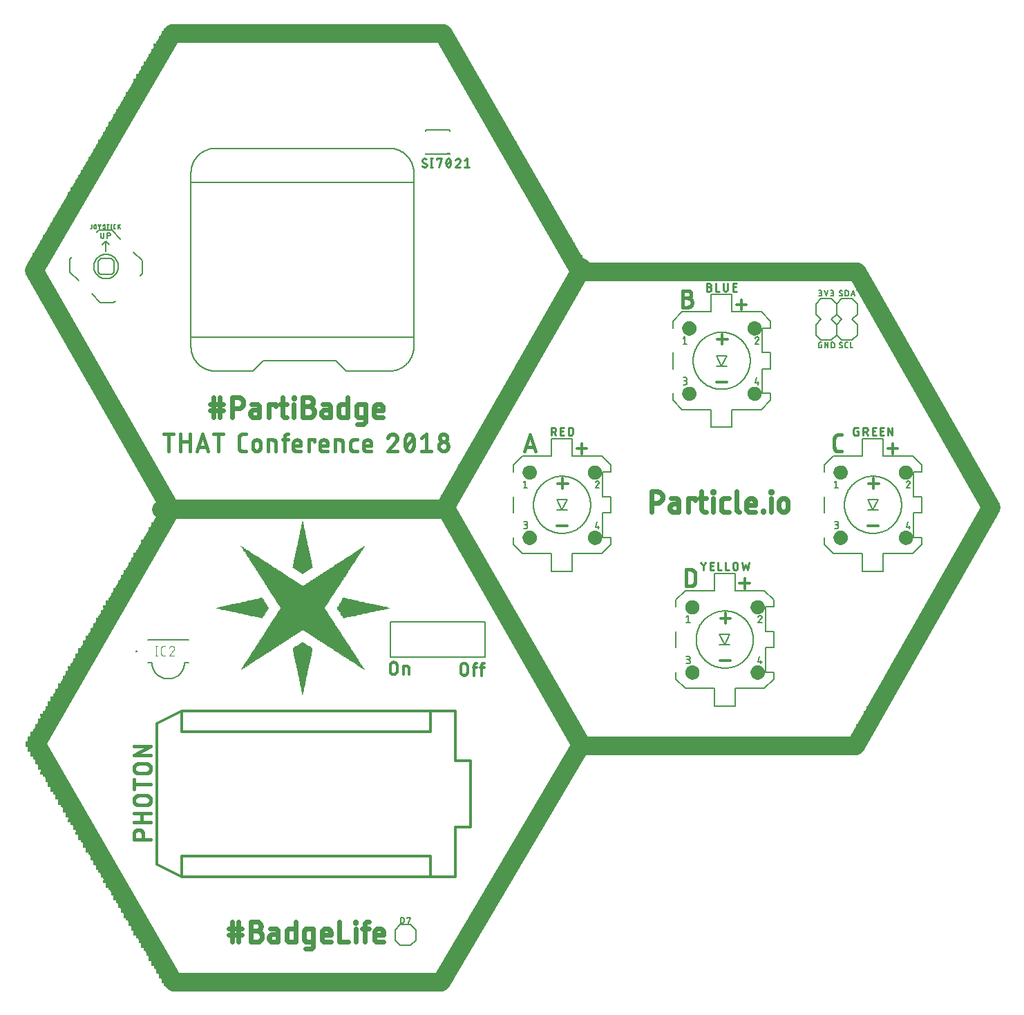
<source format=gbr>
G04 EAGLE Gerber RS-274X export*
G75*
%MOMM*%
%FSLAX34Y34*%
%LPD*%
%AMOC8*
5,1,8,0,0,1.08239X$1,22.5*%
G01*
%ADD10C,0.558800*%
%ADD11C,0.457200*%
%ADD12C,0.431800*%
%ADD13C,0.152400*%
%ADD14C,0.330200*%
%ADD15C,2.286000*%
%ADD16C,0.203200*%
%ADD17C,0.900000*%
%ADD18C,0.254000*%
%ADD19C,0.127000*%
%ADD20R,0.400000X0.140000*%
%ADD21C,0.228600*%
%ADD22C,0.304800*%
%ADD23R,34.260000X0.310000*%
%ADD24R,34.880000X0.300000*%
%ADD25R,35.500000X0.310000*%
%ADD26R,35.810000X0.310000*%
%ADD27R,36.120000X0.310000*%
%ADD28R,1.860000X0.310000*%
%ADD29R,2.160000X0.310000*%
%ADD30R,1.850000X0.310000*%
%ADD31R,1.850000X0.300000*%
%ADD32R,2.160000X0.300000*%
%ADD33R,2.170000X0.310000*%
%ADD34R,1.860000X0.300000*%
%ADD35R,2.170000X0.300000*%
%ADD36R,35.190000X0.310000*%
%ADD37R,35.810000X0.300000*%
%ADD38R,36.420000X0.310000*%
%ADD39R,36.420000X0.300000*%
%ADD40R,34.880000X0.310000*%
%ADD41R,33.950000X0.310000*%
%ADD42R,0.060000X0.050000*%
%ADD43R,0.060000X0.060000*%
%ADD44R,0.110000X0.050000*%
%ADD45R,0.160000X0.060000*%
%ADD46R,0.160000X0.050000*%
%ADD47R,0.280000X0.050000*%
%ADD48R,0.280000X0.060000*%
%ADD49R,0.380000X0.060000*%
%ADD50R,0.380000X0.050000*%
%ADD51R,0.430000X0.050000*%
%ADD52R,0.480000X0.060000*%
%ADD53R,0.480000X0.050000*%
%ADD54R,0.600000X0.060000*%
%ADD55R,0.600000X0.050000*%
%ADD56R,0.700000X0.060000*%
%ADD57R,0.700000X0.050000*%
%ADD58R,0.760000X0.050000*%
%ADD59R,0.820000X0.060000*%
%ADD60R,0.820000X0.050000*%
%ADD61R,0.870000X0.060000*%
%ADD62R,0.920000X0.050000*%
%ADD63R,0.920000X0.060000*%
%ADD64R,0.980000X0.050000*%
%ADD65R,1.040000X0.060000*%
%ADD66R,1.040000X0.050000*%
%ADD67R,1.090000X0.050000*%
%ADD68R,1.140000X0.060000*%
%ADD69R,1.140000X0.050000*%
%ADD70R,1.190000X0.060000*%
%ADD71R,1.240000X0.050000*%
%ADD72R,1.240000X0.060000*%
%ADD73R,1.300000X0.060000*%
%ADD74R,1.360000X0.050000*%
%ADD75R,1.360000X0.060000*%
%ADD76R,0.050000X0.060000*%
%ADD77R,1.410000X0.060000*%
%ADD78R,0.220000X0.050000*%
%ADD79R,1.460000X0.050000*%
%ADD80R,0.210000X0.050000*%
%ADD81R,0.270000X0.050000*%
%ADD82R,0.320000X0.060000*%
%ADD83R,1.460000X0.060000*%
%ADD84R,0.270000X0.060000*%
%ADD85R,1.580000X0.060000*%
%ADD86R,0.440000X0.060000*%
%ADD87R,0.490000X0.050000*%
%ADD88R,1.580000X0.050000*%
%ADD89R,0.490000X0.060000*%
%ADD90R,0.540000X0.060000*%
%ADD91R,0.550000X0.050000*%
%ADD92R,1.680000X0.050000*%
%ADD93R,0.590000X0.050000*%
%ADD94R,0.650000X0.060000*%
%ADD95R,1.680000X0.060000*%
%ADD96R,0.710000X0.050000*%
%ADD97R,0.760000X0.060000*%
%ADD98R,1.740000X0.050000*%
%ADD99R,0.810000X0.050000*%
%ADD100R,0.860000X0.060000*%
%ADD101R,1.800000X0.060000*%
%ADD102R,0.810000X0.060000*%
%ADD103R,0.870000X0.050000*%
%ADD104R,1.800000X0.050000*%
%ADD105R,0.930000X0.050000*%
%ADD106R,1.850000X0.060000*%
%ADD107R,0.980000X0.060000*%
%ADD108R,1.030000X0.050000*%
%ADD109R,1.850000X0.050000*%
%ADD110R,1.900000X0.060000*%
%ADD111R,1.090000X0.060000*%
%ADD112R,1.900000X0.050000*%
%ADD113R,1.080000X0.050000*%
%ADD114R,1.200000X0.050000*%
%ADD115R,1.950000X0.050000*%
%ADD116R,1.250000X0.050000*%
%ADD117R,1.310000X0.050000*%
%ADD118R,2.000000X0.060000*%
%ADD119R,1.350000X0.060000*%
%ADD120R,2.000000X0.050000*%
%ADD121R,1.420000X0.060000*%
%ADD122R,1.470000X0.050000*%
%ADD123R,2.060000X0.050000*%
%ADD124R,2.120000X0.060000*%
%ADD125R,1.520000X0.060000*%
%ADD126R,1.570000X0.050000*%
%ADD127R,2.120000X0.050000*%
%ADD128R,1.520000X0.050000*%
%ADD129R,1.630000X0.050000*%
%ADD130R,1.740000X0.060000*%
%ADD131R,2.170000X0.060000*%
%ADD132R,2.170000X0.050000*%
%ADD133R,1.690000X0.050000*%
%ADD134R,1.790000X0.060000*%
%ADD135R,2.220000X0.060000*%
%ADD136R,2.220000X0.050000*%
%ADD137R,1.790000X0.050000*%
%ADD138R,2.280000X0.050000*%
%ADD139R,1.960000X0.050000*%
%ADD140R,2.010000X0.060000*%
%ADD141R,2.280000X0.060000*%
%ADD142R,1.960000X0.060000*%
%ADD143R,2.010000X0.050000*%
%ADD144R,2.340000X0.050000*%
%ADD145R,2.340000X0.060000*%
%ADD146R,2.180000X0.050000*%
%ADD147R,2.390000X0.050000*%
%ADD148R,2.390000X0.060000*%
%ADD149R,2.440000X0.050000*%
%ADD150R,2.230000X0.050000*%
%ADD151R,2.440000X0.060000*%
%ADD152R,2.500000X0.050000*%
%ADD153R,2.330000X0.050000*%
%ADD154R,2.550000X0.050000*%
%ADD155R,2.560000X0.060000*%
%ADD156R,2.670000X0.050000*%
%ADD157R,2.610000X0.050000*%
%ADD158R,2.660000X0.060000*%
%ADD159R,2.610000X0.060000*%
%ADD160R,2.720000X0.050000*%
%ADD161R,2.770000X0.050000*%
%ADD162R,1.190000X0.050000*%
%ADD163R,2.820000X0.060000*%
%ADD164R,2.770000X0.060000*%
%ADD165R,2.880000X0.050000*%
%ADD166R,2.880000X0.060000*%
%ADD167R,2.980000X0.050000*%
%ADD168R,2.990000X0.060000*%
%ADD169R,3.100000X0.050000*%
%ADD170R,3.040000X0.050000*%
%ADD171R,3.090000X0.050000*%
%ADD172R,3.150000X0.060000*%
%ADD173R,3.200000X0.050000*%
%ADD174R,3.150000X0.050000*%
%ADD175R,3.260000X0.060000*%
%ADD176R,3.310000X0.050000*%
%ADD177R,3.370000X0.060000*%
%ADD178R,3.320000X0.060000*%
%ADD179R,3.420000X0.050000*%
%ADD180R,3.470000X0.060000*%
%ADD181R,3.480000X0.060000*%
%ADD182R,3.530000X0.050000*%
%ADD183R,3.470000X0.050000*%
%ADD184R,3.580000X0.060000*%
%ADD185R,3.630000X0.050000*%
%ADD186R,3.580000X0.050000*%
%ADD187R,3.690000X0.060000*%
%ADD188R,3.700000X0.050000*%
%ADD189R,3.810000X0.050000*%
%ADD190R,3.750000X0.050000*%
%ADD191R,3.800000X0.060000*%
%ADD192R,3.910000X0.050000*%
%ADD193R,3.860000X0.050000*%
%ADD194R,3.910000X0.060000*%
%ADD195R,3.850000X0.060000*%
%ADD196R,3.960000X0.050000*%
%ADD197R,4.020000X0.060000*%
%ADD198R,3.970000X0.060000*%
%ADD199R,4.080000X0.050000*%
%ADD200R,4.120000X0.060000*%
%ADD201R,4.180000X0.050000*%
%ADD202R,4.240000X0.050000*%
%ADD203R,4.240000X0.060000*%
%ADD204R,4.300000X0.060000*%
%ADD205R,4.350000X0.050000*%
%ADD206R,4.290000X0.050000*%
%ADD207R,4.400000X0.060000*%
%ADD208R,4.450000X0.050000*%
%ADD209R,4.400000X0.050000*%
%ADD210R,8.800000X0.060000*%
%ADD211R,8.740000X0.050000*%
%ADD212R,8.690000X0.050000*%
%ADD213R,8.580000X0.060000*%
%ADD214R,8.520000X0.050000*%
%ADD215R,8.470000X0.060000*%
%ADD216R,8.420000X0.050000*%
%ADD217R,8.320000X0.060000*%
%ADD218R,8.260000X0.050000*%
%ADD219R,8.200000X0.050000*%
%ADD220R,8.100000X0.060000*%
%ADD221R,8.040000X0.050000*%
%ADD222R,7.980000X0.060000*%
%ADD223R,7.930000X0.050000*%
%ADD224R,7.820000X0.060000*%
%ADD225R,7.760000X0.050000*%
%ADD226R,7.710000X0.050000*%
%ADD227R,7.610000X0.060000*%
%ADD228R,7.560000X0.050000*%
%ADD229R,7.440000X0.060000*%
%ADD230R,7.440000X0.050000*%
%ADD231R,7.340000X0.060000*%
%ADD232R,7.280000X0.050000*%
%ADD233R,7.170000X0.050000*%
%ADD234R,7.120000X0.060000*%
%ADD235R,7.060000X0.050000*%
%ADD236R,7.000000X0.060000*%
%ADD237R,0.320000X0.050000*%
%ADD238R,6.900000X0.050000*%
%ADD239R,0.590000X0.060000*%
%ADD240R,6.850000X0.060000*%
%ADD241R,6.800000X0.050000*%
%ADD242R,6.680000X0.060000*%
%ADD243R,6.630000X0.050000*%
%ADD244R,6.580000X0.050000*%
%ADD245R,6.460000X0.060000*%
%ADD246R,2.060000X0.060000*%
%ADD247R,6.410000X0.050000*%
%ADD248R,6.360000X0.060000*%
%ADD249R,2.830000X0.050000*%
%ADD250R,6.240000X0.050000*%
%ADD251R,3.100000X0.060000*%
%ADD252R,6.190000X0.060000*%
%ADD253R,6.140000X0.050000*%
%ADD254R,3.690000X0.050000*%
%ADD255R,6.080000X0.050000*%
%ADD256R,6.020000X0.060000*%
%ADD257R,5.920000X0.050000*%
%ADD258R,4.560000X0.060000*%
%ADD259R,5.870000X0.060000*%
%ADD260R,4.840000X0.050000*%
%ADD261R,5.820000X0.050000*%
%ADD262R,5.110000X0.060000*%
%ADD263R,5.700000X0.060000*%
%ADD264R,5.160000X0.060000*%
%ADD265R,5.430000X0.050000*%
%ADD266R,5.650000X0.050000*%
%ADD267R,5.710000X0.050000*%
%ADD268R,5.600000X0.050000*%
%ADD269R,5.980000X0.060000*%
%ADD270R,5.540000X0.060000*%
%ADD271R,6.030000X0.060000*%
%ADD272R,6.250000X0.050000*%
%ADD273R,5.480000X0.050000*%
%ADD274R,6.300000X0.050000*%
%ADD275R,5.380000X0.060000*%
%ADD276R,6.510000X0.060000*%
%ADD277R,5.380000X0.050000*%
%ADD278R,5.760000X0.060000*%
%ADD279R,5.100000X0.060000*%
%ADD280R,4.510000X0.060000*%
%ADD281R,5.970000X0.050000*%
%ADD282R,4.230000X0.050000*%
%ADD283R,3.640000X0.050000*%
%ADD284R,3.360000X0.050000*%
%ADD285R,3.040000X0.060000*%
%ADD286R,1.950000X0.060000*%
%ADD287R,1.080000X0.060000*%
%ADD288R,7.220000X0.050000*%
%ADD289R,7.500000X0.060000*%
%ADD290R,7.660000X0.060000*%
%ADD291R,7.880000X0.060000*%
%ADD292R,8.640000X0.060000*%
%ADD293R,8.860000X0.060000*%
%ADD294R,4.340000X0.060000*%
%ADD295R,4.300000X0.050000*%
%ADD296R,4.290000X0.060000*%
%ADD297R,4.130000X0.050000*%
%ADD298R,4.070000X0.060000*%
%ADD299R,4.020000X0.050000*%
%ADD300R,3.640000X0.060000*%
%ADD301R,3.530000X0.060000*%
%ADD302R,3.420000X0.060000*%
%ADD303R,3.370000X0.050000*%
%ADD304R,3.310000X0.060000*%
%ADD305R,3.320000X0.050000*%
%ADD306R,3.260000X0.050000*%
%ADD307R,3.210000X0.060000*%
%ADD308R,2.980000X0.060000*%
%ADD309R,2.930000X0.050000*%
%ADD310R,2.710000X0.050000*%
%ADD311R,1.410000X0.050000*%
%ADD312R,2.500000X0.060000*%
%ADD313R,2.230000X0.060000*%
%ADD314R,2.070000X0.050000*%
%ADD315R,1.910000X0.060000*%
%ADD316R,1.840000X0.060000*%
%ADD317R,1.690000X0.060000*%
%ADD318R,1.630000X0.060000*%
%ADD319R,1.530000X0.060000*%
%ADD320R,1.470000X0.060000*%
%ADD321R,1.420000X0.050000*%
%ADD322R,1.350000X0.050000*%
%ADD323R,1.030000X0.060000*%
%ADD324R,0.710000X0.060000*%
%ADD325R,0.650000X0.050000*%
%ADD326R,0.540000X0.050000*%
%ADD327R,0.430000X0.060000*%
%ADD328R,0.440000X0.050000*%
%ADD329R,0.330000X0.050000*%
%ADD330C,0.101600*%
%ADD331C,0.200000*%


D10*
X266954Y737531D02*
X283549Y737531D01*
X283549Y745829D02*
X266954Y745829D01*
X271103Y754126D02*
X271103Y729234D01*
X279400Y729234D02*
X279400Y754126D01*
X294163Y754126D02*
X294163Y729234D01*
X294163Y754126D02*
X301078Y754126D01*
X301246Y754124D01*
X301415Y754118D01*
X301583Y754108D01*
X301750Y754093D01*
X301918Y754075D01*
X302085Y754052D01*
X302251Y754026D01*
X302417Y753995D01*
X302581Y753961D01*
X302745Y753922D01*
X302908Y753879D01*
X303070Y753833D01*
X303231Y753782D01*
X303390Y753728D01*
X303548Y753670D01*
X303704Y753608D01*
X303859Y753542D01*
X304013Y753472D01*
X304164Y753399D01*
X304314Y753322D01*
X304462Y753241D01*
X304608Y753157D01*
X304751Y753069D01*
X304893Y752978D01*
X305032Y752884D01*
X305169Y752786D01*
X305304Y752684D01*
X305436Y752580D01*
X305565Y752472D01*
X305692Y752361D01*
X305816Y752247D01*
X305937Y752131D01*
X306055Y752011D01*
X306171Y751888D01*
X306283Y751763D01*
X306392Y751635D01*
X306499Y751504D01*
X306601Y751371D01*
X306701Y751235D01*
X306797Y751097D01*
X306890Y750956D01*
X306980Y750814D01*
X307066Y750669D01*
X307148Y750522D01*
X307227Y750373D01*
X307302Y750223D01*
X307374Y750070D01*
X307441Y749916D01*
X307505Y749760D01*
X307565Y749603D01*
X307622Y749444D01*
X307674Y749284D01*
X307723Y749123D01*
X307767Y748961D01*
X307808Y748797D01*
X307844Y748633D01*
X307877Y748468D01*
X307906Y748302D01*
X307930Y748135D01*
X307951Y747968D01*
X307967Y747801D01*
X307979Y747633D01*
X307987Y747465D01*
X307991Y747296D01*
X307991Y747128D01*
X307987Y746959D01*
X307979Y746791D01*
X307967Y746623D01*
X307951Y746456D01*
X307930Y746289D01*
X307906Y746122D01*
X307877Y745956D01*
X307844Y745791D01*
X307808Y745627D01*
X307767Y745463D01*
X307723Y745301D01*
X307674Y745140D01*
X307622Y744980D01*
X307565Y744821D01*
X307505Y744664D01*
X307441Y744508D01*
X307374Y744354D01*
X307302Y744201D01*
X307227Y744051D01*
X307148Y743902D01*
X307066Y743755D01*
X306980Y743610D01*
X306890Y743468D01*
X306797Y743327D01*
X306701Y743189D01*
X306601Y743053D01*
X306499Y742920D01*
X306392Y742789D01*
X306283Y742661D01*
X306171Y742536D01*
X306055Y742413D01*
X305937Y742293D01*
X305816Y742177D01*
X305692Y742063D01*
X305565Y741952D01*
X305436Y741844D01*
X305304Y741740D01*
X305169Y741638D01*
X305032Y741540D01*
X304893Y741446D01*
X304751Y741355D01*
X304608Y741267D01*
X304462Y741183D01*
X304314Y741102D01*
X304164Y741025D01*
X304013Y740952D01*
X303859Y740882D01*
X303704Y740816D01*
X303548Y740754D01*
X303390Y740696D01*
X303231Y740642D01*
X303070Y740591D01*
X302908Y740545D01*
X302745Y740502D01*
X302581Y740463D01*
X302417Y740429D01*
X302251Y740398D01*
X302085Y740372D01*
X301918Y740349D01*
X301750Y740331D01*
X301583Y740316D01*
X301415Y740306D01*
X301246Y740300D01*
X301078Y740298D01*
X301078Y740297D02*
X294163Y740297D01*
X321433Y738914D02*
X327656Y738914D01*
X321433Y738914D02*
X321295Y738912D01*
X321157Y738906D01*
X321019Y738896D01*
X320881Y738882D01*
X320744Y738865D01*
X320608Y738843D01*
X320472Y738818D01*
X320337Y738788D01*
X320203Y738755D01*
X320069Y738718D01*
X319937Y738677D01*
X319807Y738633D01*
X319677Y738584D01*
X319549Y738532D01*
X319422Y738477D01*
X319297Y738417D01*
X319174Y738355D01*
X319053Y738288D01*
X318934Y738219D01*
X318816Y738146D01*
X318701Y738069D01*
X318588Y737990D01*
X318477Y737907D01*
X318369Y737821D01*
X318263Y737732D01*
X318160Y737640D01*
X318060Y737545D01*
X317962Y737447D01*
X317867Y737347D01*
X317775Y737244D01*
X317686Y737138D01*
X317600Y737030D01*
X317517Y736919D01*
X317438Y736806D01*
X317361Y736691D01*
X317288Y736573D01*
X317219Y736454D01*
X317152Y736333D01*
X317090Y736210D01*
X317030Y736085D01*
X316975Y735958D01*
X316923Y735830D01*
X316874Y735700D01*
X316830Y735570D01*
X316789Y735438D01*
X316752Y735304D01*
X316719Y735170D01*
X316689Y735035D01*
X316664Y734899D01*
X316642Y734763D01*
X316625Y734626D01*
X316611Y734488D01*
X316601Y734350D01*
X316595Y734212D01*
X316593Y734074D01*
X316595Y733936D01*
X316601Y733798D01*
X316611Y733660D01*
X316625Y733522D01*
X316642Y733385D01*
X316664Y733249D01*
X316689Y733113D01*
X316719Y732978D01*
X316752Y732844D01*
X316789Y732710D01*
X316830Y732578D01*
X316874Y732448D01*
X316923Y732318D01*
X316975Y732190D01*
X317030Y732063D01*
X317090Y731938D01*
X317152Y731815D01*
X317219Y731694D01*
X317288Y731575D01*
X317361Y731457D01*
X317438Y731342D01*
X317517Y731229D01*
X317600Y731118D01*
X317686Y731010D01*
X317775Y730904D01*
X317867Y730801D01*
X317962Y730701D01*
X318060Y730603D01*
X318160Y730508D01*
X318263Y730416D01*
X318369Y730327D01*
X318477Y730241D01*
X318588Y730158D01*
X318701Y730079D01*
X318816Y730002D01*
X318934Y729929D01*
X319053Y729860D01*
X319174Y729793D01*
X319297Y729731D01*
X319422Y729671D01*
X319549Y729616D01*
X319677Y729564D01*
X319807Y729515D01*
X319937Y729471D01*
X320069Y729430D01*
X320203Y729393D01*
X320337Y729360D01*
X320472Y729330D01*
X320608Y729305D01*
X320744Y729283D01*
X320881Y729266D01*
X321019Y729252D01*
X321157Y729242D01*
X321295Y729236D01*
X321433Y729234D01*
X327656Y729234D01*
X327656Y741680D01*
X327654Y741808D01*
X327648Y741935D01*
X327638Y742063D01*
X327625Y742190D01*
X327607Y742316D01*
X327585Y742442D01*
X327560Y742568D01*
X327531Y742692D01*
X327498Y742815D01*
X327461Y742938D01*
X327420Y743059D01*
X327376Y743179D01*
X327328Y743297D01*
X327276Y743414D01*
X327221Y743529D01*
X327162Y743643D01*
X327100Y743755D01*
X327035Y743864D01*
X326966Y743972D01*
X326893Y744077D01*
X326818Y744180D01*
X326739Y744281D01*
X326658Y744379D01*
X326573Y744475D01*
X326486Y744568D01*
X326395Y744659D01*
X326302Y744746D01*
X326206Y744831D01*
X326108Y744912D01*
X326007Y744991D01*
X325904Y745066D01*
X325799Y745139D01*
X325691Y745208D01*
X325582Y745273D01*
X325470Y745335D01*
X325356Y745394D01*
X325241Y745449D01*
X325124Y745501D01*
X325006Y745549D01*
X324886Y745593D01*
X324765Y745634D01*
X324642Y745671D01*
X324519Y745704D01*
X324395Y745733D01*
X324269Y745758D01*
X324143Y745780D01*
X324017Y745798D01*
X323890Y745811D01*
X323762Y745821D01*
X323635Y745827D01*
X323507Y745829D01*
X317976Y745829D01*
X339165Y745829D02*
X339165Y729234D01*
X339165Y745829D02*
X347463Y745829D01*
X347463Y743063D01*
X352937Y745829D02*
X361235Y745829D01*
X355703Y754126D02*
X355703Y733383D01*
X355705Y733255D01*
X355711Y733128D01*
X355721Y733000D01*
X355734Y732873D01*
X355752Y732747D01*
X355774Y732621D01*
X355799Y732495D01*
X355828Y732371D01*
X355861Y732248D01*
X355898Y732125D01*
X355939Y732004D01*
X355983Y731884D01*
X356031Y731766D01*
X356083Y731649D01*
X356138Y731534D01*
X356197Y731420D01*
X356259Y731309D01*
X356324Y731199D01*
X356393Y731091D01*
X356466Y730986D01*
X356541Y730883D01*
X356620Y730782D01*
X356701Y730684D01*
X356786Y730588D01*
X356873Y730495D01*
X356964Y730404D01*
X357057Y730317D01*
X357153Y730232D01*
X357251Y730151D01*
X357352Y730072D01*
X357455Y729997D01*
X357560Y729924D01*
X357668Y729855D01*
X357778Y729790D01*
X357889Y729728D01*
X358003Y729669D01*
X358118Y729614D01*
X358235Y729562D01*
X358353Y729514D01*
X358473Y729470D01*
X358594Y729429D01*
X358717Y729392D01*
X358840Y729359D01*
X358964Y729330D01*
X359090Y729305D01*
X359216Y729283D01*
X359342Y729265D01*
X359469Y729252D01*
X359597Y729242D01*
X359724Y729236D01*
X359852Y729234D01*
X361235Y729234D01*
X370028Y729234D02*
X370028Y745829D01*
X369336Y752743D02*
X369336Y754126D01*
X370719Y754126D01*
X370719Y752743D01*
X369336Y752743D01*
X380975Y743063D02*
X387890Y743063D01*
X387890Y743062D02*
X388058Y743060D01*
X388227Y743054D01*
X388395Y743044D01*
X388562Y743029D01*
X388730Y743011D01*
X388897Y742988D01*
X389063Y742962D01*
X389229Y742931D01*
X389393Y742897D01*
X389557Y742858D01*
X389720Y742815D01*
X389882Y742769D01*
X390043Y742718D01*
X390202Y742664D01*
X390360Y742606D01*
X390516Y742544D01*
X390671Y742478D01*
X390825Y742408D01*
X390976Y742335D01*
X391126Y742258D01*
X391274Y742177D01*
X391420Y742093D01*
X391563Y742005D01*
X391705Y741914D01*
X391844Y741820D01*
X391981Y741722D01*
X392116Y741620D01*
X392248Y741516D01*
X392377Y741408D01*
X392504Y741297D01*
X392628Y741183D01*
X392749Y741067D01*
X392867Y740947D01*
X392983Y740824D01*
X393095Y740699D01*
X393204Y740571D01*
X393311Y740440D01*
X393413Y740307D01*
X393513Y740171D01*
X393609Y740033D01*
X393702Y739892D01*
X393792Y739750D01*
X393878Y739605D01*
X393960Y739458D01*
X394039Y739309D01*
X394114Y739159D01*
X394186Y739006D01*
X394253Y738852D01*
X394317Y738696D01*
X394377Y738539D01*
X394434Y738380D01*
X394486Y738220D01*
X394535Y738059D01*
X394579Y737897D01*
X394620Y737733D01*
X394656Y737569D01*
X394689Y737404D01*
X394718Y737238D01*
X394742Y737071D01*
X394763Y736904D01*
X394779Y736737D01*
X394791Y736569D01*
X394799Y736401D01*
X394803Y736232D01*
X394803Y736064D01*
X394799Y735895D01*
X394791Y735727D01*
X394779Y735559D01*
X394763Y735392D01*
X394742Y735225D01*
X394718Y735058D01*
X394689Y734892D01*
X394656Y734727D01*
X394620Y734563D01*
X394579Y734399D01*
X394535Y734237D01*
X394486Y734076D01*
X394434Y733916D01*
X394377Y733757D01*
X394317Y733600D01*
X394253Y733444D01*
X394186Y733290D01*
X394114Y733137D01*
X394039Y732987D01*
X393960Y732838D01*
X393878Y732691D01*
X393792Y732546D01*
X393702Y732404D01*
X393609Y732263D01*
X393513Y732125D01*
X393413Y731989D01*
X393311Y731856D01*
X393204Y731725D01*
X393095Y731597D01*
X392983Y731472D01*
X392867Y731349D01*
X392749Y731229D01*
X392628Y731113D01*
X392504Y730999D01*
X392377Y730888D01*
X392248Y730780D01*
X392116Y730676D01*
X391981Y730574D01*
X391844Y730476D01*
X391705Y730382D01*
X391563Y730291D01*
X391420Y730203D01*
X391274Y730119D01*
X391126Y730038D01*
X390976Y729961D01*
X390825Y729888D01*
X390671Y729818D01*
X390516Y729752D01*
X390360Y729690D01*
X390202Y729632D01*
X390043Y729578D01*
X389882Y729527D01*
X389720Y729481D01*
X389557Y729438D01*
X389393Y729399D01*
X389229Y729365D01*
X389063Y729334D01*
X388897Y729308D01*
X388730Y729285D01*
X388562Y729267D01*
X388395Y729252D01*
X388227Y729242D01*
X388058Y729236D01*
X387890Y729234D01*
X380975Y729234D01*
X380975Y754126D01*
X387890Y754126D01*
X388037Y754124D01*
X388184Y754118D01*
X388331Y754108D01*
X388478Y754095D01*
X388624Y754077D01*
X388770Y754056D01*
X388915Y754030D01*
X389059Y754001D01*
X389203Y753968D01*
X389345Y753931D01*
X389487Y753890D01*
X389627Y753846D01*
X389767Y753798D01*
X389905Y753746D01*
X390041Y753691D01*
X390176Y753632D01*
X390309Y753569D01*
X390441Y753503D01*
X390571Y753433D01*
X390698Y753360D01*
X390824Y753284D01*
X390948Y753204D01*
X391070Y753121D01*
X391189Y753035D01*
X391306Y752945D01*
X391421Y752853D01*
X391533Y752757D01*
X391642Y752659D01*
X391749Y752557D01*
X391853Y752453D01*
X391955Y752346D01*
X392053Y752237D01*
X392149Y752125D01*
X392241Y752010D01*
X392331Y751893D01*
X392417Y751774D01*
X392500Y751652D01*
X392580Y751528D01*
X392656Y751402D01*
X392729Y751275D01*
X392799Y751145D01*
X392865Y751013D01*
X392928Y750880D01*
X392987Y750745D01*
X393042Y750609D01*
X393094Y750471D01*
X393142Y750331D01*
X393186Y750191D01*
X393227Y750049D01*
X393264Y749907D01*
X393297Y749763D01*
X393326Y749619D01*
X393352Y749474D01*
X393373Y749328D01*
X393391Y749182D01*
X393404Y749035D01*
X393414Y748888D01*
X393420Y748741D01*
X393422Y748594D01*
X393420Y748447D01*
X393414Y748300D01*
X393404Y748153D01*
X393391Y748006D01*
X393373Y747860D01*
X393352Y747714D01*
X393326Y747569D01*
X393297Y747425D01*
X393264Y747281D01*
X393227Y747139D01*
X393186Y746997D01*
X393142Y746857D01*
X393094Y746717D01*
X393042Y746579D01*
X392987Y746443D01*
X392928Y746308D01*
X392865Y746175D01*
X392799Y746043D01*
X392729Y745913D01*
X392656Y745786D01*
X392580Y745660D01*
X392500Y745536D01*
X392417Y745414D01*
X392331Y745295D01*
X392241Y745178D01*
X392149Y745063D01*
X392053Y744951D01*
X391955Y744842D01*
X391853Y744735D01*
X391749Y744631D01*
X391642Y744529D01*
X391533Y744431D01*
X391421Y744335D01*
X391306Y744243D01*
X391189Y744153D01*
X391070Y744067D01*
X390948Y743984D01*
X390824Y743904D01*
X390698Y743828D01*
X390571Y743755D01*
X390441Y743685D01*
X390309Y743619D01*
X390176Y743556D01*
X390041Y743497D01*
X389905Y743442D01*
X389767Y743390D01*
X389627Y743342D01*
X389487Y743298D01*
X389345Y743257D01*
X389203Y743220D01*
X389059Y743187D01*
X388915Y743158D01*
X388770Y743132D01*
X388624Y743111D01*
X388478Y743093D01*
X388331Y743080D01*
X388184Y743070D01*
X388037Y743064D01*
X387890Y743062D01*
X408245Y738914D02*
X414468Y738914D01*
X408245Y738914D02*
X408107Y738912D01*
X407969Y738906D01*
X407831Y738896D01*
X407693Y738882D01*
X407556Y738865D01*
X407420Y738843D01*
X407284Y738818D01*
X407149Y738788D01*
X407015Y738755D01*
X406881Y738718D01*
X406749Y738677D01*
X406619Y738633D01*
X406489Y738584D01*
X406361Y738532D01*
X406234Y738477D01*
X406109Y738417D01*
X405986Y738355D01*
X405865Y738288D01*
X405746Y738219D01*
X405628Y738146D01*
X405513Y738069D01*
X405400Y737990D01*
X405289Y737907D01*
X405181Y737821D01*
X405075Y737732D01*
X404972Y737640D01*
X404872Y737545D01*
X404774Y737447D01*
X404679Y737347D01*
X404587Y737244D01*
X404498Y737138D01*
X404412Y737030D01*
X404329Y736919D01*
X404250Y736806D01*
X404173Y736691D01*
X404100Y736573D01*
X404031Y736454D01*
X403964Y736333D01*
X403902Y736210D01*
X403842Y736085D01*
X403787Y735958D01*
X403735Y735830D01*
X403686Y735700D01*
X403642Y735570D01*
X403601Y735438D01*
X403564Y735304D01*
X403531Y735170D01*
X403501Y735035D01*
X403476Y734899D01*
X403454Y734763D01*
X403437Y734626D01*
X403423Y734488D01*
X403413Y734350D01*
X403407Y734212D01*
X403405Y734074D01*
X403407Y733936D01*
X403413Y733798D01*
X403423Y733660D01*
X403437Y733522D01*
X403454Y733385D01*
X403476Y733249D01*
X403501Y733113D01*
X403531Y732978D01*
X403564Y732844D01*
X403601Y732710D01*
X403642Y732578D01*
X403686Y732448D01*
X403735Y732318D01*
X403787Y732190D01*
X403842Y732063D01*
X403902Y731938D01*
X403964Y731815D01*
X404031Y731694D01*
X404100Y731575D01*
X404173Y731457D01*
X404250Y731342D01*
X404329Y731229D01*
X404412Y731118D01*
X404498Y731010D01*
X404587Y730904D01*
X404679Y730801D01*
X404774Y730701D01*
X404872Y730603D01*
X404972Y730508D01*
X405075Y730416D01*
X405181Y730327D01*
X405289Y730241D01*
X405400Y730158D01*
X405513Y730079D01*
X405628Y730002D01*
X405746Y729929D01*
X405865Y729860D01*
X405986Y729793D01*
X406109Y729731D01*
X406234Y729671D01*
X406361Y729616D01*
X406489Y729564D01*
X406619Y729515D01*
X406749Y729471D01*
X406881Y729430D01*
X407015Y729393D01*
X407149Y729360D01*
X407284Y729330D01*
X407420Y729305D01*
X407556Y729283D01*
X407693Y729266D01*
X407831Y729252D01*
X407969Y729242D01*
X408107Y729236D01*
X408245Y729234D01*
X414468Y729234D01*
X414468Y741680D01*
X414466Y741808D01*
X414460Y741935D01*
X414450Y742063D01*
X414437Y742190D01*
X414419Y742316D01*
X414397Y742442D01*
X414372Y742568D01*
X414343Y742692D01*
X414310Y742815D01*
X414273Y742938D01*
X414232Y743059D01*
X414188Y743179D01*
X414140Y743297D01*
X414088Y743414D01*
X414033Y743529D01*
X413974Y743643D01*
X413912Y743755D01*
X413847Y743864D01*
X413778Y743972D01*
X413705Y744077D01*
X413630Y744180D01*
X413551Y744281D01*
X413470Y744379D01*
X413385Y744475D01*
X413298Y744568D01*
X413207Y744659D01*
X413114Y744746D01*
X413018Y744831D01*
X412920Y744912D01*
X412819Y744991D01*
X412716Y745066D01*
X412611Y745139D01*
X412503Y745208D01*
X412394Y745273D01*
X412282Y745335D01*
X412168Y745394D01*
X412053Y745449D01*
X411936Y745501D01*
X411818Y745549D01*
X411698Y745593D01*
X411577Y745634D01*
X411454Y745671D01*
X411331Y745704D01*
X411207Y745733D01*
X411081Y745758D01*
X410955Y745780D01*
X410829Y745798D01*
X410702Y745811D01*
X410574Y745821D01*
X410447Y745827D01*
X410319Y745829D01*
X404788Y745829D01*
X435972Y754126D02*
X435972Y729234D01*
X429057Y729234D01*
X428929Y729236D01*
X428802Y729242D01*
X428674Y729252D01*
X428547Y729265D01*
X428421Y729283D01*
X428295Y729305D01*
X428169Y729330D01*
X428045Y729359D01*
X427922Y729392D01*
X427799Y729429D01*
X427678Y729470D01*
X427558Y729514D01*
X427440Y729562D01*
X427323Y729614D01*
X427208Y729669D01*
X427094Y729728D01*
X426983Y729790D01*
X426873Y729855D01*
X426765Y729924D01*
X426660Y729997D01*
X426557Y730072D01*
X426456Y730151D01*
X426358Y730232D01*
X426262Y730317D01*
X426169Y730404D01*
X426078Y730495D01*
X425991Y730588D01*
X425906Y730684D01*
X425825Y730782D01*
X425746Y730883D01*
X425671Y730986D01*
X425598Y731091D01*
X425529Y731199D01*
X425464Y731309D01*
X425402Y731420D01*
X425343Y731534D01*
X425288Y731649D01*
X425236Y731766D01*
X425188Y731884D01*
X425144Y732004D01*
X425103Y732125D01*
X425066Y732248D01*
X425033Y732371D01*
X425004Y732495D01*
X424979Y732621D01*
X424957Y732747D01*
X424939Y732873D01*
X424926Y733000D01*
X424916Y733128D01*
X424910Y733255D01*
X424908Y733383D01*
X424909Y733383D02*
X424909Y741680D01*
X424908Y741680D02*
X424910Y741808D01*
X424916Y741935D01*
X424926Y742063D01*
X424939Y742190D01*
X424957Y742316D01*
X424979Y742442D01*
X425004Y742568D01*
X425033Y742692D01*
X425066Y742815D01*
X425103Y742938D01*
X425144Y743059D01*
X425188Y743179D01*
X425236Y743297D01*
X425288Y743414D01*
X425343Y743529D01*
X425402Y743643D01*
X425464Y743755D01*
X425529Y743864D01*
X425598Y743972D01*
X425671Y744077D01*
X425746Y744180D01*
X425825Y744281D01*
X425906Y744379D01*
X425991Y744475D01*
X426078Y744568D01*
X426169Y744659D01*
X426262Y744746D01*
X426358Y744831D01*
X426456Y744912D01*
X426557Y744991D01*
X426660Y745066D01*
X426765Y745139D01*
X426873Y745208D01*
X426983Y745273D01*
X427094Y745335D01*
X427208Y745394D01*
X427323Y745449D01*
X427440Y745501D01*
X427558Y745549D01*
X427678Y745593D01*
X427799Y745634D01*
X427922Y745671D01*
X428045Y745704D01*
X428169Y745733D01*
X428295Y745758D01*
X428421Y745780D01*
X428547Y745798D01*
X428674Y745811D01*
X428802Y745821D01*
X428929Y745827D01*
X429057Y745829D01*
X435972Y745829D01*
X450561Y729234D02*
X457475Y729234D01*
X450561Y729234D02*
X450433Y729236D01*
X450306Y729242D01*
X450178Y729252D01*
X450051Y729265D01*
X449925Y729283D01*
X449799Y729305D01*
X449673Y729330D01*
X449549Y729359D01*
X449426Y729392D01*
X449303Y729429D01*
X449182Y729470D01*
X449062Y729514D01*
X448944Y729562D01*
X448827Y729614D01*
X448712Y729669D01*
X448598Y729728D01*
X448487Y729790D01*
X448377Y729855D01*
X448269Y729924D01*
X448164Y729997D01*
X448061Y730072D01*
X447960Y730151D01*
X447862Y730232D01*
X447766Y730317D01*
X447673Y730404D01*
X447582Y730495D01*
X447495Y730588D01*
X447410Y730684D01*
X447329Y730782D01*
X447250Y730883D01*
X447175Y730986D01*
X447102Y731091D01*
X447033Y731199D01*
X446968Y731309D01*
X446906Y731420D01*
X446847Y731534D01*
X446792Y731649D01*
X446740Y731766D01*
X446692Y731884D01*
X446648Y732004D01*
X446607Y732125D01*
X446570Y732248D01*
X446537Y732371D01*
X446508Y732495D01*
X446483Y732621D01*
X446461Y732747D01*
X446443Y732873D01*
X446430Y733000D01*
X446420Y733128D01*
X446414Y733255D01*
X446412Y733383D01*
X446412Y741680D01*
X446414Y741808D01*
X446420Y741935D01*
X446430Y742063D01*
X446443Y742190D01*
X446461Y742316D01*
X446483Y742442D01*
X446508Y742568D01*
X446537Y742692D01*
X446570Y742815D01*
X446607Y742938D01*
X446648Y743059D01*
X446692Y743179D01*
X446740Y743297D01*
X446792Y743414D01*
X446847Y743529D01*
X446906Y743643D01*
X446968Y743755D01*
X447033Y743864D01*
X447102Y743972D01*
X447175Y744077D01*
X447250Y744180D01*
X447329Y744281D01*
X447410Y744379D01*
X447495Y744475D01*
X447582Y744568D01*
X447673Y744659D01*
X447766Y744746D01*
X447862Y744831D01*
X447960Y744912D01*
X448061Y744991D01*
X448164Y745066D01*
X448269Y745139D01*
X448377Y745208D01*
X448487Y745273D01*
X448598Y745335D01*
X448712Y745394D01*
X448827Y745449D01*
X448944Y745501D01*
X449062Y745549D01*
X449182Y745593D01*
X449303Y745634D01*
X449426Y745671D01*
X449549Y745704D01*
X449673Y745733D01*
X449799Y745758D01*
X449925Y745780D01*
X450051Y745798D01*
X450178Y745811D01*
X450306Y745821D01*
X450433Y745827D01*
X450561Y745829D01*
X457475Y745829D01*
X457475Y725085D01*
X457476Y725085D02*
X457474Y724957D01*
X457468Y724830D01*
X457458Y724702D01*
X457445Y724575D01*
X457427Y724449D01*
X457405Y724323D01*
X457380Y724197D01*
X457351Y724073D01*
X457318Y723950D01*
X457281Y723827D01*
X457240Y723706D01*
X457196Y723586D01*
X457148Y723468D01*
X457096Y723351D01*
X457041Y723236D01*
X456982Y723122D01*
X456920Y723011D01*
X456855Y722901D01*
X456786Y722793D01*
X456713Y722688D01*
X456638Y722585D01*
X456559Y722484D01*
X456478Y722386D01*
X456393Y722290D01*
X456306Y722197D01*
X456215Y722106D01*
X456122Y722019D01*
X456026Y721934D01*
X455928Y721853D01*
X455827Y721774D01*
X455724Y721699D01*
X455619Y721626D01*
X455511Y721557D01*
X455402Y721492D01*
X455290Y721430D01*
X455176Y721371D01*
X455061Y721316D01*
X454944Y721264D01*
X454826Y721216D01*
X454706Y721172D01*
X454585Y721131D01*
X454462Y721094D01*
X454339Y721061D01*
X454215Y721032D01*
X454089Y721007D01*
X453963Y720985D01*
X453837Y720967D01*
X453710Y720954D01*
X453582Y720944D01*
X453455Y720938D01*
X453327Y720936D01*
X453327Y720937D02*
X447795Y720937D01*
X472182Y729234D02*
X479096Y729234D01*
X472182Y729234D02*
X472054Y729236D01*
X471927Y729242D01*
X471799Y729252D01*
X471672Y729265D01*
X471546Y729283D01*
X471420Y729305D01*
X471294Y729330D01*
X471170Y729359D01*
X471047Y729392D01*
X470924Y729429D01*
X470803Y729470D01*
X470683Y729514D01*
X470565Y729562D01*
X470448Y729614D01*
X470333Y729669D01*
X470219Y729728D01*
X470108Y729790D01*
X469998Y729855D01*
X469890Y729924D01*
X469785Y729997D01*
X469682Y730072D01*
X469581Y730151D01*
X469483Y730232D01*
X469387Y730317D01*
X469294Y730404D01*
X469203Y730495D01*
X469116Y730588D01*
X469031Y730684D01*
X468950Y730782D01*
X468871Y730883D01*
X468796Y730986D01*
X468723Y731091D01*
X468654Y731199D01*
X468589Y731309D01*
X468527Y731420D01*
X468468Y731534D01*
X468413Y731649D01*
X468361Y731766D01*
X468313Y731884D01*
X468269Y732004D01*
X468228Y732125D01*
X468191Y732248D01*
X468158Y732371D01*
X468129Y732495D01*
X468104Y732621D01*
X468082Y732747D01*
X468064Y732873D01*
X468051Y733000D01*
X468041Y733128D01*
X468035Y733255D01*
X468033Y733383D01*
X468033Y740297D01*
X468035Y740444D01*
X468041Y740591D01*
X468051Y740738D01*
X468064Y740885D01*
X468082Y741031D01*
X468103Y741177D01*
X468129Y741322D01*
X468158Y741466D01*
X468191Y741610D01*
X468228Y741752D01*
X468269Y741894D01*
X468313Y742034D01*
X468361Y742174D01*
X468413Y742312D01*
X468468Y742448D01*
X468527Y742583D01*
X468590Y742716D01*
X468656Y742848D01*
X468726Y742978D01*
X468799Y743105D01*
X468875Y743231D01*
X468955Y743355D01*
X469038Y743477D01*
X469124Y743596D01*
X469214Y743713D01*
X469306Y743828D01*
X469402Y743940D01*
X469500Y744049D01*
X469602Y744156D01*
X469706Y744260D01*
X469813Y744362D01*
X469922Y744460D01*
X470034Y744556D01*
X470149Y744648D01*
X470266Y744738D01*
X470385Y744824D01*
X470507Y744907D01*
X470631Y744987D01*
X470757Y745063D01*
X470884Y745136D01*
X471014Y745206D01*
X471146Y745272D01*
X471279Y745335D01*
X471414Y745394D01*
X471550Y745449D01*
X471688Y745501D01*
X471828Y745549D01*
X471968Y745593D01*
X472110Y745634D01*
X472252Y745671D01*
X472396Y745704D01*
X472540Y745733D01*
X472685Y745759D01*
X472831Y745780D01*
X472977Y745798D01*
X473124Y745811D01*
X473271Y745821D01*
X473418Y745827D01*
X473565Y745829D01*
X473712Y745827D01*
X473859Y745821D01*
X474006Y745811D01*
X474153Y745798D01*
X474299Y745780D01*
X474445Y745759D01*
X474590Y745733D01*
X474734Y745704D01*
X474878Y745671D01*
X475020Y745634D01*
X475162Y745593D01*
X475302Y745549D01*
X475442Y745501D01*
X475580Y745449D01*
X475716Y745394D01*
X475851Y745335D01*
X475984Y745272D01*
X476116Y745206D01*
X476246Y745136D01*
X476373Y745063D01*
X476499Y744987D01*
X476623Y744907D01*
X476745Y744824D01*
X476864Y744738D01*
X476981Y744648D01*
X477096Y744556D01*
X477208Y744460D01*
X477317Y744362D01*
X477424Y744260D01*
X477528Y744156D01*
X477630Y744049D01*
X477728Y743940D01*
X477824Y743828D01*
X477916Y743713D01*
X478006Y743596D01*
X478092Y743477D01*
X478175Y743355D01*
X478255Y743231D01*
X478331Y743105D01*
X478404Y742978D01*
X478474Y742848D01*
X478540Y742716D01*
X478603Y742583D01*
X478662Y742448D01*
X478717Y742312D01*
X478769Y742174D01*
X478817Y742034D01*
X478861Y741894D01*
X478902Y741752D01*
X478939Y741610D01*
X478972Y741466D01*
X479001Y741322D01*
X479027Y741177D01*
X479048Y741031D01*
X479066Y740885D01*
X479079Y740738D01*
X479089Y740591D01*
X479095Y740444D01*
X479097Y740297D01*
X479096Y740297D02*
X479096Y737531D01*
X468033Y737531D01*
D11*
X216352Y708914D02*
X216352Y688086D01*
X210566Y708914D02*
X222137Y708914D01*
X230749Y708914D02*
X230749Y688086D01*
X230749Y699657D02*
X242320Y699657D01*
X242320Y708914D02*
X242320Y688086D01*
X251166Y688086D02*
X258109Y708914D01*
X265052Y688086D01*
X263316Y693293D02*
X252902Y693293D01*
X277596Y688086D02*
X277596Y708914D01*
X283381Y708914D02*
X271810Y708914D01*
X307002Y688086D02*
X311630Y688086D01*
X307002Y688086D02*
X306867Y688088D01*
X306733Y688094D01*
X306599Y688104D01*
X306465Y688117D01*
X306331Y688135D01*
X306198Y688156D01*
X306066Y688182D01*
X305935Y688211D01*
X305804Y688244D01*
X305675Y688280D01*
X305546Y688321D01*
X305419Y688365D01*
X305293Y688413D01*
X305169Y688464D01*
X305046Y688520D01*
X304925Y688578D01*
X304806Y688640D01*
X304688Y688706D01*
X304572Y688775D01*
X304459Y688847D01*
X304347Y688923D01*
X304238Y689002D01*
X304132Y689084D01*
X304027Y689169D01*
X303925Y689257D01*
X303826Y689348D01*
X303730Y689442D01*
X303636Y689538D01*
X303545Y689637D01*
X303457Y689739D01*
X303372Y689844D01*
X303290Y689950D01*
X303211Y690059D01*
X303135Y690171D01*
X303063Y690284D01*
X302994Y690400D01*
X302928Y690518D01*
X302866Y690637D01*
X302808Y690758D01*
X302752Y690881D01*
X302701Y691005D01*
X302653Y691131D01*
X302609Y691258D01*
X302568Y691387D01*
X302532Y691516D01*
X302499Y691647D01*
X302470Y691778D01*
X302444Y691910D01*
X302423Y692043D01*
X302405Y692177D01*
X302392Y692311D01*
X302382Y692445D01*
X302376Y692579D01*
X302374Y692714D01*
X302373Y692714D02*
X302373Y704286D01*
X302374Y704286D02*
X302376Y704421D01*
X302382Y704555D01*
X302392Y704689D01*
X302405Y704823D01*
X302423Y704957D01*
X302444Y705090D01*
X302470Y705222D01*
X302499Y705353D01*
X302532Y705484D01*
X302568Y705613D01*
X302609Y705742D01*
X302653Y705869D01*
X302701Y705995D01*
X302752Y706119D01*
X302808Y706242D01*
X302866Y706363D01*
X302928Y706482D01*
X302994Y706600D01*
X303063Y706716D01*
X303135Y706829D01*
X303211Y706941D01*
X303290Y707050D01*
X303372Y707156D01*
X303457Y707261D01*
X303545Y707363D01*
X303636Y707462D01*
X303729Y707558D01*
X303826Y707652D01*
X303925Y707743D01*
X304027Y707831D01*
X304132Y707916D01*
X304238Y707998D01*
X304347Y708077D01*
X304459Y708153D01*
X304572Y708225D01*
X304688Y708294D01*
X304806Y708360D01*
X304925Y708422D01*
X305046Y708480D01*
X305169Y708535D01*
X305293Y708587D01*
X305419Y708635D01*
X305546Y708679D01*
X305675Y708720D01*
X305804Y708756D01*
X305935Y708789D01*
X306066Y708818D01*
X306198Y708844D01*
X306331Y708865D01*
X306465Y708883D01*
X306599Y708896D01*
X306733Y708906D01*
X306867Y708912D01*
X307002Y708914D01*
X311630Y708914D01*
X319597Y697343D02*
X319597Y692714D01*
X319597Y697343D02*
X319599Y697478D01*
X319605Y697612D01*
X319615Y697746D01*
X319628Y697880D01*
X319646Y698014D01*
X319667Y698147D01*
X319693Y698279D01*
X319722Y698410D01*
X319755Y698541D01*
X319791Y698670D01*
X319832Y698799D01*
X319876Y698926D01*
X319924Y699052D01*
X319975Y699176D01*
X320031Y699299D01*
X320089Y699420D01*
X320151Y699539D01*
X320217Y699657D01*
X320286Y699773D01*
X320358Y699886D01*
X320434Y699998D01*
X320513Y700107D01*
X320595Y700213D01*
X320680Y700318D01*
X320768Y700420D01*
X320859Y700519D01*
X320953Y700615D01*
X321049Y700709D01*
X321148Y700800D01*
X321250Y700888D01*
X321355Y700973D01*
X321461Y701055D01*
X321570Y701134D01*
X321682Y701210D01*
X321795Y701282D01*
X321911Y701351D01*
X322029Y701417D01*
X322148Y701479D01*
X322269Y701537D01*
X322392Y701593D01*
X322516Y701644D01*
X322642Y701692D01*
X322769Y701736D01*
X322898Y701777D01*
X323027Y701813D01*
X323158Y701846D01*
X323289Y701875D01*
X323421Y701901D01*
X323554Y701922D01*
X323688Y701940D01*
X323822Y701953D01*
X323956Y701963D01*
X324090Y701969D01*
X324225Y701971D01*
X324360Y701969D01*
X324494Y701963D01*
X324628Y701953D01*
X324762Y701940D01*
X324896Y701922D01*
X325029Y701901D01*
X325161Y701875D01*
X325292Y701846D01*
X325423Y701813D01*
X325552Y701777D01*
X325681Y701736D01*
X325808Y701692D01*
X325934Y701644D01*
X326058Y701593D01*
X326181Y701537D01*
X326302Y701479D01*
X326421Y701417D01*
X326539Y701351D01*
X326655Y701282D01*
X326768Y701210D01*
X326880Y701134D01*
X326989Y701055D01*
X327095Y700973D01*
X327200Y700888D01*
X327302Y700800D01*
X327401Y700709D01*
X327497Y700615D01*
X327591Y700519D01*
X327682Y700420D01*
X327770Y700318D01*
X327855Y700213D01*
X327937Y700107D01*
X328016Y699998D01*
X328092Y699886D01*
X328164Y699773D01*
X328233Y699657D01*
X328299Y699539D01*
X328361Y699420D01*
X328419Y699299D01*
X328475Y699176D01*
X328526Y699052D01*
X328574Y698926D01*
X328618Y698799D01*
X328659Y698670D01*
X328695Y698541D01*
X328728Y698410D01*
X328757Y698279D01*
X328783Y698147D01*
X328804Y698014D01*
X328822Y697880D01*
X328835Y697746D01*
X328845Y697612D01*
X328851Y697478D01*
X328853Y697343D01*
X328853Y692714D01*
X328851Y692579D01*
X328845Y692445D01*
X328835Y692311D01*
X328822Y692177D01*
X328804Y692043D01*
X328783Y691910D01*
X328757Y691778D01*
X328728Y691647D01*
X328695Y691516D01*
X328659Y691387D01*
X328618Y691258D01*
X328574Y691131D01*
X328526Y691005D01*
X328475Y690881D01*
X328419Y690758D01*
X328361Y690637D01*
X328299Y690518D01*
X328233Y690400D01*
X328164Y690284D01*
X328092Y690171D01*
X328016Y690059D01*
X327937Y689950D01*
X327855Y689844D01*
X327770Y689739D01*
X327682Y689637D01*
X327591Y689538D01*
X327497Y689442D01*
X327401Y689348D01*
X327302Y689257D01*
X327200Y689169D01*
X327095Y689084D01*
X326989Y689002D01*
X326880Y688923D01*
X326768Y688847D01*
X326655Y688775D01*
X326539Y688706D01*
X326421Y688640D01*
X326302Y688578D01*
X326181Y688520D01*
X326058Y688464D01*
X325934Y688413D01*
X325808Y688365D01*
X325681Y688321D01*
X325552Y688280D01*
X325423Y688244D01*
X325292Y688211D01*
X325161Y688182D01*
X325029Y688156D01*
X324896Y688135D01*
X324762Y688117D01*
X324628Y688104D01*
X324494Y688094D01*
X324360Y688088D01*
X324225Y688086D01*
X324090Y688088D01*
X323956Y688094D01*
X323822Y688104D01*
X323688Y688117D01*
X323554Y688135D01*
X323421Y688156D01*
X323289Y688182D01*
X323158Y688211D01*
X323027Y688244D01*
X322898Y688280D01*
X322769Y688321D01*
X322642Y688365D01*
X322516Y688413D01*
X322392Y688464D01*
X322269Y688520D01*
X322148Y688578D01*
X322029Y688640D01*
X321911Y688706D01*
X321795Y688775D01*
X321682Y688847D01*
X321570Y688923D01*
X321461Y689002D01*
X321355Y689084D01*
X321250Y689169D01*
X321148Y689257D01*
X321049Y689348D01*
X320953Y689442D01*
X320859Y689538D01*
X320768Y689637D01*
X320680Y689739D01*
X320595Y689844D01*
X320513Y689950D01*
X320434Y690059D01*
X320358Y690171D01*
X320286Y690284D01*
X320217Y690400D01*
X320151Y690518D01*
X320089Y690637D01*
X320031Y690758D01*
X319975Y690881D01*
X319924Y691005D01*
X319876Y691131D01*
X319832Y691258D01*
X319791Y691387D01*
X319755Y691516D01*
X319722Y691647D01*
X319693Y691778D01*
X319667Y691910D01*
X319646Y692043D01*
X319628Y692177D01*
X319615Y692311D01*
X319605Y692445D01*
X319599Y692579D01*
X319597Y692714D01*
X338387Y688086D02*
X338387Y701971D01*
X344173Y701971D01*
X344289Y701969D01*
X344405Y701963D01*
X344520Y701954D01*
X344636Y701940D01*
X344750Y701923D01*
X344864Y701901D01*
X344978Y701876D01*
X345090Y701848D01*
X345201Y701815D01*
X345312Y701779D01*
X345420Y701739D01*
X345528Y701696D01*
X345634Y701649D01*
X345738Y701598D01*
X345841Y701544D01*
X345942Y701486D01*
X346041Y701426D01*
X346137Y701362D01*
X346232Y701294D01*
X346324Y701224D01*
X346414Y701151D01*
X346501Y701074D01*
X346586Y700995D01*
X346668Y700913D01*
X346747Y700828D01*
X346824Y700741D01*
X346897Y700651D01*
X346967Y700559D01*
X347035Y700464D01*
X347099Y700368D01*
X347159Y700269D01*
X347217Y700168D01*
X347271Y700065D01*
X347322Y699961D01*
X347369Y699855D01*
X347412Y699748D01*
X347452Y699639D01*
X347488Y699528D01*
X347521Y699417D01*
X347549Y699305D01*
X347574Y699191D01*
X347596Y699077D01*
X347613Y698963D01*
X347627Y698847D01*
X347636Y698732D01*
X347642Y698616D01*
X347644Y698500D01*
X347644Y688086D01*
X358388Y688086D02*
X358388Y705443D01*
X358390Y705559D01*
X358396Y705675D01*
X358405Y705790D01*
X358419Y705906D01*
X358436Y706020D01*
X358458Y706134D01*
X358483Y706248D01*
X358511Y706360D01*
X358544Y706471D01*
X358580Y706582D01*
X358620Y706690D01*
X358663Y706798D01*
X358710Y706904D01*
X358761Y707008D01*
X358815Y707111D01*
X358873Y707212D01*
X358933Y707311D01*
X358997Y707407D01*
X359065Y707502D01*
X359135Y707594D01*
X359208Y707684D01*
X359285Y707771D01*
X359364Y707856D01*
X359446Y707938D01*
X359531Y708017D01*
X359618Y708094D01*
X359708Y708167D01*
X359800Y708237D01*
X359895Y708305D01*
X359991Y708369D01*
X360090Y708429D01*
X360191Y708487D01*
X360294Y708541D01*
X360398Y708592D01*
X360504Y708639D01*
X360611Y708682D01*
X360720Y708722D01*
X360831Y708758D01*
X360942Y708791D01*
X361054Y708819D01*
X361168Y708844D01*
X361282Y708866D01*
X361396Y708883D01*
X361512Y708897D01*
X361627Y708906D01*
X361743Y708912D01*
X361859Y708914D01*
X363016Y708914D01*
X363016Y701971D02*
X356073Y701971D01*
X372481Y688086D02*
X378267Y688086D01*
X372481Y688086D02*
X372365Y688088D01*
X372249Y688094D01*
X372134Y688103D01*
X372018Y688117D01*
X371904Y688134D01*
X371790Y688156D01*
X371676Y688181D01*
X371564Y688209D01*
X371453Y688242D01*
X371342Y688278D01*
X371233Y688318D01*
X371126Y688361D01*
X371020Y688408D01*
X370916Y688459D01*
X370813Y688513D01*
X370712Y688571D01*
X370613Y688631D01*
X370517Y688695D01*
X370422Y688763D01*
X370330Y688833D01*
X370240Y688906D01*
X370153Y688983D01*
X370068Y689062D01*
X369986Y689144D01*
X369907Y689229D01*
X369830Y689316D01*
X369757Y689406D01*
X369687Y689498D01*
X369619Y689593D01*
X369555Y689689D01*
X369495Y689788D01*
X369437Y689889D01*
X369383Y689992D01*
X369332Y690096D01*
X369285Y690202D01*
X369242Y690309D01*
X369202Y690418D01*
X369166Y690529D01*
X369133Y690640D01*
X369105Y690752D01*
X369080Y690866D01*
X369058Y690980D01*
X369041Y691094D01*
X369027Y691210D01*
X369018Y691325D01*
X369012Y691441D01*
X369010Y691557D01*
X369010Y697343D01*
X369012Y697478D01*
X369018Y697612D01*
X369028Y697746D01*
X369041Y697880D01*
X369059Y698014D01*
X369080Y698147D01*
X369106Y698279D01*
X369135Y698410D01*
X369168Y698541D01*
X369204Y698670D01*
X369245Y698799D01*
X369289Y698926D01*
X369337Y699052D01*
X369388Y699176D01*
X369444Y699299D01*
X369502Y699420D01*
X369564Y699539D01*
X369630Y699657D01*
X369699Y699773D01*
X369771Y699886D01*
X369847Y699998D01*
X369926Y700107D01*
X370008Y700213D01*
X370093Y700318D01*
X370181Y700420D01*
X370272Y700519D01*
X370366Y700615D01*
X370462Y700709D01*
X370561Y700800D01*
X370663Y700888D01*
X370768Y700973D01*
X370874Y701055D01*
X370983Y701134D01*
X371095Y701210D01*
X371208Y701282D01*
X371324Y701351D01*
X371442Y701417D01*
X371561Y701479D01*
X371682Y701537D01*
X371805Y701593D01*
X371929Y701644D01*
X372055Y701692D01*
X372182Y701736D01*
X372311Y701777D01*
X372440Y701813D01*
X372571Y701846D01*
X372702Y701875D01*
X372834Y701901D01*
X372967Y701922D01*
X373101Y701940D01*
X373235Y701953D01*
X373369Y701963D01*
X373503Y701969D01*
X373638Y701971D01*
X373773Y701969D01*
X373907Y701963D01*
X374041Y701953D01*
X374175Y701940D01*
X374309Y701922D01*
X374442Y701901D01*
X374574Y701875D01*
X374705Y701846D01*
X374836Y701813D01*
X374965Y701777D01*
X375094Y701736D01*
X375221Y701692D01*
X375347Y701644D01*
X375471Y701593D01*
X375594Y701537D01*
X375715Y701479D01*
X375834Y701417D01*
X375952Y701351D01*
X376068Y701282D01*
X376181Y701210D01*
X376293Y701134D01*
X376402Y701055D01*
X376508Y700973D01*
X376613Y700888D01*
X376715Y700800D01*
X376814Y700709D01*
X376910Y700615D01*
X377004Y700519D01*
X377095Y700420D01*
X377183Y700318D01*
X377268Y700213D01*
X377350Y700107D01*
X377429Y699998D01*
X377505Y699886D01*
X377577Y699773D01*
X377646Y699657D01*
X377712Y699539D01*
X377774Y699420D01*
X377832Y699299D01*
X377888Y699176D01*
X377939Y699052D01*
X377987Y698926D01*
X378031Y698799D01*
X378072Y698670D01*
X378108Y698541D01*
X378141Y698410D01*
X378170Y698279D01*
X378196Y698147D01*
X378217Y698014D01*
X378235Y697880D01*
X378248Y697746D01*
X378258Y697612D01*
X378264Y697478D01*
X378266Y697343D01*
X378267Y697343D02*
X378267Y695029D01*
X369010Y695029D01*
X387961Y688086D02*
X387961Y701971D01*
X394903Y701971D01*
X394903Y699657D01*
X405191Y688086D02*
X410977Y688086D01*
X405191Y688086D02*
X405075Y688088D01*
X404959Y688094D01*
X404844Y688103D01*
X404728Y688117D01*
X404614Y688134D01*
X404500Y688156D01*
X404386Y688181D01*
X404274Y688209D01*
X404163Y688242D01*
X404052Y688278D01*
X403943Y688318D01*
X403836Y688361D01*
X403730Y688408D01*
X403626Y688459D01*
X403523Y688513D01*
X403422Y688571D01*
X403323Y688631D01*
X403227Y688695D01*
X403132Y688763D01*
X403040Y688833D01*
X402950Y688906D01*
X402863Y688983D01*
X402778Y689062D01*
X402696Y689144D01*
X402617Y689229D01*
X402540Y689316D01*
X402467Y689406D01*
X402397Y689498D01*
X402329Y689593D01*
X402265Y689689D01*
X402205Y689788D01*
X402147Y689889D01*
X402093Y689992D01*
X402042Y690096D01*
X401995Y690202D01*
X401952Y690309D01*
X401912Y690418D01*
X401876Y690529D01*
X401843Y690640D01*
X401815Y690752D01*
X401790Y690866D01*
X401768Y690980D01*
X401751Y691094D01*
X401737Y691210D01*
X401728Y691325D01*
X401722Y691441D01*
X401720Y691557D01*
X401720Y697343D01*
X401722Y697478D01*
X401728Y697612D01*
X401738Y697746D01*
X401751Y697880D01*
X401769Y698014D01*
X401790Y698147D01*
X401816Y698279D01*
X401845Y698410D01*
X401878Y698541D01*
X401914Y698670D01*
X401955Y698799D01*
X401999Y698926D01*
X402047Y699052D01*
X402098Y699176D01*
X402154Y699299D01*
X402212Y699420D01*
X402274Y699539D01*
X402340Y699657D01*
X402409Y699773D01*
X402481Y699886D01*
X402557Y699998D01*
X402636Y700107D01*
X402718Y700213D01*
X402803Y700318D01*
X402891Y700420D01*
X402982Y700519D01*
X403076Y700615D01*
X403172Y700709D01*
X403271Y700800D01*
X403373Y700888D01*
X403478Y700973D01*
X403584Y701055D01*
X403693Y701134D01*
X403805Y701210D01*
X403918Y701282D01*
X404034Y701351D01*
X404152Y701417D01*
X404271Y701479D01*
X404392Y701537D01*
X404515Y701593D01*
X404639Y701644D01*
X404765Y701692D01*
X404892Y701736D01*
X405021Y701777D01*
X405150Y701813D01*
X405281Y701846D01*
X405412Y701875D01*
X405544Y701901D01*
X405677Y701922D01*
X405811Y701940D01*
X405945Y701953D01*
X406079Y701963D01*
X406213Y701969D01*
X406348Y701971D01*
X406483Y701969D01*
X406617Y701963D01*
X406751Y701953D01*
X406885Y701940D01*
X407019Y701922D01*
X407152Y701901D01*
X407284Y701875D01*
X407415Y701846D01*
X407546Y701813D01*
X407675Y701777D01*
X407804Y701736D01*
X407931Y701692D01*
X408057Y701644D01*
X408181Y701593D01*
X408304Y701537D01*
X408425Y701479D01*
X408544Y701417D01*
X408662Y701351D01*
X408778Y701282D01*
X408891Y701210D01*
X409003Y701134D01*
X409112Y701055D01*
X409218Y700973D01*
X409323Y700888D01*
X409425Y700800D01*
X409524Y700709D01*
X409620Y700615D01*
X409714Y700519D01*
X409805Y700420D01*
X409893Y700318D01*
X409978Y700213D01*
X410060Y700107D01*
X410139Y699998D01*
X410215Y699886D01*
X410287Y699773D01*
X410356Y699657D01*
X410422Y699539D01*
X410484Y699420D01*
X410542Y699299D01*
X410598Y699176D01*
X410649Y699052D01*
X410697Y698926D01*
X410741Y698799D01*
X410782Y698670D01*
X410818Y698541D01*
X410851Y698410D01*
X410880Y698279D01*
X410906Y698147D01*
X410927Y698014D01*
X410945Y697880D01*
X410958Y697746D01*
X410968Y697612D01*
X410974Y697478D01*
X410976Y697343D01*
X410977Y697343D02*
X410977Y695029D01*
X401720Y695029D01*
X420511Y688086D02*
X420511Y701971D01*
X426296Y701971D01*
X426412Y701969D01*
X426528Y701963D01*
X426643Y701954D01*
X426759Y701940D01*
X426873Y701923D01*
X426987Y701901D01*
X427101Y701876D01*
X427213Y701848D01*
X427324Y701815D01*
X427435Y701779D01*
X427543Y701739D01*
X427651Y701696D01*
X427757Y701649D01*
X427861Y701598D01*
X427964Y701544D01*
X428065Y701486D01*
X428164Y701426D01*
X428260Y701362D01*
X428355Y701294D01*
X428447Y701224D01*
X428537Y701151D01*
X428624Y701074D01*
X428709Y700995D01*
X428791Y700913D01*
X428870Y700828D01*
X428947Y700741D01*
X429020Y700651D01*
X429090Y700559D01*
X429158Y700464D01*
X429222Y700368D01*
X429282Y700269D01*
X429340Y700168D01*
X429394Y700065D01*
X429445Y699961D01*
X429492Y699855D01*
X429535Y699748D01*
X429575Y699639D01*
X429611Y699528D01*
X429644Y699417D01*
X429672Y699305D01*
X429697Y699191D01*
X429719Y699077D01*
X429736Y698963D01*
X429750Y698847D01*
X429759Y698732D01*
X429765Y698616D01*
X429767Y698500D01*
X429767Y688086D01*
X442809Y688086D02*
X447437Y688086D01*
X442809Y688086D02*
X442693Y688088D01*
X442577Y688094D01*
X442462Y688103D01*
X442346Y688117D01*
X442232Y688134D01*
X442118Y688156D01*
X442004Y688181D01*
X441892Y688209D01*
X441781Y688242D01*
X441670Y688278D01*
X441561Y688318D01*
X441454Y688361D01*
X441348Y688408D01*
X441244Y688459D01*
X441141Y688513D01*
X441040Y688571D01*
X440941Y688631D01*
X440845Y688695D01*
X440750Y688763D01*
X440658Y688833D01*
X440568Y688906D01*
X440481Y688983D01*
X440396Y689062D01*
X440314Y689144D01*
X440235Y689229D01*
X440158Y689316D01*
X440085Y689406D01*
X440015Y689498D01*
X439947Y689593D01*
X439883Y689689D01*
X439823Y689788D01*
X439765Y689889D01*
X439711Y689992D01*
X439660Y690096D01*
X439613Y690202D01*
X439570Y690309D01*
X439530Y690418D01*
X439494Y690529D01*
X439461Y690640D01*
X439433Y690752D01*
X439408Y690866D01*
X439386Y690980D01*
X439369Y691094D01*
X439355Y691210D01*
X439346Y691325D01*
X439340Y691441D01*
X439338Y691557D01*
X439338Y698500D01*
X439340Y698616D01*
X439346Y698732D01*
X439355Y698847D01*
X439369Y698963D01*
X439386Y699077D01*
X439408Y699191D01*
X439433Y699305D01*
X439461Y699417D01*
X439494Y699528D01*
X439530Y699639D01*
X439570Y699748D01*
X439613Y699855D01*
X439660Y699961D01*
X439711Y700065D01*
X439765Y700168D01*
X439823Y700269D01*
X439883Y700368D01*
X439947Y700464D01*
X440015Y700559D01*
X440085Y700651D01*
X440158Y700741D01*
X440235Y700828D01*
X440314Y700913D01*
X440396Y700995D01*
X440481Y701074D01*
X440568Y701151D01*
X440658Y701224D01*
X440750Y701294D01*
X440845Y701362D01*
X440941Y701426D01*
X441040Y701486D01*
X441141Y701544D01*
X441244Y701598D01*
X441348Y701649D01*
X441454Y701696D01*
X441561Y701739D01*
X441670Y701779D01*
X441781Y701815D01*
X441892Y701848D01*
X442004Y701876D01*
X442118Y701901D01*
X442232Y701923D01*
X442346Y701940D01*
X442462Y701954D01*
X442577Y701963D01*
X442693Y701969D01*
X442809Y701971D01*
X447437Y701971D01*
X458780Y688086D02*
X464565Y688086D01*
X458780Y688086D02*
X458664Y688088D01*
X458548Y688094D01*
X458433Y688103D01*
X458317Y688117D01*
X458203Y688134D01*
X458089Y688156D01*
X457975Y688181D01*
X457863Y688209D01*
X457752Y688242D01*
X457641Y688278D01*
X457532Y688318D01*
X457425Y688361D01*
X457319Y688408D01*
X457215Y688459D01*
X457112Y688513D01*
X457011Y688571D01*
X456912Y688631D01*
X456816Y688695D01*
X456721Y688763D01*
X456629Y688833D01*
X456539Y688906D01*
X456452Y688983D01*
X456367Y689062D01*
X456285Y689144D01*
X456206Y689229D01*
X456129Y689316D01*
X456056Y689406D01*
X455986Y689498D01*
X455918Y689593D01*
X455854Y689689D01*
X455794Y689788D01*
X455736Y689889D01*
X455682Y689992D01*
X455631Y690096D01*
X455584Y690202D01*
X455541Y690309D01*
X455501Y690418D01*
X455465Y690529D01*
X455432Y690640D01*
X455404Y690752D01*
X455379Y690866D01*
X455357Y690980D01*
X455340Y691094D01*
X455326Y691210D01*
X455317Y691325D01*
X455311Y691441D01*
X455309Y691557D01*
X455309Y697343D01*
X455311Y697478D01*
X455317Y697612D01*
X455327Y697746D01*
X455340Y697880D01*
X455358Y698014D01*
X455379Y698147D01*
X455405Y698279D01*
X455434Y698410D01*
X455467Y698541D01*
X455503Y698670D01*
X455544Y698799D01*
X455588Y698926D01*
X455636Y699052D01*
X455687Y699176D01*
X455743Y699299D01*
X455801Y699420D01*
X455863Y699539D01*
X455929Y699657D01*
X455998Y699773D01*
X456070Y699886D01*
X456146Y699998D01*
X456225Y700107D01*
X456307Y700213D01*
X456392Y700318D01*
X456480Y700420D01*
X456571Y700519D01*
X456665Y700615D01*
X456761Y700709D01*
X456860Y700800D01*
X456962Y700888D01*
X457067Y700973D01*
X457173Y701055D01*
X457282Y701134D01*
X457394Y701210D01*
X457507Y701282D01*
X457623Y701351D01*
X457741Y701417D01*
X457860Y701479D01*
X457981Y701537D01*
X458104Y701593D01*
X458228Y701644D01*
X458354Y701692D01*
X458481Y701736D01*
X458610Y701777D01*
X458739Y701813D01*
X458870Y701846D01*
X459001Y701875D01*
X459133Y701901D01*
X459266Y701922D01*
X459400Y701940D01*
X459534Y701953D01*
X459668Y701963D01*
X459802Y701969D01*
X459937Y701971D01*
X460072Y701969D01*
X460206Y701963D01*
X460340Y701953D01*
X460474Y701940D01*
X460608Y701922D01*
X460741Y701901D01*
X460873Y701875D01*
X461004Y701846D01*
X461135Y701813D01*
X461264Y701777D01*
X461393Y701736D01*
X461520Y701692D01*
X461646Y701644D01*
X461770Y701593D01*
X461893Y701537D01*
X462014Y701479D01*
X462133Y701417D01*
X462251Y701351D01*
X462367Y701282D01*
X462480Y701210D01*
X462592Y701134D01*
X462701Y701055D01*
X462807Y700973D01*
X462912Y700888D01*
X463014Y700800D01*
X463113Y700709D01*
X463209Y700615D01*
X463303Y700519D01*
X463394Y700420D01*
X463482Y700318D01*
X463567Y700213D01*
X463649Y700107D01*
X463728Y699998D01*
X463804Y699886D01*
X463876Y699773D01*
X463945Y699657D01*
X464011Y699539D01*
X464073Y699420D01*
X464131Y699299D01*
X464187Y699176D01*
X464238Y699052D01*
X464286Y698926D01*
X464330Y698799D01*
X464371Y698670D01*
X464407Y698541D01*
X464440Y698410D01*
X464469Y698279D01*
X464495Y698147D01*
X464516Y698014D01*
X464534Y697880D01*
X464547Y697746D01*
X464557Y697612D01*
X464563Y697478D01*
X464565Y697343D01*
X464565Y695029D01*
X455309Y695029D01*
X491138Y708914D02*
X491281Y708912D01*
X491425Y708906D01*
X491568Y708896D01*
X491711Y708882D01*
X491853Y708865D01*
X491995Y708843D01*
X492136Y708817D01*
X492277Y708788D01*
X492416Y708755D01*
X492555Y708718D01*
X492692Y708677D01*
X492829Y708632D01*
X492964Y708583D01*
X493097Y708531D01*
X493230Y708475D01*
X493360Y708416D01*
X493489Y708353D01*
X493616Y708286D01*
X493742Y708216D01*
X493865Y708143D01*
X493986Y708066D01*
X494105Y707986D01*
X494222Y707903D01*
X494336Y707816D01*
X494448Y707726D01*
X494558Y707634D01*
X494665Y707538D01*
X494769Y707439D01*
X494870Y707338D01*
X494969Y707234D01*
X495065Y707127D01*
X495157Y707017D01*
X495247Y706905D01*
X495334Y706791D01*
X495417Y706674D01*
X495497Y706555D01*
X495574Y706434D01*
X495647Y706311D01*
X495717Y706185D01*
X495784Y706058D01*
X495847Y705929D01*
X495906Y705799D01*
X495962Y705666D01*
X496014Y705533D01*
X496063Y705398D01*
X496108Y705261D01*
X496149Y705124D01*
X496186Y704985D01*
X496219Y704846D01*
X496248Y704705D01*
X496274Y704564D01*
X496296Y704422D01*
X496313Y704280D01*
X496327Y704137D01*
X496337Y703994D01*
X496343Y703850D01*
X496345Y703707D01*
X491138Y708914D02*
X490976Y708912D01*
X490815Y708906D01*
X490653Y708896D01*
X490492Y708883D01*
X490331Y708865D01*
X490171Y708844D01*
X490011Y708818D01*
X489852Y708789D01*
X489693Y708756D01*
X489536Y708719D01*
X489379Y708679D01*
X489224Y708634D01*
X489069Y708586D01*
X488916Y708534D01*
X488764Y708479D01*
X488613Y708419D01*
X488464Y708357D01*
X488317Y708290D01*
X488171Y708220D01*
X488027Y708147D01*
X487885Y708070D01*
X487744Y707989D01*
X487606Y707905D01*
X487469Y707818D01*
X487335Y707728D01*
X487203Y707634D01*
X487073Y707538D01*
X486946Y707438D01*
X486821Y707335D01*
X486699Y707229D01*
X486579Y707120D01*
X486462Y707009D01*
X486348Y706894D01*
X486236Y706777D01*
X486128Y706657D01*
X486022Y706535D01*
X485919Y706410D01*
X485819Y706282D01*
X485723Y706152D01*
X485629Y706020D01*
X485539Y705886D01*
X485452Y705750D01*
X485369Y705611D01*
X485289Y705470D01*
X485212Y705328D01*
X485138Y705184D01*
X485069Y705038D01*
X485002Y704890D01*
X484940Y704741D01*
X484881Y704591D01*
X484825Y704439D01*
X484773Y704285D01*
X494609Y699657D02*
X494714Y699759D01*
X494816Y699864D01*
X494915Y699971D01*
X495011Y700081D01*
X495104Y700194D01*
X495194Y700309D01*
X495281Y700426D01*
X495366Y700545D01*
X495447Y700667D01*
X495524Y700791D01*
X495599Y700916D01*
X495670Y701044D01*
X495738Y701173D01*
X495803Y701304D01*
X495864Y701437D01*
X495921Y701571D01*
X495975Y701707D01*
X496026Y701844D01*
X496072Y701982D01*
X496116Y702122D01*
X496155Y702263D01*
X496191Y702404D01*
X496223Y702547D01*
X496252Y702690D01*
X496276Y702834D01*
X496297Y702979D01*
X496314Y703124D01*
X496328Y703269D01*
X496337Y703415D01*
X496343Y703561D01*
X496345Y703707D01*
X494609Y699657D02*
X484774Y688086D01*
X496345Y688086D01*
X505652Y698500D02*
X505657Y698910D01*
X505672Y699319D01*
X505696Y699728D01*
X505730Y700137D01*
X505774Y700544D01*
X505828Y700950D01*
X505891Y701355D01*
X505964Y701758D01*
X506047Y702160D01*
X506139Y702559D01*
X506240Y702956D01*
X506352Y703350D01*
X506472Y703742D01*
X506602Y704131D01*
X506741Y704516D01*
X506889Y704898D01*
X507046Y705276D01*
X507213Y705651D01*
X507388Y706021D01*
X507432Y706143D01*
X507480Y706264D01*
X507531Y706383D01*
X507586Y706500D01*
X507644Y706616D01*
X507706Y706730D01*
X507771Y706842D01*
X507839Y706952D01*
X507911Y707059D01*
X507986Y707165D01*
X508064Y707268D01*
X508145Y707369D01*
X508230Y707467D01*
X508317Y707563D01*
X508407Y707656D01*
X508500Y707747D01*
X508595Y707834D01*
X508694Y707919D01*
X508794Y708000D01*
X508897Y708079D01*
X509003Y708154D01*
X509110Y708226D01*
X509220Y708295D01*
X509332Y708360D01*
X509446Y708422D01*
X509561Y708481D01*
X509678Y708536D01*
X509797Y708587D01*
X509918Y708635D01*
X510039Y708679D01*
X510162Y708720D01*
X510287Y708756D01*
X510412Y708789D01*
X510538Y708818D01*
X510665Y708844D01*
X510793Y708865D01*
X510921Y708883D01*
X511050Y708896D01*
X511179Y708906D01*
X511308Y708912D01*
X511438Y708914D01*
X511568Y708912D01*
X511697Y708906D01*
X511826Y708896D01*
X511955Y708883D01*
X512083Y708865D01*
X512211Y708844D01*
X512338Y708818D01*
X512464Y708789D01*
X512589Y708756D01*
X512714Y708720D01*
X512837Y708679D01*
X512958Y708635D01*
X513079Y708587D01*
X513198Y708536D01*
X513315Y708481D01*
X513430Y708422D01*
X513544Y708360D01*
X513656Y708295D01*
X513766Y708226D01*
X513873Y708154D01*
X513979Y708079D01*
X514082Y708000D01*
X514182Y707919D01*
X514281Y707834D01*
X514376Y707747D01*
X514469Y707656D01*
X514559Y707563D01*
X514646Y707467D01*
X514731Y707369D01*
X514812Y707268D01*
X514890Y707165D01*
X514965Y707059D01*
X515037Y706952D01*
X515105Y706842D01*
X515170Y706730D01*
X515232Y706616D01*
X515290Y706500D01*
X515345Y706383D01*
X515396Y706264D01*
X515444Y706143D01*
X515488Y706021D01*
X515663Y705651D01*
X515830Y705276D01*
X515987Y704898D01*
X516135Y704516D01*
X516274Y704130D01*
X516404Y703742D01*
X516524Y703350D01*
X516636Y702956D01*
X516737Y702559D01*
X516829Y702160D01*
X516912Y701758D01*
X516985Y701355D01*
X517048Y700950D01*
X517102Y700544D01*
X517146Y700137D01*
X517180Y699728D01*
X517204Y699319D01*
X517219Y698910D01*
X517224Y698500D01*
X505652Y698500D02*
X505657Y698090D01*
X505672Y697681D01*
X505696Y697272D01*
X505730Y696863D01*
X505774Y696456D01*
X505828Y696050D01*
X505891Y695645D01*
X505964Y695242D01*
X506047Y694840D01*
X506139Y694441D01*
X506240Y694044D01*
X506352Y693650D01*
X506472Y693258D01*
X506602Y692870D01*
X506741Y692484D01*
X506889Y692102D01*
X507046Y691724D01*
X507213Y691349D01*
X507388Y690979D01*
X507432Y690857D01*
X507480Y690736D01*
X507531Y690617D01*
X507586Y690500D01*
X507644Y690384D01*
X507706Y690270D01*
X507771Y690158D01*
X507839Y690048D01*
X507911Y689941D01*
X507986Y689835D01*
X508064Y689732D01*
X508146Y689631D01*
X508230Y689533D01*
X508317Y689437D01*
X508407Y689344D01*
X508500Y689253D01*
X508595Y689166D01*
X508694Y689081D01*
X508794Y689000D01*
X508897Y688921D01*
X509003Y688846D01*
X509110Y688774D01*
X509220Y688705D01*
X509332Y688640D01*
X509446Y688578D01*
X509561Y688519D01*
X509678Y688464D01*
X509797Y688413D01*
X509918Y688365D01*
X510039Y688321D01*
X510162Y688280D01*
X510287Y688244D01*
X510412Y688211D01*
X510538Y688182D01*
X510665Y688156D01*
X510793Y688135D01*
X510921Y688117D01*
X511050Y688104D01*
X511179Y688094D01*
X511308Y688088D01*
X511438Y688086D01*
X515487Y690979D02*
X515662Y691349D01*
X515829Y691724D01*
X515986Y692102D01*
X516134Y692484D01*
X516273Y692870D01*
X516403Y693258D01*
X516523Y693650D01*
X516635Y694044D01*
X516736Y694441D01*
X516828Y694840D01*
X516911Y695242D01*
X516984Y695645D01*
X517047Y696050D01*
X517101Y696456D01*
X517145Y696863D01*
X517179Y697272D01*
X517203Y697681D01*
X517218Y698090D01*
X517223Y698500D01*
X515488Y690979D02*
X515444Y690857D01*
X515396Y690736D01*
X515345Y690617D01*
X515290Y690500D01*
X515232Y690384D01*
X515170Y690270D01*
X515105Y690158D01*
X515037Y690048D01*
X514965Y689941D01*
X514890Y689835D01*
X514812Y689732D01*
X514730Y689631D01*
X514646Y689533D01*
X514559Y689437D01*
X514469Y689344D01*
X514376Y689253D01*
X514281Y689166D01*
X514182Y689081D01*
X514082Y689000D01*
X513979Y688921D01*
X513873Y688846D01*
X513766Y688774D01*
X513656Y688705D01*
X513544Y688640D01*
X513430Y688578D01*
X513315Y688519D01*
X513198Y688464D01*
X513079Y688413D01*
X512958Y688365D01*
X512837Y688321D01*
X512714Y688280D01*
X512589Y688244D01*
X512464Y688211D01*
X512338Y688182D01*
X512211Y688156D01*
X512083Y688135D01*
X511955Y688117D01*
X511826Y688104D01*
X511697Y688094D01*
X511568Y688088D01*
X511438Y688086D01*
X506809Y692714D02*
X516066Y704286D01*
X526531Y704286D02*
X532317Y708914D01*
X532317Y688086D01*
X538102Y688086D02*
X526531Y688086D01*
X547409Y693872D02*
X547411Y694023D01*
X547417Y694175D01*
X547427Y694326D01*
X547441Y694477D01*
X547459Y694627D01*
X547480Y694777D01*
X547506Y694926D01*
X547535Y695075D01*
X547569Y695223D01*
X547606Y695370D01*
X547647Y695515D01*
X547692Y695660D01*
X547741Y695803D01*
X547793Y695946D01*
X547849Y696086D01*
X547909Y696225D01*
X547973Y696363D01*
X548040Y696499D01*
X548110Y696633D01*
X548184Y696765D01*
X548262Y696895D01*
X548342Y697023D01*
X548427Y697149D01*
X548514Y697273D01*
X548605Y697394D01*
X548698Y697513D01*
X548795Y697630D01*
X548895Y697744D01*
X548998Y697855D01*
X549104Y697963D01*
X549212Y698069D01*
X549323Y698172D01*
X549437Y698272D01*
X549554Y698369D01*
X549673Y698462D01*
X549794Y698553D01*
X549918Y698640D01*
X550044Y698725D01*
X550172Y698805D01*
X550302Y698883D01*
X550434Y698957D01*
X550568Y699027D01*
X550704Y699094D01*
X550842Y699158D01*
X550981Y699218D01*
X551121Y699274D01*
X551264Y699326D01*
X551407Y699375D01*
X551552Y699420D01*
X551697Y699461D01*
X551844Y699498D01*
X551992Y699532D01*
X552141Y699561D01*
X552290Y699587D01*
X552440Y699608D01*
X552590Y699626D01*
X552741Y699640D01*
X552892Y699650D01*
X553044Y699656D01*
X553195Y699658D01*
X553346Y699656D01*
X553498Y699650D01*
X553649Y699640D01*
X553800Y699626D01*
X553950Y699608D01*
X554100Y699587D01*
X554249Y699561D01*
X554398Y699532D01*
X554546Y699498D01*
X554693Y699461D01*
X554838Y699420D01*
X554983Y699375D01*
X555126Y699326D01*
X555269Y699274D01*
X555409Y699218D01*
X555548Y699158D01*
X555686Y699094D01*
X555822Y699027D01*
X555956Y698957D01*
X556088Y698883D01*
X556218Y698805D01*
X556346Y698725D01*
X556472Y698640D01*
X556596Y698553D01*
X556717Y698462D01*
X556836Y698369D01*
X556953Y698272D01*
X557067Y698172D01*
X557178Y698069D01*
X557286Y697963D01*
X557392Y697855D01*
X557495Y697744D01*
X557595Y697630D01*
X557692Y697513D01*
X557785Y697394D01*
X557876Y697273D01*
X557963Y697149D01*
X558048Y697023D01*
X558128Y696895D01*
X558206Y696765D01*
X558280Y696633D01*
X558350Y696499D01*
X558417Y696363D01*
X558481Y696225D01*
X558541Y696086D01*
X558597Y695946D01*
X558649Y695803D01*
X558698Y695660D01*
X558743Y695515D01*
X558784Y695370D01*
X558821Y695223D01*
X558855Y695075D01*
X558884Y694926D01*
X558910Y694777D01*
X558931Y694627D01*
X558949Y694477D01*
X558963Y694326D01*
X558973Y694175D01*
X558979Y694023D01*
X558981Y693872D01*
X558979Y693721D01*
X558973Y693569D01*
X558963Y693418D01*
X558949Y693267D01*
X558931Y693117D01*
X558910Y692967D01*
X558884Y692818D01*
X558855Y692669D01*
X558821Y692521D01*
X558784Y692374D01*
X558743Y692229D01*
X558698Y692084D01*
X558649Y691941D01*
X558597Y691798D01*
X558541Y691658D01*
X558481Y691519D01*
X558417Y691381D01*
X558350Y691245D01*
X558280Y691111D01*
X558206Y690979D01*
X558128Y690849D01*
X558048Y690721D01*
X557963Y690595D01*
X557876Y690471D01*
X557785Y690350D01*
X557692Y690231D01*
X557595Y690114D01*
X557495Y690000D01*
X557392Y689889D01*
X557286Y689781D01*
X557178Y689675D01*
X557067Y689572D01*
X556953Y689472D01*
X556836Y689375D01*
X556717Y689282D01*
X556596Y689191D01*
X556472Y689104D01*
X556346Y689019D01*
X556218Y688939D01*
X556088Y688861D01*
X555956Y688787D01*
X555822Y688717D01*
X555686Y688650D01*
X555548Y688586D01*
X555409Y688526D01*
X555269Y688470D01*
X555126Y688418D01*
X554983Y688369D01*
X554838Y688324D01*
X554693Y688283D01*
X554546Y688246D01*
X554398Y688212D01*
X554249Y688183D01*
X554100Y688157D01*
X553950Y688136D01*
X553800Y688118D01*
X553649Y688104D01*
X553498Y688094D01*
X553346Y688088D01*
X553195Y688086D01*
X553044Y688088D01*
X552892Y688094D01*
X552741Y688104D01*
X552590Y688118D01*
X552440Y688136D01*
X552290Y688157D01*
X552141Y688183D01*
X551992Y688212D01*
X551844Y688246D01*
X551697Y688283D01*
X551552Y688324D01*
X551407Y688369D01*
X551264Y688418D01*
X551121Y688470D01*
X550981Y688526D01*
X550842Y688586D01*
X550704Y688650D01*
X550568Y688717D01*
X550434Y688787D01*
X550302Y688861D01*
X550172Y688939D01*
X550044Y689019D01*
X549918Y689104D01*
X549794Y689191D01*
X549673Y689282D01*
X549554Y689375D01*
X549437Y689472D01*
X549323Y689572D01*
X549212Y689675D01*
X549104Y689781D01*
X548998Y689889D01*
X548895Y690000D01*
X548795Y690114D01*
X548698Y690231D01*
X548605Y690350D01*
X548514Y690471D01*
X548427Y690595D01*
X548342Y690721D01*
X548262Y690849D01*
X548184Y690979D01*
X548110Y691111D01*
X548040Y691245D01*
X547973Y691381D01*
X547909Y691519D01*
X547849Y691658D01*
X547793Y691798D01*
X547741Y691941D01*
X547692Y692084D01*
X547647Y692229D01*
X547606Y692374D01*
X547569Y692521D01*
X547535Y692669D01*
X547506Y692818D01*
X547480Y692967D01*
X547459Y693117D01*
X547441Y693267D01*
X547427Y693418D01*
X547417Y693569D01*
X547411Y693721D01*
X547409Y693872D01*
X548567Y704286D02*
X548569Y704421D01*
X548575Y704555D01*
X548585Y704689D01*
X548598Y704823D01*
X548616Y704957D01*
X548637Y705090D01*
X548663Y705222D01*
X548692Y705353D01*
X548725Y705484D01*
X548761Y705613D01*
X548802Y705742D01*
X548846Y705869D01*
X548894Y705995D01*
X548945Y706119D01*
X549001Y706242D01*
X549059Y706363D01*
X549121Y706482D01*
X549187Y706600D01*
X549256Y706716D01*
X549328Y706829D01*
X549404Y706941D01*
X549483Y707050D01*
X549565Y707156D01*
X549650Y707261D01*
X549738Y707363D01*
X549829Y707462D01*
X549923Y707558D01*
X550019Y707652D01*
X550118Y707743D01*
X550220Y707831D01*
X550325Y707916D01*
X550431Y707998D01*
X550540Y708077D01*
X550652Y708153D01*
X550765Y708225D01*
X550881Y708294D01*
X550999Y708360D01*
X551118Y708422D01*
X551239Y708480D01*
X551362Y708536D01*
X551486Y708587D01*
X551612Y708635D01*
X551739Y708679D01*
X551868Y708720D01*
X551997Y708756D01*
X552128Y708789D01*
X552259Y708818D01*
X552391Y708844D01*
X552524Y708865D01*
X552658Y708883D01*
X552792Y708896D01*
X552926Y708906D01*
X553060Y708912D01*
X553195Y708914D01*
X553330Y708912D01*
X553464Y708906D01*
X553598Y708896D01*
X553732Y708883D01*
X553866Y708865D01*
X553999Y708844D01*
X554131Y708818D01*
X554262Y708789D01*
X554393Y708756D01*
X554522Y708720D01*
X554651Y708679D01*
X554778Y708635D01*
X554904Y708587D01*
X555028Y708536D01*
X555151Y708480D01*
X555272Y708422D01*
X555391Y708360D01*
X555509Y708294D01*
X555625Y708225D01*
X555738Y708153D01*
X555850Y708077D01*
X555959Y707998D01*
X556065Y707916D01*
X556170Y707831D01*
X556272Y707743D01*
X556371Y707652D01*
X556467Y707558D01*
X556561Y707462D01*
X556652Y707363D01*
X556740Y707261D01*
X556825Y707156D01*
X556907Y707050D01*
X556986Y706941D01*
X557062Y706829D01*
X557134Y706716D01*
X557203Y706600D01*
X557269Y706482D01*
X557331Y706363D01*
X557389Y706242D01*
X557445Y706119D01*
X557496Y705995D01*
X557544Y705869D01*
X557588Y705742D01*
X557629Y705613D01*
X557665Y705484D01*
X557698Y705353D01*
X557727Y705222D01*
X557753Y705090D01*
X557774Y704957D01*
X557792Y704823D01*
X557805Y704689D01*
X557815Y704555D01*
X557821Y704421D01*
X557823Y704286D01*
X557821Y704151D01*
X557815Y704017D01*
X557805Y703883D01*
X557792Y703749D01*
X557774Y703615D01*
X557753Y703482D01*
X557727Y703350D01*
X557698Y703219D01*
X557665Y703088D01*
X557629Y702959D01*
X557588Y702830D01*
X557544Y702703D01*
X557496Y702577D01*
X557445Y702453D01*
X557389Y702330D01*
X557331Y702209D01*
X557269Y702090D01*
X557203Y701972D01*
X557134Y701856D01*
X557062Y701743D01*
X556986Y701631D01*
X556907Y701522D01*
X556825Y701416D01*
X556740Y701311D01*
X556652Y701209D01*
X556561Y701110D01*
X556467Y701014D01*
X556371Y700920D01*
X556272Y700829D01*
X556170Y700741D01*
X556065Y700656D01*
X555959Y700574D01*
X555850Y700495D01*
X555738Y700419D01*
X555625Y700347D01*
X555509Y700278D01*
X555391Y700212D01*
X555272Y700150D01*
X555151Y700092D01*
X555028Y700036D01*
X554904Y699985D01*
X554778Y699937D01*
X554651Y699893D01*
X554522Y699852D01*
X554393Y699816D01*
X554262Y699783D01*
X554131Y699754D01*
X553999Y699728D01*
X553866Y699707D01*
X553732Y699689D01*
X553598Y699676D01*
X553464Y699666D01*
X553330Y699660D01*
X553195Y699658D01*
X553060Y699660D01*
X552926Y699666D01*
X552792Y699676D01*
X552658Y699689D01*
X552524Y699707D01*
X552391Y699728D01*
X552259Y699754D01*
X552128Y699783D01*
X551997Y699816D01*
X551868Y699852D01*
X551739Y699893D01*
X551612Y699937D01*
X551486Y699985D01*
X551362Y700036D01*
X551239Y700092D01*
X551118Y700150D01*
X550999Y700212D01*
X550881Y700278D01*
X550765Y700347D01*
X550652Y700419D01*
X550540Y700495D01*
X550431Y700574D01*
X550325Y700656D01*
X550220Y700741D01*
X550118Y700829D01*
X550019Y700920D01*
X549923Y701014D01*
X549829Y701110D01*
X549738Y701209D01*
X549650Y701311D01*
X549565Y701416D01*
X549483Y701522D01*
X549404Y701631D01*
X549328Y701743D01*
X549256Y701856D01*
X549187Y701972D01*
X549121Y702090D01*
X549059Y702209D01*
X549001Y702330D01*
X548945Y702453D01*
X548894Y702577D01*
X548846Y702703D01*
X548802Y702830D01*
X548761Y702959D01*
X548725Y703088D01*
X548692Y703219D01*
X548663Y703350D01*
X548637Y703482D01*
X548616Y703615D01*
X548598Y703749D01*
X548585Y703883D01*
X548575Y704017D01*
X548569Y704151D01*
X548567Y704286D01*
D12*
X652399Y687959D02*
X659088Y708025D01*
X665776Y687959D01*
X664104Y692976D02*
X654071Y692976D01*
X846709Y875637D02*
X852283Y875637D01*
X852431Y875635D01*
X852580Y875629D01*
X852728Y875619D01*
X852875Y875605D01*
X853023Y875588D01*
X853170Y875566D01*
X853316Y875540D01*
X853461Y875511D01*
X853606Y875478D01*
X853750Y875441D01*
X853892Y875400D01*
X854034Y875355D01*
X854174Y875306D01*
X854313Y875254D01*
X854450Y875198D01*
X854586Y875139D01*
X854721Y875076D01*
X854853Y875009D01*
X854984Y874939D01*
X855113Y874865D01*
X855240Y874788D01*
X855364Y874708D01*
X855487Y874624D01*
X855607Y874537D01*
X855725Y874447D01*
X855841Y874354D01*
X855954Y874258D01*
X856064Y874159D01*
X856172Y874057D01*
X856277Y873952D01*
X856379Y873844D01*
X856478Y873734D01*
X856574Y873621D01*
X856667Y873505D01*
X856757Y873387D01*
X856844Y873267D01*
X856928Y873144D01*
X857008Y873020D01*
X857085Y872893D01*
X857159Y872764D01*
X857229Y872633D01*
X857296Y872501D01*
X857359Y872366D01*
X857418Y872230D01*
X857474Y872093D01*
X857526Y871954D01*
X857575Y871814D01*
X857620Y871672D01*
X857661Y871530D01*
X857698Y871386D01*
X857731Y871241D01*
X857760Y871096D01*
X857786Y870950D01*
X857808Y870803D01*
X857825Y870655D01*
X857839Y870508D01*
X857849Y870360D01*
X857855Y870211D01*
X857857Y870063D01*
X857855Y869915D01*
X857849Y869766D01*
X857839Y869618D01*
X857825Y869471D01*
X857808Y869323D01*
X857786Y869176D01*
X857760Y869030D01*
X857731Y868885D01*
X857698Y868740D01*
X857661Y868596D01*
X857620Y868454D01*
X857575Y868312D01*
X857526Y868172D01*
X857474Y868033D01*
X857418Y867896D01*
X857359Y867760D01*
X857296Y867625D01*
X857229Y867493D01*
X857159Y867362D01*
X857085Y867233D01*
X857008Y867106D01*
X856928Y866982D01*
X856844Y866859D01*
X856757Y866739D01*
X856667Y866621D01*
X856574Y866505D01*
X856478Y866392D01*
X856379Y866282D01*
X856277Y866174D01*
X856172Y866069D01*
X856064Y865967D01*
X855954Y865868D01*
X855841Y865772D01*
X855725Y865679D01*
X855607Y865589D01*
X855487Y865502D01*
X855364Y865418D01*
X855240Y865338D01*
X855113Y865261D01*
X854984Y865187D01*
X854853Y865117D01*
X854721Y865050D01*
X854586Y864987D01*
X854450Y864928D01*
X854313Y864872D01*
X854174Y864820D01*
X854034Y864771D01*
X853892Y864726D01*
X853750Y864685D01*
X853606Y864648D01*
X853461Y864615D01*
X853316Y864586D01*
X853170Y864560D01*
X853023Y864538D01*
X852875Y864521D01*
X852728Y864507D01*
X852580Y864497D01*
X852431Y864491D01*
X852283Y864489D01*
X846709Y864489D01*
X846709Y884555D01*
X852283Y884555D01*
X852415Y884553D01*
X852547Y884547D01*
X852679Y884537D01*
X852810Y884524D01*
X852941Y884506D01*
X853072Y884485D01*
X853201Y884459D01*
X853330Y884430D01*
X853458Y884397D01*
X853585Y884361D01*
X853711Y884320D01*
X853836Y884276D01*
X853959Y884228D01*
X854081Y884177D01*
X854201Y884122D01*
X854319Y884063D01*
X854436Y884001D01*
X854551Y883935D01*
X854663Y883867D01*
X854774Y883794D01*
X854883Y883719D01*
X854989Y883640D01*
X855093Y883559D01*
X855194Y883474D01*
X855293Y883386D01*
X855389Y883295D01*
X855482Y883202D01*
X855573Y883106D01*
X855661Y883007D01*
X855746Y882906D01*
X855827Y882802D01*
X855906Y882696D01*
X855981Y882587D01*
X856054Y882476D01*
X856122Y882364D01*
X856188Y882249D01*
X856250Y882132D01*
X856309Y882014D01*
X856364Y881894D01*
X856415Y881772D01*
X856463Y881649D01*
X856507Y881524D01*
X856548Y881398D01*
X856584Y881271D01*
X856617Y881143D01*
X856646Y881014D01*
X856672Y880885D01*
X856693Y880754D01*
X856711Y880623D01*
X856724Y880492D01*
X856734Y880360D01*
X856740Y880228D01*
X856742Y880096D01*
X856740Y879964D01*
X856734Y879832D01*
X856724Y879700D01*
X856711Y879569D01*
X856693Y879438D01*
X856672Y879307D01*
X856646Y879178D01*
X856617Y879049D01*
X856584Y878921D01*
X856548Y878794D01*
X856507Y878668D01*
X856463Y878543D01*
X856415Y878420D01*
X856364Y878298D01*
X856309Y878178D01*
X856250Y878060D01*
X856188Y877943D01*
X856122Y877828D01*
X856054Y877716D01*
X855981Y877605D01*
X855906Y877496D01*
X855827Y877390D01*
X855746Y877286D01*
X855661Y877185D01*
X855573Y877086D01*
X855482Y876990D01*
X855389Y876897D01*
X855293Y876806D01*
X855194Y876718D01*
X855093Y876633D01*
X854989Y876552D01*
X854883Y876473D01*
X854774Y876398D01*
X854663Y876325D01*
X854551Y876257D01*
X854436Y876191D01*
X854319Y876129D01*
X854201Y876070D01*
X854081Y876015D01*
X853959Y875964D01*
X853836Y875916D01*
X853711Y875872D01*
X853585Y875831D01*
X853458Y875795D01*
X853330Y875762D01*
X853201Y875733D01*
X853072Y875707D01*
X852941Y875686D01*
X852810Y875668D01*
X852679Y875655D01*
X852547Y875645D01*
X852415Y875639D01*
X852283Y875637D01*
X1036588Y687959D02*
X1041047Y687959D01*
X1036588Y687959D02*
X1036456Y687961D01*
X1036324Y687967D01*
X1036192Y687977D01*
X1036061Y687990D01*
X1035930Y688008D01*
X1035799Y688029D01*
X1035670Y688055D01*
X1035541Y688084D01*
X1035413Y688117D01*
X1035286Y688153D01*
X1035160Y688194D01*
X1035035Y688238D01*
X1034912Y688286D01*
X1034790Y688337D01*
X1034670Y688392D01*
X1034552Y688451D01*
X1034435Y688513D01*
X1034320Y688579D01*
X1034208Y688647D01*
X1034097Y688720D01*
X1033988Y688795D01*
X1033882Y688874D01*
X1033778Y688955D01*
X1033677Y689040D01*
X1033578Y689128D01*
X1033482Y689219D01*
X1033389Y689312D01*
X1033298Y689408D01*
X1033210Y689507D01*
X1033125Y689608D01*
X1033044Y689712D01*
X1032965Y689818D01*
X1032890Y689927D01*
X1032817Y690038D01*
X1032749Y690150D01*
X1032683Y690265D01*
X1032621Y690382D01*
X1032562Y690500D01*
X1032507Y690620D01*
X1032456Y690742D01*
X1032408Y690865D01*
X1032364Y690990D01*
X1032323Y691116D01*
X1032287Y691243D01*
X1032254Y691371D01*
X1032225Y691500D01*
X1032199Y691629D01*
X1032178Y691760D01*
X1032160Y691891D01*
X1032147Y692022D01*
X1032137Y692154D01*
X1032131Y692286D01*
X1032129Y692418D01*
X1032129Y703566D01*
X1032131Y703698D01*
X1032137Y703830D01*
X1032147Y703962D01*
X1032160Y704093D01*
X1032178Y704224D01*
X1032199Y704355D01*
X1032225Y704484D01*
X1032254Y704613D01*
X1032287Y704741D01*
X1032323Y704868D01*
X1032364Y704994D01*
X1032408Y705119D01*
X1032456Y705242D01*
X1032507Y705364D01*
X1032562Y705484D01*
X1032621Y705602D01*
X1032683Y705719D01*
X1032749Y705834D01*
X1032817Y705946D01*
X1032890Y706057D01*
X1032965Y706165D01*
X1033044Y706272D01*
X1033125Y706376D01*
X1033210Y706477D01*
X1033298Y706576D01*
X1033389Y706672D01*
X1033482Y706765D01*
X1033578Y706856D01*
X1033677Y706944D01*
X1033778Y707029D01*
X1033882Y707110D01*
X1033988Y707189D01*
X1034097Y707264D01*
X1034208Y707337D01*
X1034320Y707405D01*
X1034435Y707471D01*
X1034552Y707533D01*
X1034670Y707592D01*
X1034790Y707647D01*
X1034912Y707698D01*
X1035035Y707746D01*
X1035160Y707790D01*
X1035286Y707831D01*
X1035413Y707867D01*
X1035541Y707900D01*
X1035670Y707929D01*
X1035799Y707955D01*
X1035930Y707976D01*
X1036061Y707994D01*
X1036192Y708007D01*
X1036324Y708017D01*
X1036456Y708023D01*
X1036588Y708025D01*
X1041047Y708025D01*
X850519Y542925D02*
X850519Y522859D01*
X850519Y542925D02*
X856093Y542925D01*
X856241Y542923D01*
X856390Y542917D01*
X856538Y542907D01*
X856685Y542893D01*
X856833Y542876D01*
X856980Y542854D01*
X857126Y542828D01*
X857271Y542799D01*
X857416Y542766D01*
X857560Y542729D01*
X857702Y542688D01*
X857844Y542643D01*
X857984Y542594D01*
X858123Y542542D01*
X858260Y542486D01*
X858396Y542427D01*
X858531Y542364D01*
X858663Y542297D01*
X858794Y542227D01*
X858923Y542153D01*
X859050Y542076D01*
X859174Y541996D01*
X859297Y541912D01*
X859417Y541825D01*
X859535Y541735D01*
X859651Y541642D01*
X859764Y541546D01*
X859874Y541447D01*
X859982Y541345D01*
X860087Y541240D01*
X860189Y541132D01*
X860288Y541022D01*
X860384Y540909D01*
X860477Y540793D01*
X860567Y540675D01*
X860654Y540555D01*
X860738Y540432D01*
X860818Y540308D01*
X860895Y540181D01*
X860969Y540052D01*
X861039Y539921D01*
X861106Y539789D01*
X861169Y539654D01*
X861228Y539518D01*
X861284Y539381D01*
X861336Y539242D01*
X861385Y539102D01*
X861430Y538960D01*
X861471Y538818D01*
X861508Y538674D01*
X861541Y538529D01*
X861570Y538384D01*
X861596Y538238D01*
X861618Y538091D01*
X861635Y537943D01*
X861649Y537796D01*
X861659Y537648D01*
X861665Y537499D01*
X861667Y537351D01*
X861667Y528433D01*
X861665Y528285D01*
X861659Y528136D01*
X861649Y527988D01*
X861635Y527841D01*
X861618Y527693D01*
X861596Y527546D01*
X861570Y527400D01*
X861541Y527255D01*
X861508Y527110D01*
X861471Y526966D01*
X861430Y526824D01*
X861385Y526682D01*
X861336Y526542D01*
X861284Y526403D01*
X861228Y526266D01*
X861169Y526130D01*
X861106Y525995D01*
X861039Y525863D01*
X860969Y525732D01*
X860895Y525603D01*
X860818Y525476D01*
X860738Y525352D01*
X860654Y525229D01*
X860567Y525109D01*
X860477Y524991D01*
X860384Y524875D01*
X860288Y524762D01*
X860189Y524652D01*
X860087Y524544D01*
X859982Y524439D01*
X859874Y524337D01*
X859764Y524238D01*
X859651Y524142D01*
X859535Y524049D01*
X859417Y523959D01*
X859297Y523872D01*
X859174Y523788D01*
X859050Y523708D01*
X858923Y523631D01*
X858794Y523557D01*
X858663Y523487D01*
X858531Y523420D01*
X858396Y523357D01*
X858260Y523298D01*
X858123Y523242D01*
X857984Y523190D01*
X857844Y523141D01*
X857702Y523096D01*
X857560Y523055D01*
X857416Y523018D01*
X857271Y522985D01*
X857126Y522956D01*
X856980Y522930D01*
X856833Y522908D01*
X856685Y522891D01*
X856538Y522877D01*
X856390Y522867D01*
X856241Y522861D01*
X856093Y522859D01*
X850519Y522859D01*
D10*
X306409Y94911D02*
X289814Y94911D01*
X289814Y103209D02*
X306409Y103209D01*
X293963Y111506D02*
X293963Y86614D01*
X302260Y86614D02*
X302260Y111506D01*
X317023Y100443D02*
X323938Y100443D01*
X323938Y100442D02*
X324106Y100440D01*
X324275Y100434D01*
X324443Y100424D01*
X324610Y100409D01*
X324778Y100391D01*
X324945Y100368D01*
X325111Y100342D01*
X325277Y100311D01*
X325441Y100277D01*
X325605Y100238D01*
X325768Y100195D01*
X325930Y100149D01*
X326091Y100098D01*
X326250Y100044D01*
X326408Y99986D01*
X326564Y99924D01*
X326719Y99858D01*
X326873Y99788D01*
X327024Y99715D01*
X327174Y99638D01*
X327322Y99557D01*
X327468Y99473D01*
X327611Y99385D01*
X327753Y99294D01*
X327892Y99200D01*
X328029Y99102D01*
X328164Y99000D01*
X328296Y98896D01*
X328425Y98788D01*
X328552Y98677D01*
X328676Y98563D01*
X328797Y98447D01*
X328915Y98327D01*
X329031Y98204D01*
X329143Y98079D01*
X329252Y97951D01*
X329359Y97820D01*
X329461Y97687D01*
X329561Y97551D01*
X329657Y97413D01*
X329750Y97272D01*
X329840Y97130D01*
X329926Y96985D01*
X330008Y96838D01*
X330087Y96689D01*
X330162Y96539D01*
X330234Y96386D01*
X330301Y96232D01*
X330365Y96076D01*
X330425Y95919D01*
X330482Y95760D01*
X330534Y95600D01*
X330583Y95439D01*
X330627Y95277D01*
X330668Y95113D01*
X330704Y94949D01*
X330737Y94784D01*
X330766Y94618D01*
X330790Y94451D01*
X330811Y94284D01*
X330827Y94117D01*
X330839Y93949D01*
X330847Y93781D01*
X330851Y93612D01*
X330851Y93444D01*
X330847Y93275D01*
X330839Y93107D01*
X330827Y92939D01*
X330811Y92772D01*
X330790Y92605D01*
X330766Y92438D01*
X330737Y92272D01*
X330704Y92107D01*
X330668Y91943D01*
X330627Y91779D01*
X330583Y91617D01*
X330534Y91456D01*
X330482Y91296D01*
X330425Y91137D01*
X330365Y90980D01*
X330301Y90824D01*
X330234Y90670D01*
X330162Y90517D01*
X330087Y90367D01*
X330008Y90218D01*
X329926Y90071D01*
X329840Y89926D01*
X329750Y89784D01*
X329657Y89643D01*
X329561Y89505D01*
X329461Y89369D01*
X329359Y89236D01*
X329252Y89105D01*
X329143Y88977D01*
X329031Y88852D01*
X328915Y88729D01*
X328797Y88609D01*
X328676Y88493D01*
X328552Y88379D01*
X328425Y88268D01*
X328296Y88160D01*
X328164Y88056D01*
X328029Y87954D01*
X327892Y87856D01*
X327753Y87762D01*
X327611Y87671D01*
X327468Y87583D01*
X327322Y87499D01*
X327174Y87418D01*
X327024Y87341D01*
X326873Y87268D01*
X326719Y87198D01*
X326564Y87132D01*
X326408Y87070D01*
X326250Y87012D01*
X326091Y86958D01*
X325930Y86907D01*
X325768Y86861D01*
X325605Y86818D01*
X325441Y86779D01*
X325277Y86745D01*
X325111Y86714D01*
X324945Y86688D01*
X324778Y86665D01*
X324610Y86647D01*
X324443Y86632D01*
X324275Y86622D01*
X324106Y86616D01*
X323938Y86614D01*
X317023Y86614D01*
X317023Y111506D01*
X323938Y111506D01*
X324085Y111504D01*
X324232Y111498D01*
X324379Y111488D01*
X324526Y111475D01*
X324672Y111457D01*
X324818Y111436D01*
X324963Y111410D01*
X325107Y111381D01*
X325251Y111348D01*
X325393Y111311D01*
X325535Y111270D01*
X325675Y111226D01*
X325815Y111178D01*
X325953Y111126D01*
X326089Y111071D01*
X326224Y111012D01*
X326357Y110949D01*
X326489Y110883D01*
X326619Y110813D01*
X326746Y110740D01*
X326872Y110664D01*
X326996Y110584D01*
X327118Y110501D01*
X327237Y110415D01*
X327354Y110325D01*
X327469Y110233D01*
X327581Y110137D01*
X327690Y110039D01*
X327797Y109937D01*
X327901Y109833D01*
X328003Y109726D01*
X328101Y109617D01*
X328197Y109505D01*
X328289Y109390D01*
X328379Y109273D01*
X328465Y109154D01*
X328548Y109032D01*
X328628Y108908D01*
X328704Y108782D01*
X328777Y108655D01*
X328847Y108525D01*
X328913Y108393D01*
X328976Y108260D01*
X329035Y108125D01*
X329090Y107989D01*
X329142Y107851D01*
X329190Y107711D01*
X329234Y107571D01*
X329275Y107429D01*
X329312Y107287D01*
X329345Y107143D01*
X329374Y106999D01*
X329400Y106854D01*
X329421Y106708D01*
X329439Y106562D01*
X329452Y106415D01*
X329462Y106268D01*
X329468Y106121D01*
X329470Y105974D01*
X329468Y105827D01*
X329462Y105680D01*
X329452Y105533D01*
X329439Y105386D01*
X329421Y105240D01*
X329400Y105094D01*
X329374Y104949D01*
X329345Y104805D01*
X329312Y104661D01*
X329275Y104519D01*
X329234Y104377D01*
X329190Y104237D01*
X329142Y104097D01*
X329090Y103959D01*
X329035Y103823D01*
X328976Y103688D01*
X328913Y103555D01*
X328847Y103423D01*
X328777Y103293D01*
X328704Y103166D01*
X328628Y103040D01*
X328548Y102916D01*
X328465Y102794D01*
X328379Y102675D01*
X328289Y102558D01*
X328197Y102443D01*
X328101Y102331D01*
X328003Y102222D01*
X327901Y102115D01*
X327797Y102011D01*
X327690Y101909D01*
X327581Y101811D01*
X327469Y101715D01*
X327354Y101623D01*
X327237Y101533D01*
X327118Y101447D01*
X326996Y101364D01*
X326872Y101284D01*
X326746Y101208D01*
X326619Y101135D01*
X326489Y101065D01*
X326357Y100999D01*
X326224Y100936D01*
X326089Y100877D01*
X325953Y100822D01*
X325815Y100770D01*
X325675Y100722D01*
X325535Y100678D01*
X325393Y100637D01*
X325251Y100600D01*
X325107Y100567D01*
X324963Y100538D01*
X324818Y100512D01*
X324672Y100491D01*
X324526Y100473D01*
X324379Y100460D01*
X324232Y100450D01*
X324085Y100444D01*
X323938Y100442D01*
X344293Y96294D02*
X350516Y96294D01*
X344293Y96294D02*
X344155Y96292D01*
X344017Y96286D01*
X343879Y96276D01*
X343741Y96262D01*
X343604Y96245D01*
X343468Y96223D01*
X343332Y96198D01*
X343197Y96168D01*
X343063Y96135D01*
X342929Y96098D01*
X342797Y96057D01*
X342667Y96013D01*
X342537Y95964D01*
X342409Y95912D01*
X342282Y95857D01*
X342157Y95797D01*
X342034Y95735D01*
X341913Y95668D01*
X341794Y95599D01*
X341676Y95526D01*
X341561Y95449D01*
X341448Y95370D01*
X341337Y95287D01*
X341229Y95201D01*
X341123Y95112D01*
X341020Y95020D01*
X340920Y94925D01*
X340822Y94827D01*
X340727Y94727D01*
X340635Y94624D01*
X340546Y94518D01*
X340460Y94410D01*
X340377Y94299D01*
X340298Y94186D01*
X340221Y94071D01*
X340148Y93953D01*
X340079Y93834D01*
X340012Y93713D01*
X339950Y93590D01*
X339890Y93465D01*
X339835Y93338D01*
X339783Y93210D01*
X339734Y93080D01*
X339690Y92950D01*
X339649Y92818D01*
X339612Y92684D01*
X339579Y92550D01*
X339549Y92415D01*
X339524Y92279D01*
X339502Y92143D01*
X339485Y92006D01*
X339471Y91868D01*
X339461Y91730D01*
X339455Y91592D01*
X339453Y91454D01*
X339455Y91316D01*
X339461Y91178D01*
X339471Y91040D01*
X339485Y90902D01*
X339502Y90765D01*
X339524Y90629D01*
X339549Y90493D01*
X339579Y90358D01*
X339612Y90224D01*
X339649Y90090D01*
X339690Y89958D01*
X339734Y89828D01*
X339783Y89698D01*
X339835Y89570D01*
X339890Y89443D01*
X339950Y89318D01*
X340012Y89195D01*
X340079Y89074D01*
X340148Y88955D01*
X340221Y88837D01*
X340298Y88722D01*
X340377Y88609D01*
X340460Y88498D01*
X340546Y88390D01*
X340635Y88284D01*
X340727Y88181D01*
X340822Y88081D01*
X340920Y87983D01*
X341020Y87888D01*
X341123Y87796D01*
X341229Y87707D01*
X341337Y87621D01*
X341448Y87538D01*
X341561Y87459D01*
X341676Y87382D01*
X341794Y87309D01*
X341913Y87240D01*
X342034Y87173D01*
X342157Y87111D01*
X342282Y87051D01*
X342409Y86996D01*
X342537Y86944D01*
X342667Y86895D01*
X342797Y86851D01*
X342929Y86810D01*
X343063Y86773D01*
X343197Y86740D01*
X343332Y86710D01*
X343468Y86685D01*
X343604Y86663D01*
X343741Y86646D01*
X343879Y86632D01*
X344017Y86622D01*
X344155Y86616D01*
X344293Y86614D01*
X350516Y86614D01*
X350516Y99060D01*
X350514Y99188D01*
X350508Y99315D01*
X350498Y99443D01*
X350485Y99570D01*
X350467Y99696D01*
X350445Y99822D01*
X350420Y99948D01*
X350391Y100072D01*
X350358Y100195D01*
X350321Y100318D01*
X350280Y100439D01*
X350236Y100559D01*
X350188Y100677D01*
X350136Y100794D01*
X350081Y100909D01*
X350022Y101023D01*
X349960Y101135D01*
X349895Y101244D01*
X349826Y101352D01*
X349753Y101457D01*
X349678Y101560D01*
X349599Y101661D01*
X349518Y101759D01*
X349433Y101855D01*
X349346Y101948D01*
X349255Y102039D01*
X349162Y102126D01*
X349066Y102211D01*
X348968Y102292D01*
X348867Y102371D01*
X348764Y102446D01*
X348659Y102519D01*
X348551Y102588D01*
X348442Y102653D01*
X348330Y102715D01*
X348216Y102774D01*
X348101Y102829D01*
X347984Y102881D01*
X347866Y102929D01*
X347746Y102973D01*
X347625Y103014D01*
X347502Y103051D01*
X347379Y103084D01*
X347255Y103113D01*
X347129Y103138D01*
X347003Y103160D01*
X346877Y103178D01*
X346750Y103191D01*
X346622Y103201D01*
X346495Y103207D01*
X346367Y103209D01*
X340836Y103209D01*
X372020Y111506D02*
X372020Y86614D01*
X365105Y86614D01*
X364977Y86616D01*
X364850Y86622D01*
X364722Y86632D01*
X364595Y86645D01*
X364469Y86663D01*
X364343Y86685D01*
X364217Y86710D01*
X364093Y86739D01*
X363970Y86772D01*
X363847Y86809D01*
X363726Y86850D01*
X363606Y86894D01*
X363488Y86942D01*
X363371Y86994D01*
X363256Y87049D01*
X363142Y87108D01*
X363031Y87170D01*
X362921Y87235D01*
X362813Y87304D01*
X362708Y87377D01*
X362605Y87452D01*
X362504Y87531D01*
X362406Y87612D01*
X362310Y87697D01*
X362217Y87784D01*
X362126Y87875D01*
X362039Y87968D01*
X361954Y88064D01*
X361873Y88162D01*
X361794Y88263D01*
X361719Y88366D01*
X361646Y88471D01*
X361577Y88579D01*
X361512Y88689D01*
X361450Y88800D01*
X361391Y88914D01*
X361336Y89029D01*
X361284Y89146D01*
X361236Y89264D01*
X361192Y89384D01*
X361151Y89505D01*
X361114Y89628D01*
X361081Y89751D01*
X361052Y89875D01*
X361027Y90001D01*
X361005Y90127D01*
X360987Y90253D01*
X360974Y90380D01*
X360964Y90508D01*
X360958Y90635D01*
X360956Y90763D01*
X360957Y90763D02*
X360957Y99060D01*
X360956Y99060D02*
X360958Y99188D01*
X360964Y99315D01*
X360974Y99443D01*
X360987Y99570D01*
X361005Y99696D01*
X361027Y99822D01*
X361052Y99948D01*
X361081Y100072D01*
X361114Y100195D01*
X361151Y100318D01*
X361192Y100439D01*
X361236Y100559D01*
X361284Y100677D01*
X361336Y100794D01*
X361391Y100909D01*
X361450Y101023D01*
X361512Y101135D01*
X361577Y101244D01*
X361646Y101352D01*
X361719Y101457D01*
X361794Y101560D01*
X361873Y101661D01*
X361954Y101759D01*
X362039Y101855D01*
X362126Y101948D01*
X362217Y102039D01*
X362310Y102126D01*
X362406Y102211D01*
X362504Y102292D01*
X362605Y102371D01*
X362708Y102446D01*
X362813Y102519D01*
X362921Y102588D01*
X363031Y102653D01*
X363142Y102715D01*
X363256Y102774D01*
X363371Y102829D01*
X363488Y102881D01*
X363606Y102929D01*
X363726Y102973D01*
X363847Y103014D01*
X363970Y103051D01*
X364093Y103084D01*
X364217Y103113D01*
X364343Y103138D01*
X364469Y103160D01*
X364595Y103178D01*
X364722Y103191D01*
X364850Y103201D01*
X364977Y103207D01*
X365105Y103209D01*
X372020Y103209D01*
X386609Y86614D02*
X393524Y86614D01*
X386609Y86614D02*
X386481Y86616D01*
X386354Y86622D01*
X386226Y86632D01*
X386099Y86645D01*
X385973Y86663D01*
X385847Y86685D01*
X385721Y86710D01*
X385597Y86739D01*
X385474Y86772D01*
X385351Y86809D01*
X385230Y86850D01*
X385110Y86894D01*
X384992Y86942D01*
X384875Y86994D01*
X384760Y87049D01*
X384646Y87108D01*
X384535Y87170D01*
X384425Y87235D01*
X384317Y87304D01*
X384212Y87377D01*
X384109Y87452D01*
X384008Y87531D01*
X383910Y87612D01*
X383814Y87697D01*
X383721Y87784D01*
X383630Y87875D01*
X383543Y87968D01*
X383458Y88064D01*
X383377Y88162D01*
X383298Y88263D01*
X383223Y88366D01*
X383150Y88471D01*
X383081Y88579D01*
X383016Y88689D01*
X382954Y88800D01*
X382895Y88914D01*
X382840Y89029D01*
X382788Y89146D01*
X382740Y89264D01*
X382696Y89384D01*
X382655Y89505D01*
X382618Y89628D01*
X382585Y89751D01*
X382556Y89875D01*
X382531Y90001D01*
X382509Y90127D01*
X382491Y90253D01*
X382478Y90380D01*
X382468Y90508D01*
X382462Y90635D01*
X382460Y90763D01*
X382460Y99060D01*
X382462Y99188D01*
X382468Y99315D01*
X382478Y99443D01*
X382491Y99570D01*
X382509Y99696D01*
X382531Y99822D01*
X382556Y99948D01*
X382585Y100072D01*
X382618Y100195D01*
X382655Y100318D01*
X382696Y100439D01*
X382740Y100559D01*
X382788Y100677D01*
X382840Y100794D01*
X382895Y100909D01*
X382954Y101023D01*
X383016Y101135D01*
X383081Y101244D01*
X383150Y101352D01*
X383223Y101457D01*
X383298Y101560D01*
X383377Y101661D01*
X383458Y101759D01*
X383543Y101855D01*
X383630Y101948D01*
X383721Y102039D01*
X383814Y102126D01*
X383910Y102211D01*
X384008Y102292D01*
X384109Y102371D01*
X384212Y102446D01*
X384317Y102519D01*
X384425Y102588D01*
X384535Y102653D01*
X384646Y102715D01*
X384760Y102774D01*
X384875Y102829D01*
X384992Y102881D01*
X385110Y102929D01*
X385230Y102973D01*
X385351Y103014D01*
X385474Y103051D01*
X385597Y103084D01*
X385721Y103113D01*
X385847Y103138D01*
X385973Y103160D01*
X386099Y103178D01*
X386226Y103191D01*
X386354Y103201D01*
X386481Y103207D01*
X386609Y103209D01*
X393524Y103209D01*
X393524Y82465D01*
X393522Y82337D01*
X393516Y82210D01*
X393506Y82082D01*
X393493Y81955D01*
X393475Y81829D01*
X393453Y81703D01*
X393428Y81577D01*
X393399Y81453D01*
X393366Y81330D01*
X393329Y81207D01*
X393288Y81086D01*
X393244Y80966D01*
X393196Y80848D01*
X393144Y80731D01*
X393089Y80616D01*
X393030Y80502D01*
X392968Y80391D01*
X392903Y80281D01*
X392834Y80173D01*
X392761Y80068D01*
X392686Y79965D01*
X392607Y79864D01*
X392526Y79766D01*
X392441Y79670D01*
X392354Y79577D01*
X392263Y79486D01*
X392170Y79399D01*
X392074Y79314D01*
X391976Y79233D01*
X391875Y79154D01*
X391772Y79079D01*
X391667Y79006D01*
X391559Y78937D01*
X391450Y78872D01*
X391338Y78810D01*
X391224Y78751D01*
X391109Y78696D01*
X390992Y78644D01*
X390874Y78596D01*
X390754Y78552D01*
X390633Y78511D01*
X390510Y78474D01*
X390387Y78441D01*
X390263Y78412D01*
X390137Y78387D01*
X390011Y78365D01*
X389885Y78347D01*
X389758Y78334D01*
X389630Y78324D01*
X389503Y78318D01*
X389375Y78316D01*
X389375Y78317D02*
X383843Y78317D01*
X408230Y86614D02*
X415145Y86614D01*
X408230Y86614D02*
X408102Y86616D01*
X407975Y86622D01*
X407847Y86632D01*
X407720Y86645D01*
X407594Y86663D01*
X407468Y86685D01*
X407342Y86710D01*
X407218Y86739D01*
X407095Y86772D01*
X406972Y86809D01*
X406851Y86850D01*
X406731Y86894D01*
X406613Y86942D01*
X406496Y86994D01*
X406381Y87049D01*
X406267Y87108D01*
X406156Y87170D01*
X406046Y87235D01*
X405938Y87304D01*
X405833Y87377D01*
X405730Y87452D01*
X405629Y87531D01*
X405531Y87612D01*
X405435Y87697D01*
X405342Y87784D01*
X405251Y87875D01*
X405164Y87968D01*
X405079Y88064D01*
X404998Y88162D01*
X404919Y88263D01*
X404844Y88366D01*
X404771Y88471D01*
X404702Y88579D01*
X404637Y88689D01*
X404575Y88800D01*
X404516Y88914D01*
X404461Y89029D01*
X404409Y89146D01*
X404361Y89264D01*
X404317Y89384D01*
X404276Y89505D01*
X404239Y89628D01*
X404206Y89751D01*
X404177Y89875D01*
X404152Y90001D01*
X404130Y90127D01*
X404112Y90253D01*
X404099Y90380D01*
X404089Y90508D01*
X404083Y90635D01*
X404081Y90763D01*
X404081Y97677D01*
X404083Y97824D01*
X404089Y97971D01*
X404099Y98118D01*
X404112Y98265D01*
X404130Y98411D01*
X404151Y98557D01*
X404177Y98702D01*
X404206Y98846D01*
X404239Y98990D01*
X404276Y99132D01*
X404317Y99274D01*
X404361Y99414D01*
X404409Y99554D01*
X404461Y99692D01*
X404516Y99828D01*
X404575Y99963D01*
X404638Y100096D01*
X404704Y100228D01*
X404774Y100358D01*
X404847Y100485D01*
X404923Y100611D01*
X405003Y100735D01*
X405086Y100857D01*
X405172Y100976D01*
X405262Y101093D01*
X405354Y101208D01*
X405450Y101320D01*
X405548Y101429D01*
X405650Y101536D01*
X405754Y101640D01*
X405861Y101742D01*
X405970Y101840D01*
X406082Y101936D01*
X406197Y102028D01*
X406314Y102118D01*
X406433Y102204D01*
X406555Y102287D01*
X406679Y102367D01*
X406805Y102443D01*
X406932Y102516D01*
X407062Y102586D01*
X407194Y102652D01*
X407327Y102715D01*
X407462Y102774D01*
X407598Y102829D01*
X407736Y102881D01*
X407876Y102929D01*
X408016Y102973D01*
X408158Y103014D01*
X408300Y103051D01*
X408444Y103084D01*
X408588Y103113D01*
X408733Y103139D01*
X408879Y103160D01*
X409025Y103178D01*
X409172Y103191D01*
X409319Y103201D01*
X409466Y103207D01*
X409613Y103209D01*
X409760Y103207D01*
X409907Y103201D01*
X410054Y103191D01*
X410201Y103178D01*
X410347Y103160D01*
X410493Y103139D01*
X410638Y103113D01*
X410782Y103084D01*
X410926Y103051D01*
X411068Y103014D01*
X411210Y102973D01*
X411350Y102929D01*
X411490Y102881D01*
X411628Y102829D01*
X411764Y102774D01*
X411899Y102715D01*
X412032Y102652D01*
X412164Y102586D01*
X412294Y102516D01*
X412421Y102443D01*
X412547Y102367D01*
X412671Y102287D01*
X412793Y102204D01*
X412912Y102118D01*
X413029Y102028D01*
X413144Y101936D01*
X413256Y101840D01*
X413365Y101742D01*
X413472Y101640D01*
X413576Y101536D01*
X413678Y101429D01*
X413776Y101320D01*
X413872Y101208D01*
X413964Y101093D01*
X414054Y100976D01*
X414140Y100857D01*
X414223Y100735D01*
X414303Y100611D01*
X414379Y100485D01*
X414452Y100358D01*
X414522Y100228D01*
X414588Y100096D01*
X414651Y99963D01*
X414710Y99828D01*
X414765Y99692D01*
X414817Y99554D01*
X414865Y99414D01*
X414909Y99274D01*
X414950Y99132D01*
X414987Y98990D01*
X415020Y98846D01*
X415049Y98702D01*
X415075Y98557D01*
X415096Y98411D01*
X415114Y98265D01*
X415127Y98118D01*
X415137Y97971D01*
X415143Y97824D01*
X415145Y97677D01*
X415145Y94911D01*
X404081Y94911D01*
X425858Y86614D02*
X425858Y111506D01*
X425858Y86614D02*
X436921Y86614D01*
X445453Y86614D02*
X445453Y103209D01*
X444761Y110123D02*
X444761Y111506D01*
X446144Y111506D01*
X446144Y110123D01*
X444761Y110123D01*
X456554Y107357D02*
X456554Y86614D01*
X456553Y107357D02*
X456555Y107485D01*
X456561Y107612D01*
X456571Y107740D01*
X456584Y107867D01*
X456602Y107993D01*
X456624Y108119D01*
X456649Y108245D01*
X456678Y108369D01*
X456711Y108492D01*
X456748Y108615D01*
X456789Y108736D01*
X456833Y108856D01*
X456881Y108974D01*
X456933Y109091D01*
X456988Y109206D01*
X457047Y109320D01*
X457109Y109432D01*
X457174Y109541D01*
X457243Y109649D01*
X457316Y109754D01*
X457391Y109857D01*
X457470Y109958D01*
X457551Y110056D01*
X457636Y110152D01*
X457723Y110245D01*
X457814Y110336D01*
X457907Y110423D01*
X458003Y110508D01*
X458101Y110589D01*
X458202Y110668D01*
X458305Y110743D01*
X458410Y110816D01*
X458518Y110885D01*
X458628Y110950D01*
X458739Y111012D01*
X458853Y111071D01*
X458968Y111126D01*
X459085Y111178D01*
X459203Y111226D01*
X459323Y111270D01*
X459444Y111311D01*
X459567Y111348D01*
X459690Y111381D01*
X459814Y111410D01*
X459940Y111435D01*
X460066Y111457D01*
X460192Y111475D01*
X460319Y111488D01*
X460447Y111498D01*
X460574Y111504D01*
X460702Y111506D01*
X462085Y111506D01*
X462085Y103209D02*
X453788Y103209D01*
X472742Y86614D02*
X479656Y86614D01*
X472742Y86614D02*
X472614Y86616D01*
X472487Y86622D01*
X472359Y86632D01*
X472232Y86645D01*
X472106Y86663D01*
X471980Y86685D01*
X471854Y86710D01*
X471730Y86739D01*
X471607Y86772D01*
X471484Y86809D01*
X471363Y86850D01*
X471243Y86894D01*
X471125Y86942D01*
X471008Y86994D01*
X470893Y87049D01*
X470779Y87108D01*
X470668Y87170D01*
X470558Y87235D01*
X470450Y87304D01*
X470345Y87377D01*
X470242Y87452D01*
X470141Y87531D01*
X470043Y87612D01*
X469947Y87697D01*
X469854Y87784D01*
X469763Y87875D01*
X469676Y87968D01*
X469591Y88064D01*
X469510Y88162D01*
X469431Y88263D01*
X469356Y88366D01*
X469283Y88471D01*
X469214Y88579D01*
X469149Y88689D01*
X469087Y88800D01*
X469028Y88914D01*
X468973Y89029D01*
X468921Y89146D01*
X468873Y89264D01*
X468829Y89384D01*
X468788Y89505D01*
X468751Y89628D01*
X468718Y89751D01*
X468689Y89875D01*
X468664Y90001D01*
X468642Y90127D01*
X468624Y90253D01*
X468611Y90380D01*
X468601Y90508D01*
X468595Y90635D01*
X468593Y90763D01*
X468593Y97677D01*
X468595Y97824D01*
X468601Y97971D01*
X468611Y98118D01*
X468624Y98265D01*
X468642Y98411D01*
X468663Y98557D01*
X468689Y98702D01*
X468718Y98846D01*
X468751Y98990D01*
X468788Y99132D01*
X468829Y99274D01*
X468873Y99414D01*
X468921Y99554D01*
X468973Y99692D01*
X469028Y99828D01*
X469087Y99963D01*
X469150Y100096D01*
X469216Y100228D01*
X469286Y100358D01*
X469359Y100485D01*
X469435Y100611D01*
X469515Y100735D01*
X469598Y100857D01*
X469684Y100976D01*
X469774Y101093D01*
X469866Y101208D01*
X469962Y101320D01*
X470060Y101429D01*
X470162Y101536D01*
X470266Y101640D01*
X470373Y101742D01*
X470482Y101840D01*
X470594Y101936D01*
X470709Y102028D01*
X470826Y102118D01*
X470945Y102204D01*
X471067Y102287D01*
X471191Y102367D01*
X471317Y102443D01*
X471444Y102516D01*
X471574Y102586D01*
X471706Y102652D01*
X471839Y102715D01*
X471974Y102774D01*
X472110Y102829D01*
X472248Y102881D01*
X472388Y102929D01*
X472528Y102973D01*
X472670Y103014D01*
X472812Y103051D01*
X472956Y103084D01*
X473100Y103113D01*
X473245Y103139D01*
X473391Y103160D01*
X473537Y103178D01*
X473684Y103191D01*
X473831Y103201D01*
X473978Y103207D01*
X474125Y103209D01*
X474272Y103207D01*
X474419Y103201D01*
X474566Y103191D01*
X474713Y103178D01*
X474859Y103160D01*
X475005Y103139D01*
X475150Y103113D01*
X475294Y103084D01*
X475438Y103051D01*
X475580Y103014D01*
X475722Y102973D01*
X475862Y102929D01*
X476002Y102881D01*
X476140Y102829D01*
X476276Y102774D01*
X476411Y102715D01*
X476544Y102652D01*
X476676Y102586D01*
X476806Y102516D01*
X476933Y102443D01*
X477059Y102367D01*
X477183Y102287D01*
X477305Y102204D01*
X477424Y102118D01*
X477541Y102028D01*
X477656Y101936D01*
X477768Y101840D01*
X477877Y101742D01*
X477984Y101640D01*
X478088Y101536D01*
X478190Y101429D01*
X478288Y101320D01*
X478384Y101208D01*
X478476Y101093D01*
X478566Y100976D01*
X478652Y100857D01*
X478735Y100735D01*
X478815Y100611D01*
X478891Y100485D01*
X478964Y100358D01*
X479034Y100228D01*
X479100Y100096D01*
X479163Y99963D01*
X479222Y99828D01*
X479277Y99692D01*
X479329Y99554D01*
X479377Y99414D01*
X479421Y99274D01*
X479462Y99132D01*
X479499Y98990D01*
X479532Y98846D01*
X479561Y98702D01*
X479587Y98557D01*
X479608Y98411D01*
X479626Y98265D01*
X479639Y98118D01*
X479649Y97971D01*
X479655Y97824D01*
X479657Y97677D01*
X479656Y97677D02*
X479656Y94911D01*
X468593Y94911D01*
D13*
X1012952Y878332D02*
X1014786Y878332D01*
X1014871Y878334D01*
X1014955Y878340D01*
X1015039Y878350D01*
X1015123Y878363D01*
X1015206Y878381D01*
X1015288Y878402D01*
X1015369Y878427D01*
X1015449Y878456D01*
X1015527Y878488D01*
X1015603Y878524D01*
X1015678Y878564D01*
X1015751Y878607D01*
X1015822Y878653D01*
X1015891Y878702D01*
X1015958Y878755D01*
X1016022Y878811D01*
X1016083Y878869D01*
X1016141Y878930D01*
X1016197Y878994D01*
X1016250Y879061D01*
X1016299Y879130D01*
X1016345Y879201D01*
X1016388Y879274D01*
X1016428Y879349D01*
X1016464Y879425D01*
X1016496Y879503D01*
X1016525Y879583D01*
X1016550Y879664D01*
X1016571Y879746D01*
X1016589Y879829D01*
X1016602Y879913D01*
X1016612Y879997D01*
X1016618Y880081D01*
X1016620Y880166D01*
X1016618Y880251D01*
X1016612Y880335D01*
X1016602Y880419D01*
X1016589Y880503D01*
X1016571Y880586D01*
X1016550Y880668D01*
X1016525Y880749D01*
X1016496Y880829D01*
X1016464Y880907D01*
X1016428Y880983D01*
X1016388Y881058D01*
X1016345Y881131D01*
X1016299Y881202D01*
X1016250Y881271D01*
X1016197Y881338D01*
X1016141Y881402D01*
X1016083Y881463D01*
X1016022Y881521D01*
X1015958Y881577D01*
X1015891Y881630D01*
X1015822Y881679D01*
X1015751Y881725D01*
X1015678Y881768D01*
X1015603Y881808D01*
X1015527Y881844D01*
X1015449Y881876D01*
X1015369Y881905D01*
X1015288Y881930D01*
X1015206Y881951D01*
X1015123Y881969D01*
X1015039Y881982D01*
X1014955Y881992D01*
X1014871Y881998D01*
X1014786Y882000D01*
X1015153Y884936D02*
X1012952Y884936D01*
X1015153Y884936D02*
X1015229Y884934D01*
X1015304Y884928D01*
X1015379Y884919D01*
X1015453Y884905D01*
X1015527Y884888D01*
X1015599Y884866D01*
X1015671Y884842D01*
X1015741Y884813D01*
X1015809Y884781D01*
X1015876Y884746D01*
X1015941Y884707D01*
X1016004Y884664D01*
X1016064Y884619D01*
X1016122Y884571D01*
X1016178Y884519D01*
X1016230Y884465D01*
X1016280Y884408D01*
X1016327Y884349D01*
X1016371Y884288D01*
X1016412Y884224D01*
X1016449Y884158D01*
X1016483Y884090D01*
X1016513Y884021D01*
X1016540Y883950D01*
X1016563Y883878D01*
X1016582Y883805D01*
X1016597Y883731D01*
X1016609Y883656D01*
X1016617Y883581D01*
X1016621Y883506D01*
X1016621Y883430D01*
X1016617Y883355D01*
X1016609Y883280D01*
X1016597Y883205D01*
X1016582Y883131D01*
X1016563Y883058D01*
X1016540Y882986D01*
X1016513Y882915D01*
X1016483Y882846D01*
X1016449Y882778D01*
X1016412Y882712D01*
X1016371Y882648D01*
X1016327Y882587D01*
X1016280Y882528D01*
X1016230Y882471D01*
X1016178Y882417D01*
X1016122Y882365D01*
X1016064Y882317D01*
X1016004Y882272D01*
X1015941Y882229D01*
X1015876Y882190D01*
X1015809Y882155D01*
X1015741Y882123D01*
X1015671Y882094D01*
X1015599Y882070D01*
X1015527Y882048D01*
X1015453Y882031D01*
X1015379Y882017D01*
X1015304Y882008D01*
X1015229Y882002D01*
X1015153Y882000D01*
X1015153Y882001D02*
X1013686Y882001D01*
X1019900Y884936D02*
X1022102Y878332D01*
X1024303Y884936D01*
X1027582Y878332D02*
X1029417Y878332D01*
X1029502Y878334D01*
X1029586Y878340D01*
X1029670Y878350D01*
X1029754Y878363D01*
X1029837Y878381D01*
X1029919Y878402D01*
X1030000Y878427D01*
X1030080Y878456D01*
X1030158Y878488D01*
X1030234Y878524D01*
X1030309Y878564D01*
X1030382Y878607D01*
X1030453Y878653D01*
X1030522Y878702D01*
X1030589Y878755D01*
X1030653Y878811D01*
X1030714Y878869D01*
X1030772Y878930D01*
X1030828Y878994D01*
X1030881Y879061D01*
X1030930Y879130D01*
X1030976Y879201D01*
X1031019Y879274D01*
X1031059Y879349D01*
X1031095Y879425D01*
X1031127Y879503D01*
X1031156Y879583D01*
X1031181Y879664D01*
X1031202Y879746D01*
X1031220Y879829D01*
X1031233Y879913D01*
X1031243Y879997D01*
X1031249Y880081D01*
X1031251Y880166D01*
X1031249Y880251D01*
X1031243Y880335D01*
X1031233Y880419D01*
X1031220Y880503D01*
X1031202Y880586D01*
X1031181Y880668D01*
X1031156Y880749D01*
X1031127Y880829D01*
X1031095Y880907D01*
X1031059Y880983D01*
X1031019Y881058D01*
X1030976Y881131D01*
X1030930Y881202D01*
X1030881Y881271D01*
X1030828Y881338D01*
X1030772Y881402D01*
X1030714Y881463D01*
X1030653Y881521D01*
X1030589Y881577D01*
X1030522Y881630D01*
X1030453Y881679D01*
X1030382Y881725D01*
X1030309Y881768D01*
X1030234Y881808D01*
X1030158Y881844D01*
X1030080Y881876D01*
X1030000Y881905D01*
X1029919Y881930D01*
X1029837Y881951D01*
X1029754Y881969D01*
X1029670Y881982D01*
X1029586Y881992D01*
X1029502Y881998D01*
X1029417Y882000D01*
X1029784Y884936D02*
X1027582Y884936D01*
X1029784Y884936D02*
X1029860Y884934D01*
X1029935Y884928D01*
X1030010Y884919D01*
X1030084Y884905D01*
X1030158Y884888D01*
X1030230Y884866D01*
X1030302Y884842D01*
X1030372Y884813D01*
X1030440Y884781D01*
X1030507Y884746D01*
X1030572Y884707D01*
X1030635Y884664D01*
X1030695Y884619D01*
X1030753Y884571D01*
X1030809Y884519D01*
X1030861Y884465D01*
X1030911Y884408D01*
X1030958Y884349D01*
X1031002Y884288D01*
X1031043Y884224D01*
X1031080Y884158D01*
X1031114Y884090D01*
X1031144Y884021D01*
X1031171Y883950D01*
X1031194Y883878D01*
X1031213Y883805D01*
X1031228Y883731D01*
X1031240Y883656D01*
X1031248Y883581D01*
X1031252Y883506D01*
X1031252Y883430D01*
X1031248Y883355D01*
X1031240Y883280D01*
X1031228Y883205D01*
X1031213Y883131D01*
X1031194Y883058D01*
X1031171Y882986D01*
X1031144Y882915D01*
X1031114Y882846D01*
X1031080Y882778D01*
X1031043Y882712D01*
X1031002Y882648D01*
X1030958Y882587D01*
X1030911Y882528D01*
X1030861Y882471D01*
X1030809Y882417D01*
X1030753Y882365D01*
X1030695Y882317D01*
X1030635Y882272D01*
X1030572Y882229D01*
X1030507Y882190D01*
X1030440Y882155D01*
X1030372Y882123D01*
X1030302Y882094D01*
X1030230Y882070D01*
X1030158Y882048D01*
X1030084Y882031D01*
X1030010Y882017D01*
X1029935Y882008D01*
X1029860Y882002D01*
X1029784Y882000D01*
X1029784Y882001D02*
X1028316Y882001D01*
X1040553Y878332D02*
X1040627Y878334D01*
X1040701Y878340D01*
X1040775Y878349D01*
X1040848Y878362D01*
X1040921Y878379D01*
X1040992Y878399D01*
X1041063Y878423D01*
X1041132Y878451D01*
X1041199Y878482D01*
X1041265Y878516D01*
X1041330Y878554D01*
X1041392Y878595D01*
X1041452Y878639D01*
X1041509Y878686D01*
X1041564Y878736D01*
X1041617Y878789D01*
X1041667Y878844D01*
X1041714Y878901D01*
X1041758Y878961D01*
X1041799Y879023D01*
X1041837Y879088D01*
X1041871Y879153D01*
X1041902Y879221D01*
X1041930Y879290D01*
X1041954Y879361D01*
X1041974Y879432D01*
X1041991Y879504D01*
X1042004Y879578D01*
X1042013Y879651D01*
X1042019Y879726D01*
X1042021Y879800D01*
X1040553Y878332D02*
X1040442Y878334D01*
X1040331Y878340D01*
X1040220Y878350D01*
X1040109Y878364D01*
X1040000Y878382D01*
X1039891Y878404D01*
X1039782Y878429D01*
X1039675Y878459D01*
X1039569Y878492D01*
X1039464Y878530D01*
X1039361Y878570D01*
X1039259Y878615D01*
X1039159Y878663D01*
X1039060Y878715D01*
X1038964Y878770D01*
X1038869Y878829D01*
X1038777Y878891D01*
X1038687Y878957D01*
X1038599Y879025D01*
X1038514Y879097D01*
X1038432Y879172D01*
X1038352Y879249D01*
X1038535Y883468D02*
X1038537Y883542D01*
X1038543Y883617D01*
X1038552Y883690D01*
X1038565Y883764D01*
X1038582Y883836D01*
X1038602Y883907D01*
X1038626Y883978D01*
X1038654Y884047D01*
X1038685Y884114D01*
X1038719Y884180D01*
X1038757Y884245D01*
X1038798Y884307D01*
X1038842Y884367D01*
X1038889Y884424D01*
X1038939Y884479D01*
X1038992Y884532D01*
X1039047Y884582D01*
X1039104Y884629D01*
X1039164Y884673D01*
X1039226Y884714D01*
X1039291Y884752D01*
X1039357Y884786D01*
X1039424Y884817D01*
X1039493Y884845D01*
X1039564Y884869D01*
X1039635Y884889D01*
X1039707Y884906D01*
X1039781Y884919D01*
X1039854Y884928D01*
X1039929Y884934D01*
X1040003Y884936D01*
X1040107Y884934D01*
X1040211Y884928D01*
X1040315Y884918D01*
X1040418Y884905D01*
X1040521Y884887D01*
X1040623Y884865D01*
X1040724Y884840D01*
X1040824Y884811D01*
X1040923Y884778D01*
X1041020Y884741D01*
X1041116Y884701D01*
X1041211Y884657D01*
X1041303Y884609D01*
X1041394Y884559D01*
X1041483Y884504D01*
X1041570Y884447D01*
X1041654Y884386D01*
X1039269Y882183D02*
X1039206Y882222D01*
X1039146Y882264D01*
X1039088Y882309D01*
X1039031Y882357D01*
X1038978Y882408D01*
X1038927Y882461D01*
X1038878Y882516D01*
X1038833Y882574D01*
X1038790Y882634D01*
X1038750Y882696D01*
X1038714Y882760D01*
X1038680Y882826D01*
X1038650Y882894D01*
X1038623Y882962D01*
X1038600Y883032D01*
X1038580Y883103D01*
X1038564Y883175D01*
X1038551Y883248D01*
X1038542Y883321D01*
X1038537Y883394D01*
X1038535Y883468D01*
X1041287Y881085D02*
X1041350Y881046D01*
X1041410Y881004D01*
X1041469Y880959D01*
X1041525Y880911D01*
X1041578Y880860D01*
X1041629Y880807D01*
X1041678Y880752D01*
X1041723Y880694D01*
X1041766Y880634D01*
X1041806Y880572D01*
X1041842Y880508D01*
X1041876Y880442D01*
X1041906Y880374D01*
X1041933Y880306D01*
X1041956Y880236D01*
X1041976Y880165D01*
X1041992Y880093D01*
X1042005Y880020D01*
X1042014Y879947D01*
X1042019Y879874D01*
X1042021Y879800D01*
X1041287Y881084D02*
X1039269Y882184D01*
X1045667Y884936D02*
X1045667Y878332D01*
X1045667Y884936D02*
X1047502Y884936D01*
X1047587Y884934D01*
X1047671Y884928D01*
X1047755Y884918D01*
X1047839Y884905D01*
X1047922Y884887D01*
X1048004Y884866D01*
X1048085Y884841D01*
X1048165Y884812D01*
X1048243Y884780D01*
X1048319Y884744D01*
X1048394Y884704D01*
X1048467Y884661D01*
X1048538Y884615D01*
X1048607Y884566D01*
X1048674Y884513D01*
X1048738Y884457D01*
X1048799Y884399D01*
X1048857Y884338D01*
X1048913Y884274D01*
X1048966Y884207D01*
X1049015Y884138D01*
X1049061Y884067D01*
X1049104Y883994D01*
X1049144Y883919D01*
X1049180Y883843D01*
X1049212Y883765D01*
X1049241Y883685D01*
X1049266Y883604D01*
X1049287Y883522D01*
X1049305Y883439D01*
X1049318Y883355D01*
X1049328Y883271D01*
X1049334Y883187D01*
X1049336Y883102D01*
X1049336Y880166D01*
X1049334Y880081D01*
X1049328Y879997D01*
X1049318Y879913D01*
X1049305Y879829D01*
X1049287Y879746D01*
X1049266Y879664D01*
X1049241Y879583D01*
X1049212Y879503D01*
X1049180Y879425D01*
X1049144Y879349D01*
X1049104Y879274D01*
X1049061Y879201D01*
X1049015Y879130D01*
X1048966Y879061D01*
X1048913Y878994D01*
X1048857Y878930D01*
X1048799Y878869D01*
X1048738Y878811D01*
X1048674Y878755D01*
X1048607Y878702D01*
X1048538Y878653D01*
X1048467Y878607D01*
X1048394Y878564D01*
X1048319Y878524D01*
X1048243Y878488D01*
X1048165Y878456D01*
X1048085Y878427D01*
X1048004Y878402D01*
X1047922Y878381D01*
X1047839Y878363D01*
X1047755Y878350D01*
X1047671Y878340D01*
X1047587Y878334D01*
X1047502Y878332D01*
X1045667Y878332D01*
X1052859Y878332D02*
X1055061Y884936D01*
X1057262Y878332D01*
X1056712Y879983D02*
X1053410Y879983D01*
X1016621Y818501D02*
X1015520Y818501D01*
X1016621Y818501D02*
X1016621Y814832D01*
X1014420Y814832D01*
X1014346Y814834D01*
X1014271Y814840D01*
X1014198Y814849D01*
X1014124Y814862D01*
X1014052Y814879D01*
X1013981Y814899D01*
X1013910Y814923D01*
X1013841Y814951D01*
X1013774Y814982D01*
X1013708Y815016D01*
X1013643Y815054D01*
X1013581Y815095D01*
X1013521Y815139D01*
X1013464Y815186D01*
X1013409Y815236D01*
X1013356Y815289D01*
X1013306Y815344D01*
X1013259Y815401D01*
X1013215Y815461D01*
X1013174Y815523D01*
X1013136Y815588D01*
X1013102Y815654D01*
X1013071Y815721D01*
X1013043Y815790D01*
X1013019Y815861D01*
X1012999Y815932D01*
X1012982Y816004D01*
X1012969Y816078D01*
X1012960Y816151D01*
X1012954Y816226D01*
X1012952Y816300D01*
X1012952Y819968D01*
X1012954Y820042D01*
X1012960Y820117D01*
X1012969Y820190D01*
X1012982Y820264D01*
X1012999Y820336D01*
X1013019Y820407D01*
X1013043Y820478D01*
X1013071Y820547D01*
X1013102Y820614D01*
X1013136Y820680D01*
X1013174Y820745D01*
X1013215Y820807D01*
X1013259Y820867D01*
X1013306Y820924D01*
X1013356Y820979D01*
X1013409Y821032D01*
X1013464Y821082D01*
X1013521Y821129D01*
X1013581Y821173D01*
X1013643Y821214D01*
X1013708Y821252D01*
X1013773Y821286D01*
X1013841Y821317D01*
X1013910Y821345D01*
X1013981Y821369D01*
X1014052Y821389D01*
X1014124Y821406D01*
X1014198Y821419D01*
X1014271Y821428D01*
X1014346Y821434D01*
X1014420Y821436D01*
X1016621Y821436D01*
X1020755Y821436D02*
X1020755Y814832D01*
X1024424Y814832D02*
X1020755Y821436D01*
X1024424Y821436D02*
X1024424Y814832D01*
X1028558Y814832D02*
X1028558Y821436D01*
X1030392Y821436D01*
X1030477Y821434D01*
X1030561Y821428D01*
X1030645Y821418D01*
X1030729Y821405D01*
X1030812Y821387D01*
X1030894Y821366D01*
X1030975Y821341D01*
X1031055Y821312D01*
X1031133Y821280D01*
X1031209Y821244D01*
X1031284Y821204D01*
X1031357Y821161D01*
X1031428Y821115D01*
X1031497Y821066D01*
X1031564Y821013D01*
X1031628Y820957D01*
X1031689Y820899D01*
X1031747Y820838D01*
X1031803Y820774D01*
X1031856Y820707D01*
X1031905Y820638D01*
X1031951Y820567D01*
X1031994Y820494D01*
X1032034Y820419D01*
X1032070Y820343D01*
X1032102Y820265D01*
X1032131Y820185D01*
X1032156Y820104D01*
X1032177Y820022D01*
X1032195Y819939D01*
X1032208Y819855D01*
X1032218Y819771D01*
X1032224Y819687D01*
X1032226Y819602D01*
X1032227Y819602D02*
X1032227Y816666D01*
X1032226Y816666D02*
X1032224Y816581D01*
X1032218Y816497D01*
X1032208Y816413D01*
X1032195Y816329D01*
X1032177Y816246D01*
X1032156Y816164D01*
X1032131Y816083D01*
X1032102Y816003D01*
X1032070Y815925D01*
X1032034Y815849D01*
X1031994Y815774D01*
X1031951Y815701D01*
X1031905Y815630D01*
X1031856Y815561D01*
X1031803Y815494D01*
X1031747Y815430D01*
X1031689Y815369D01*
X1031628Y815311D01*
X1031564Y815255D01*
X1031497Y815202D01*
X1031428Y815153D01*
X1031357Y815107D01*
X1031284Y815064D01*
X1031209Y815024D01*
X1031133Y814988D01*
X1031055Y814956D01*
X1030975Y814927D01*
X1030894Y814902D01*
X1030812Y814881D01*
X1030729Y814863D01*
X1030645Y814850D01*
X1030561Y814840D01*
X1030477Y814834D01*
X1030392Y814832D01*
X1028558Y814832D01*
X1040553Y814832D02*
X1040627Y814834D01*
X1040701Y814840D01*
X1040775Y814849D01*
X1040848Y814862D01*
X1040921Y814879D01*
X1040992Y814899D01*
X1041063Y814923D01*
X1041132Y814951D01*
X1041199Y814982D01*
X1041265Y815016D01*
X1041330Y815054D01*
X1041392Y815095D01*
X1041452Y815139D01*
X1041509Y815186D01*
X1041564Y815236D01*
X1041617Y815289D01*
X1041667Y815344D01*
X1041714Y815401D01*
X1041758Y815461D01*
X1041799Y815523D01*
X1041837Y815588D01*
X1041871Y815653D01*
X1041902Y815721D01*
X1041930Y815790D01*
X1041954Y815861D01*
X1041974Y815932D01*
X1041991Y816004D01*
X1042004Y816078D01*
X1042013Y816151D01*
X1042019Y816226D01*
X1042021Y816300D01*
X1040553Y814832D02*
X1040442Y814834D01*
X1040331Y814840D01*
X1040220Y814850D01*
X1040109Y814864D01*
X1040000Y814882D01*
X1039891Y814904D01*
X1039782Y814929D01*
X1039675Y814959D01*
X1039569Y814992D01*
X1039464Y815030D01*
X1039361Y815070D01*
X1039259Y815115D01*
X1039159Y815163D01*
X1039060Y815215D01*
X1038964Y815270D01*
X1038869Y815329D01*
X1038777Y815391D01*
X1038687Y815457D01*
X1038599Y815525D01*
X1038514Y815597D01*
X1038432Y815672D01*
X1038352Y815749D01*
X1038535Y819968D02*
X1038537Y820042D01*
X1038543Y820117D01*
X1038552Y820190D01*
X1038565Y820264D01*
X1038582Y820336D01*
X1038602Y820407D01*
X1038626Y820478D01*
X1038654Y820547D01*
X1038685Y820614D01*
X1038719Y820680D01*
X1038757Y820745D01*
X1038798Y820807D01*
X1038842Y820867D01*
X1038889Y820924D01*
X1038939Y820979D01*
X1038992Y821032D01*
X1039047Y821082D01*
X1039104Y821129D01*
X1039164Y821173D01*
X1039226Y821214D01*
X1039291Y821252D01*
X1039357Y821286D01*
X1039424Y821317D01*
X1039493Y821345D01*
X1039564Y821369D01*
X1039635Y821389D01*
X1039707Y821406D01*
X1039781Y821419D01*
X1039854Y821428D01*
X1039929Y821434D01*
X1040003Y821436D01*
X1040107Y821434D01*
X1040211Y821428D01*
X1040315Y821418D01*
X1040418Y821405D01*
X1040521Y821387D01*
X1040623Y821365D01*
X1040724Y821340D01*
X1040824Y821311D01*
X1040923Y821278D01*
X1041020Y821241D01*
X1041116Y821201D01*
X1041211Y821157D01*
X1041303Y821109D01*
X1041394Y821059D01*
X1041483Y821004D01*
X1041570Y820947D01*
X1041654Y820886D01*
X1039269Y818683D02*
X1039206Y818722D01*
X1039146Y818764D01*
X1039088Y818809D01*
X1039031Y818857D01*
X1038978Y818908D01*
X1038927Y818961D01*
X1038878Y819016D01*
X1038833Y819074D01*
X1038790Y819134D01*
X1038750Y819196D01*
X1038714Y819260D01*
X1038680Y819326D01*
X1038650Y819394D01*
X1038623Y819462D01*
X1038600Y819532D01*
X1038580Y819603D01*
X1038564Y819675D01*
X1038551Y819748D01*
X1038542Y819821D01*
X1038537Y819894D01*
X1038535Y819968D01*
X1041287Y817585D02*
X1041350Y817546D01*
X1041410Y817504D01*
X1041469Y817459D01*
X1041525Y817411D01*
X1041578Y817360D01*
X1041629Y817307D01*
X1041678Y817252D01*
X1041723Y817194D01*
X1041766Y817134D01*
X1041806Y817072D01*
X1041842Y817008D01*
X1041876Y816942D01*
X1041906Y816874D01*
X1041933Y816806D01*
X1041956Y816736D01*
X1041976Y816665D01*
X1041992Y816593D01*
X1042005Y816520D01*
X1042014Y816447D01*
X1042019Y816374D01*
X1042021Y816300D01*
X1041287Y817584D02*
X1039269Y818684D01*
X1046855Y814832D02*
X1048323Y814832D01*
X1046855Y814832D02*
X1046781Y814834D01*
X1046706Y814840D01*
X1046633Y814849D01*
X1046559Y814862D01*
X1046487Y814879D01*
X1046416Y814899D01*
X1046345Y814923D01*
X1046276Y814951D01*
X1046209Y814982D01*
X1046143Y815016D01*
X1046078Y815054D01*
X1046016Y815095D01*
X1045956Y815139D01*
X1045899Y815186D01*
X1045844Y815236D01*
X1045791Y815289D01*
X1045741Y815344D01*
X1045694Y815401D01*
X1045650Y815461D01*
X1045609Y815523D01*
X1045571Y815588D01*
X1045537Y815654D01*
X1045506Y815721D01*
X1045478Y815790D01*
X1045454Y815861D01*
X1045434Y815932D01*
X1045417Y816004D01*
X1045404Y816078D01*
X1045395Y816151D01*
X1045389Y816226D01*
X1045387Y816300D01*
X1045388Y816300D02*
X1045388Y819968D01*
X1045387Y819968D02*
X1045389Y820042D01*
X1045395Y820117D01*
X1045404Y820190D01*
X1045417Y820264D01*
X1045434Y820336D01*
X1045454Y820407D01*
X1045478Y820478D01*
X1045506Y820547D01*
X1045537Y820614D01*
X1045571Y820680D01*
X1045609Y820745D01*
X1045650Y820807D01*
X1045694Y820867D01*
X1045741Y820924D01*
X1045791Y820979D01*
X1045844Y821032D01*
X1045899Y821082D01*
X1045956Y821129D01*
X1046016Y821173D01*
X1046078Y821214D01*
X1046143Y821252D01*
X1046208Y821286D01*
X1046276Y821317D01*
X1046345Y821345D01*
X1046416Y821369D01*
X1046487Y821389D01*
X1046559Y821406D01*
X1046633Y821419D01*
X1046706Y821428D01*
X1046781Y821434D01*
X1046855Y821436D01*
X1048323Y821436D01*
X1051787Y821436D02*
X1051787Y814832D01*
X1054722Y814832D01*
D14*
X488061Y425224D02*
X488061Y418564D01*
X488061Y425224D02*
X488063Y425352D01*
X488069Y425480D01*
X488079Y425608D01*
X488093Y425736D01*
X488110Y425863D01*
X488132Y425989D01*
X488157Y426115D01*
X488187Y426239D01*
X488220Y426363D01*
X488257Y426486D01*
X488298Y426608D01*
X488342Y426728D01*
X488390Y426847D01*
X488442Y426964D01*
X488497Y427080D01*
X488556Y427193D01*
X488619Y427306D01*
X488685Y427416D01*
X488754Y427523D01*
X488826Y427629D01*
X488902Y427733D01*
X488981Y427834D01*
X489063Y427933D01*
X489148Y428029D01*
X489235Y428122D01*
X489326Y428213D01*
X489419Y428300D01*
X489515Y428385D01*
X489614Y428467D01*
X489715Y428546D01*
X489819Y428622D01*
X489925Y428694D01*
X490032Y428763D01*
X490143Y428829D01*
X490255Y428892D01*
X490368Y428951D01*
X490484Y429006D01*
X490601Y429058D01*
X490720Y429106D01*
X490840Y429150D01*
X490962Y429191D01*
X491085Y429228D01*
X491209Y429261D01*
X491333Y429291D01*
X491459Y429316D01*
X491585Y429338D01*
X491712Y429355D01*
X491840Y429369D01*
X491968Y429379D01*
X492096Y429385D01*
X492224Y429387D01*
X492352Y429385D01*
X492480Y429379D01*
X492608Y429369D01*
X492736Y429355D01*
X492863Y429338D01*
X492989Y429316D01*
X493115Y429291D01*
X493239Y429261D01*
X493363Y429228D01*
X493486Y429191D01*
X493608Y429150D01*
X493728Y429106D01*
X493847Y429058D01*
X493964Y429006D01*
X494080Y428951D01*
X494193Y428892D01*
X494306Y428829D01*
X494416Y428763D01*
X494523Y428694D01*
X494629Y428622D01*
X494733Y428546D01*
X494834Y428467D01*
X494933Y428385D01*
X495029Y428300D01*
X495122Y428213D01*
X495213Y428122D01*
X495300Y428029D01*
X495385Y427933D01*
X495467Y427834D01*
X495546Y427733D01*
X495622Y427629D01*
X495694Y427523D01*
X495763Y427416D01*
X495829Y427306D01*
X495892Y427193D01*
X495951Y427080D01*
X496006Y426964D01*
X496058Y426847D01*
X496106Y426728D01*
X496150Y426608D01*
X496191Y426486D01*
X496228Y426363D01*
X496261Y426239D01*
X496291Y426115D01*
X496316Y425989D01*
X496338Y425863D01*
X496355Y425736D01*
X496369Y425608D01*
X496379Y425480D01*
X496385Y425352D01*
X496387Y425224D01*
X496387Y418564D01*
X496385Y418436D01*
X496379Y418308D01*
X496369Y418180D01*
X496355Y418052D01*
X496338Y417925D01*
X496316Y417799D01*
X496291Y417673D01*
X496261Y417549D01*
X496228Y417425D01*
X496191Y417302D01*
X496150Y417180D01*
X496106Y417060D01*
X496058Y416941D01*
X496006Y416824D01*
X495951Y416708D01*
X495892Y416595D01*
X495829Y416483D01*
X495763Y416372D01*
X495694Y416265D01*
X495622Y416159D01*
X495546Y416055D01*
X495467Y415954D01*
X495385Y415855D01*
X495300Y415759D01*
X495213Y415666D01*
X495122Y415575D01*
X495029Y415488D01*
X494933Y415403D01*
X494834Y415321D01*
X494733Y415242D01*
X494629Y415166D01*
X494523Y415094D01*
X494416Y415025D01*
X494306Y414959D01*
X494193Y414896D01*
X494080Y414837D01*
X493964Y414782D01*
X493847Y414730D01*
X493728Y414682D01*
X493608Y414638D01*
X493486Y414597D01*
X493363Y414560D01*
X493239Y414527D01*
X493115Y414497D01*
X492989Y414472D01*
X492863Y414450D01*
X492736Y414433D01*
X492608Y414419D01*
X492480Y414409D01*
X492352Y414403D01*
X492224Y414401D01*
X492096Y414403D01*
X491968Y414409D01*
X491840Y414419D01*
X491712Y414433D01*
X491585Y414450D01*
X491459Y414472D01*
X491333Y414497D01*
X491209Y414527D01*
X491085Y414560D01*
X490962Y414597D01*
X490840Y414638D01*
X490720Y414682D01*
X490601Y414730D01*
X490484Y414782D01*
X490368Y414837D01*
X490255Y414896D01*
X490143Y414959D01*
X490032Y415025D01*
X489925Y415094D01*
X489819Y415166D01*
X489715Y415242D01*
X489614Y415321D01*
X489515Y415403D01*
X489419Y415488D01*
X489326Y415575D01*
X489235Y415666D01*
X489148Y415759D01*
X489063Y415855D01*
X488981Y415954D01*
X488902Y416055D01*
X488826Y416159D01*
X488754Y416265D01*
X488685Y416372D01*
X488619Y416483D01*
X488556Y416595D01*
X488497Y416708D01*
X488442Y416824D01*
X488390Y416941D01*
X488342Y417060D01*
X488298Y417180D01*
X488257Y417302D01*
X488220Y417425D01*
X488187Y417549D01*
X488157Y417673D01*
X488132Y417799D01*
X488110Y417925D01*
X488093Y418052D01*
X488079Y418180D01*
X488069Y418308D01*
X488063Y418436D01*
X488061Y418564D01*
X504368Y414401D02*
X504368Y424392D01*
X508531Y424392D01*
X508629Y424390D01*
X508727Y424384D01*
X508825Y424375D01*
X508922Y424361D01*
X509018Y424344D01*
X509114Y424323D01*
X509209Y424298D01*
X509303Y424270D01*
X509396Y424238D01*
X509487Y424202D01*
X509577Y424163D01*
X509665Y424120D01*
X509752Y424074D01*
X509836Y424024D01*
X509919Y423971D01*
X509999Y423915D01*
X510077Y423856D01*
X510153Y423794D01*
X510227Y423728D01*
X510297Y423660D01*
X510365Y423590D01*
X510430Y423516D01*
X510493Y423441D01*
X510552Y423362D01*
X510608Y423282D01*
X510661Y423199D01*
X510710Y423115D01*
X510757Y423028D01*
X510800Y422940D01*
X510839Y422850D01*
X510875Y422759D01*
X510907Y422666D01*
X510935Y422572D01*
X510960Y422477D01*
X510981Y422381D01*
X510998Y422285D01*
X511012Y422188D01*
X511021Y422090D01*
X511027Y421992D01*
X511029Y421894D01*
X511029Y414401D01*
X574421Y417294D02*
X574421Y423954D01*
X574423Y424082D01*
X574429Y424210D01*
X574439Y424338D01*
X574453Y424466D01*
X574470Y424593D01*
X574492Y424719D01*
X574517Y424845D01*
X574547Y424969D01*
X574580Y425093D01*
X574617Y425216D01*
X574658Y425338D01*
X574702Y425458D01*
X574750Y425577D01*
X574802Y425694D01*
X574857Y425810D01*
X574916Y425923D01*
X574979Y426036D01*
X575045Y426146D01*
X575114Y426253D01*
X575186Y426359D01*
X575262Y426463D01*
X575341Y426564D01*
X575423Y426663D01*
X575508Y426759D01*
X575595Y426852D01*
X575686Y426943D01*
X575779Y427030D01*
X575875Y427115D01*
X575974Y427197D01*
X576075Y427276D01*
X576179Y427352D01*
X576285Y427424D01*
X576392Y427493D01*
X576503Y427559D01*
X576615Y427622D01*
X576728Y427681D01*
X576844Y427736D01*
X576961Y427788D01*
X577080Y427836D01*
X577200Y427880D01*
X577322Y427921D01*
X577445Y427958D01*
X577569Y427991D01*
X577693Y428021D01*
X577819Y428046D01*
X577945Y428068D01*
X578072Y428085D01*
X578200Y428099D01*
X578328Y428109D01*
X578456Y428115D01*
X578584Y428117D01*
X578712Y428115D01*
X578840Y428109D01*
X578968Y428099D01*
X579096Y428085D01*
X579223Y428068D01*
X579349Y428046D01*
X579475Y428021D01*
X579599Y427991D01*
X579723Y427958D01*
X579846Y427921D01*
X579968Y427880D01*
X580088Y427836D01*
X580207Y427788D01*
X580324Y427736D01*
X580440Y427681D01*
X580553Y427622D01*
X580666Y427559D01*
X580776Y427493D01*
X580883Y427424D01*
X580989Y427352D01*
X581093Y427276D01*
X581194Y427197D01*
X581293Y427115D01*
X581389Y427030D01*
X581482Y426943D01*
X581573Y426852D01*
X581660Y426759D01*
X581745Y426663D01*
X581827Y426564D01*
X581906Y426463D01*
X581982Y426359D01*
X582054Y426253D01*
X582123Y426146D01*
X582189Y426036D01*
X582252Y425923D01*
X582311Y425810D01*
X582366Y425694D01*
X582418Y425577D01*
X582466Y425458D01*
X582510Y425338D01*
X582551Y425216D01*
X582588Y425093D01*
X582621Y424969D01*
X582651Y424845D01*
X582676Y424719D01*
X582698Y424593D01*
X582715Y424466D01*
X582729Y424338D01*
X582739Y424210D01*
X582745Y424082D01*
X582747Y423954D01*
X582747Y417294D01*
X582745Y417166D01*
X582739Y417038D01*
X582729Y416910D01*
X582715Y416782D01*
X582698Y416655D01*
X582676Y416529D01*
X582651Y416403D01*
X582621Y416279D01*
X582588Y416155D01*
X582551Y416032D01*
X582510Y415910D01*
X582466Y415790D01*
X582418Y415671D01*
X582366Y415554D01*
X582311Y415438D01*
X582252Y415325D01*
X582189Y415213D01*
X582123Y415102D01*
X582054Y414995D01*
X581982Y414889D01*
X581906Y414785D01*
X581827Y414684D01*
X581745Y414585D01*
X581660Y414489D01*
X581573Y414396D01*
X581482Y414305D01*
X581389Y414218D01*
X581293Y414133D01*
X581194Y414051D01*
X581093Y413972D01*
X580989Y413896D01*
X580883Y413824D01*
X580776Y413755D01*
X580666Y413689D01*
X580553Y413626D01*
X580440Y413567D01*
X580324Y413512D01*
X580207Y413460D01*
X580088Y413412D01*
X579968Y413368D01*
X579846Y413327D01*
X579723Y413290D01*
X579599Y413257D01*
X579475Y413227D01*
X579349Y413202D01*
X579223Y413180D01*
X579096Y413163D01*
X578968Y413149D01*
X578840Y413139D01*
X578712Y413133D01*
X578584Y413131D01*
X578456Y413133D01*
X578328Y413139D01*
X578200Y413149D01*
X578072Y413163D01*
X577945Y413180D01*
X577819Y413202D01*
X577693Y413227D01*
X577569Y413257D01*
X577445Y413290D01*
X577322Y413327D01*
X577200Y413368D01*
X577080Y413412D01*
X576961Y413460D01*
X576844Y413512D01*
X576728Y413567D01*
X576615Y413626D01*
X576503Y413689D01*
X576392Y413755D01*
X576285Y413824D01*
X576179Y413896D01*
X576075Y413972D01*
X575974Y414051D01*
X575875Y414133D01*
X575779Y414218D01*
X575686Y414305D01*
X575595Y414396D01*
X575508Y414489D01*
X575423Y414585D01*
X575341Y414684D01*
X575262Y414785D01*
X575186Y414889D01*
X575114Y414995D01*
X575045Y415102D01*
X574979Y415213D01*
X574916Y415325D01*
X574857Y415438D01*
X574802Y415554D01*
X574750Y415671D01*
X574702Y415790D01*
X574658Y415910D01*
X574617Y416032D01*
X574580Y416155D01*
X574547Y416279D01*
X574517Y416403D01*
X574492Y416529D01*
X574470Y416655D01*
X574453Y416782D01*
X574439Y416910D01*
X574429Y417038D01*
X574423Y417166D01*
X574421Y417294D01*
X591005Y413131D02*
X591005Y425619D01*
X591007Y425717D01*
X591013Y425815D01*
X591022Y425913D01*
X591036Y426010D01*
X591053Y426106D01*
X591074Y426202D01*
X591099Y426297D01*
X591127Y426391D01*
X591159Y426484D01*
X591195Y426575D01*
X591234Y426665D01*
X591277Y426753D01*
X591324Y426840D01*
X591373Y426924D01*
X591426Y427007D01*
X591482Y427087D01*
X591541Y427165D01*
X591603Y427241D01*
X591669Y427315D01*
X591737Y427385D01*
X591807Y427453D01*
X591881Y427518D01*
X591956Y427581D01*
X592035Y427640D01*
X592115Y427696D01*
X592198Y427749D01*
X592282Y427798D01*
X592369Y427845D01*
X592457Y427888D01*
X592547Y427927D01*
X592638Y427963D01*
X592731Y427995D01*
X592825Y428023D01*
X592920Y428048D01*
X593016Y428069D01*
X593112Y428086D01*
X593209Y428100D01*
X593307Y428109D01*
X593405Y428115D01*
X593503Y428117D01*
X594336Y428117D01*
X594336Y423122D02*
X589340Y423122D01*
X600077Y425619D02*
X600077Y413131D01*
X600076Y425619D02*
X600078Y425717D01*
X600084Y425815D01*
X600093Y425913D01*
X600107Y426010D01*
X600124Y426106D01*
X600145Y426202D01*
X600170Y426297D01*
X600198Y426391D01*
X600230Y426484D01*
X600266Y426575D01*
X600305Y426665D01*
X600348Y426753D01*
X600395Y426840D01*
X600444Y426924D01*
X600497Y427007D01*
X600553Y427087D01*
X600612Y427165D01*
X600674Y427241D01*
X600740Y427315D01*
X600808Y427385D01*
X600878Y427453D01*
X600952Y427518D01*
X601027Y427581D01*
X601106Y427640D01*
X601186Y427696D01*
X601269Y427749D01*
X601353Y427798D01*
X601440Y427845D01*
X601528Y427888D01*
X601618Y427927D01*
X601709Y427963D01*
X601802Y427995D01*
X601896Y428023D01*
X601991Y428048D01*
X602087Y428069D01*
X602183Y428086D01*
X602280Y428100D01*
X602378Y428109D01*
X602476Y428115D01*
X602574Y428117D01*
X603407Y428117D01*
X603407Y423122D02*
X598412Y423122D01*
D10*
X807834Y613664D02*
X807834Y638556D01*
X814749Y638556D01*
X814917Y638554D01*
X815086Y638548D01*
X815254Y638538D01*
X815421Y638523D01*
X815589Y638505D01*
X815756Y638482D01*
X815922Y638456D01*
X816088Y638425D01*
X816252Y638391D01*
X816416Y638352D01*
X816579Y638309D01*
X816741Y638263D01*
X816902Y638212D01*
X817061Y638158D01*
X817219Y638100D01*
X817375Y638038D01*
X817530Y637972D01*
X817684Y637902D01*
X817835Y637829D01*
X817985Y637752D01*
X818133Y637671D01*
X818279Y637587D01*
X818422Y637499D01*
X818564Y637408D01*
X818703Y637314D01*
X818840Y637216D01*
X818975Y637114D01*
X819107Y637010D01*
X819236Y636902D01*
X819363Y636791D01*
X819487Y636677D01*
X819608Y636561D01*
X819726Y636441D01*
X819842Y636318D01*
X819954Y636193D01*
X820063Y636065D01*
X820170Y635934D01*
X820272Y635801D01*
X820372Y635665D01*
X820468Y635527D01*
X820561Y635386D01*
X820651Y635244D01*
X820737Y635099D01*
X820819Y634952D01*
X820898Y634803D01*
X820973Y634653D01*
X821045Y634500D01*
X821112Y634346D01*
X821176Y634190D01*
X821236Y634033D01*
X821293Y633874D01*
X821345Y633714D01*
X821394Y633553D01*
X821438Y633391D01*
X821479Y633227D01*
X821515Y633063D01*
X821548Y632898D01*
X821577Y632732D01*
X821601Y632565D01*
X821622Y632398D01*
X821638Y632231D01*
X821650Y632063D01*
X821658Y631895D01*
X821662Y631726D01*
X821662Y631558D01*
X821658Y631389D01*
X821650Y631221D01*
X821638Y631053D01*
X821622Y630886D01*
X821601Y630719D01*
X821577Y630552D01*
X821548Y630386D01*
X821515Y630221D01*
X821479Y630057D01*
X821438Y629893D01*
X821394Y629731D01*
X821345Y629570D01*
X821293Y629410D01*
X821236Y629251D01*
X821176Y629094D01*
X821112Y628938D01*
X821045Y628784D01*
X820973Y628631D01*
X820898Y628481D01*
X820819Y628332D01*
X820737Y628185D01*
X820651Y628040D01*
X820561Y627898D01*
X820468Y627757D01*
X820372Y627619D01*
X820272Y627483D01*
X820170Y627350D01*
X820063Y627219D01*
X819954Y627091D01*
X819842Y626966D01*
X819726Y626843D01*
X819608Y626723D01*
X819487Y626607D01*
X819363Y626493D01*
X819236Y626382D01*
X819107Y626274D01*
X818975Y626170D01*
X818840Y626068D01*
X818703Y625970D01*
X818564Y625876D01*
X818422Y625785D01*
X818279Y625697D01*
X818133Y625613D01*
X817985Y625532D01*
X817835Y625455D01*
X817684Y625382D01*
X817530Y625312D01*
X817375Y625246D01*
X817219Y625184D01*
X817061Y625126D01*
X816902Y625072D01*
X816741Y625021D01*
X816579Y624975D01*
X816416Y624932D01*
X816252Y624893D01*
X816088Y624859D01*
X815922Y624828D01*
X815756Y624802D01*
X815589Y624779D01*
X815421Y624761D01*
X815254Y624746D01*
X815086Y624736D01*
X814917Y624730D01*
X814749Y624728D01*
X814749Y624727D02*
X807834Y624727D01*
X835104Y623344D02*
X841327Y623344D01*
X835104Y623344D02*
X834966Y623342D01*
X834828Y623336D01*
X834690Y623326D01*
X834552Y623312D01*
X834415Y623295D01*
X834279Y623273D01*
X834143Y623248D01*
X834008Y623218D01*
X833874Y623185D01*
X833740Y623148D01*
X833608Y623107D01*
X833478Y623063D01*
X833348Y623014D01*
X833220Y622962D01*
X833093Y622907D01*
X832968Y622847D01*
X832845Y622785D01*
X832724Y622718D01*
X832605Y622649D01*
X832487Y622576D01*
X832372Y622499D01*
X832259Y622420D01*
X832148Y622337D01*
X832040Y622251D01*
X831934Y622162D01*
X831831Y622070D01*
X831731Y621975D01*
X831633Y621877D01*
X831538Y621777D01*
X831446Y621674D01*
X831357Y621568D01*
X831271Y621460D01*
X831188Y621349D01*
X831109Y621236D01*
X831032Y621121D01*
X830959Y621003D01*
X830890Y620884D01*
X830823Y620763D01*
X830761Y620640D01*
X830701Y620515D01*
X830646Y620388D01*
X830594Y620260D01*
X830545Y620130D01*
X830501Y620000D01*
X830460Y619868D01*
X830423Y619734D01*
X830390Y619600D01*
X830360Y619465D01*
X830335Y619329D01*
X830313Y619193D01*
X830296Y619056D01*
X830282Y618918D01*
X830272Y618780D01*
X830266Y618642D01*
X830264Y618504D01*
X830266Y618366D01*
X830272Y618228D01*
X830282Y618090D01*
X830296Y617952D01*
X830313Y617815D01*
X830335Y617679D01*
X830360Y617543D01*
X830390Y617408D01*
X830423Y617274D01*
X830460Y617140D01*
X830501Y617008D01*
X830545Y616878D01*
X830594Y616748D01*
X830646Y616620D01*
X830701Y616493D01*
X830761Y616368D01*
X830823Y616245D01*
X830890Y616124D01*
X830959Y616005D01*
X831032Y615887D01*
X831109Y615772D01*
X831188Y615659D01*
X831271Y615548D01*
X831357Y615440D01*
X831446Y615334D01*
X831538Y615231D01*
X831633Y615131D01*
X831731Y615033D01*
X831831Y614938D01*
X831934Y614846D01*
X832040Y614757D01*
X832148Y614671D01*
X832259Y614588D01*
X832372Y614509D01*
X832487Y614432D01*
X832605Y614359D01*
X832724Y614290D01*
X832845Y614223D01*
X832968Y614161D01*
X833093Y614101D01*
X833220Y614046D01*
X833348Y613994D01*
X833478Y613945D01*
X833608Y613901D01*
X833740Y613860D01*
X833874Y613823D01*
X834008Y613790D01*
X834143Y613760D01*
X834279Y613735D01*
X834415Y613713D01*
X834552Y613696D01*
X834690Y613682D01*
X834828Y613672D01*
X834966Y613666D01*
X835104Y613664D01*
X841327Y613664D01*
X841327Y626110D01*
X841325Y626238D01*
X841319Y626365D01*
X841309Y626493D01*
X841296Y626620D01*
X841278Y626746D01*
X841256Y626872D01*
X841231Y626998D01*
X841202Y627122D01*
X841169Y627245D01*
X841132Y627368D01*
X841091Y627489D01*
X841047Y627609D01*
X840999Y627727D01*
X840947Y627844D01*
X840892Y627959D01*
X840833Y628073D01*
X840771Y628185D01*
X840706Y628294D01*
X840637Y628402D01*
X840564Y628507D01*
X840489Y628610D01*
X840410Y628711D01*
X840329Y628809D01*
X840244Y628905D01*
X840157Y628998D01*
X840066Y629089D01*
X839973Y629176D01*
X839877Y629261D01*
X839779Y629342D01*
X839678Y629421D01*
X839575Y629496D01*
X839470Y629569D01*
X839362Y629638D01*
X839253Y629703D01*
X839141Y629765D01*
X839027Y629824D01*
X838912Y629879D01*
X838795Y629931D01*
X838677Y629979D01*
X838557Y630023D01*
X838436Y630064D01*
X838313Y630101D01*
X838190Y630134D01*
X838066Y630163D01*
X837940Y630188D01*
X837814Y630210D01*
X837688Y630228D01*
X837561Y630241D01*
X837433Y630251D01*
X837306Y630257D01*
X837178Y630259D01*
X831647Y630259D01*
X852837Y630259D02*
X852837Y613664D01*
X852837Y630259D02*
X861134Y630259D01*
X861134Y627493D01*
X866609Y630259D02*
X874906Y630259D01*
X869374Y638556D02*
X869374Y617813D01*
X869376Y617685D01*
X869382Y617558D01*
X869392Y617430D01*
X869405Y617303D01*
X869423Y617177D01*
X869445Y617051D01*
X869470Y616925D01*
X869499Y616801D01*
X869532Y616678D01*
X869569Y616555D01*
X869610Y616434D01*
X869654Y616314D01*
X869702Y616196D01*
X869754Y616079D01*
X869809Y615964D01*
X869868Y615850D01*
X869930Y615739D01*
X869995Y615629D01*
X870064Y615521D01*
X870137Y615416D01*
X870212Y615313D01*
X870291Y615212D01*
X870372Y615114D01*
X870457Y615018D01*
X870544Y614925D01*
X870635Y614834D01*
X870728Y614747D01*
X870824Y614662D01*
X870922Y614581D01*
X871023Y614502D01*
X871126Y614427D01*
X871231Y614354D01*
X871339Y614285D01*
X871449Y614220D01*
X871560Y614158D01*
X871674Y614099D01*
X871789Y614044D01*
X871906Y613992D01*
X872024Y613944D01*
X872144Y613900D01*
X872265Y613859D01*
X872388Y613822D01*
X872511Y613789D01*
X872635Y613760D01*
X872761Y613735D01*
X872887Y613713D01*
X873013Y613695D01*
X873140Y613682D01*
X873268Y613672D01*
X873395Y613666D01*
X873523Y613664D01*
X874906Y613664D01*
X883699Y613664D02*
X883699Y630259D01*
X883007Y637173D02*
X883007Y638556D01*
X884390Y638556D01*
X884390Y637173D01*
X883007Y637173D01*
X897485Y613664D02*
X903017Y613664D01*
X897485Y613664D02*
X897357Y613666D01*
X897230Y613672D01*
X897102Y613682D01*
X896975Y613695D01*
X896849Y613713D01*
X896723Y613735D01*
X896597Y613760D01*
X896473Y613789D01*
X896350Y613822D01*
X896227Y613859D01*
X896106Y613900D01*
X895986Y613944D01*
X895868Y613992D01*
X895751Y614044D01*
X895636Y614099D01*
X895522Y614158D01*
X895411Y614220D01*
X895301Y614285D01*
X895193Y614354D01*
X895088Y614427D01*
X894985Y614502D01*
X894884Y614581D01*
X894786Y614662D01*
X894690Y614747D01*
X894597Y614834D01*
X894506Y614925D01*
X894419Y615018D01*
X894334Y615114D01*
X894253Y615212D01*
X894174Y615313D01*
X894099Y615416D01*
X894026Y615521D01*
X893957Y615629D01*
X893892Y615739D01*
X893830Y615850D01*
X893771Y615964D01*
X893716Y616079D01*
X893664Y616196D01*
X893616Y616314D01*
X893572Y616434D01*
X893531Y616555D01*
X893494Y616678D01*
X893461Y616801D01*
X893432Y616925D01*
X893407Y617051D01*
X893385Y617177D01*
X893367Y617303D01*
X893354Y617430D01*
X893344Y617558D01*
X893338Y617685D01*
X893336Y617813D01*
X893337Y617813D02*
X893337Y626110D01*
X893336Y626110D02*
X893338Y626238D01*
X893344Y626365D01*
X893354Y626493D01*
X893367Y626620D01*
X893385Y626746D01*
X893407Y626872D01*
X893432Y626998D01*
X893461Y627122D01*
X893494Y627245D01*
X893531Y627368D01*
X893572Y627489D01*
X893616Y627609D01*
X893664Y627727D01*
X893716Y627844D01*
X893771Y627959D01*
X893830Y628073D01*
X893892Y628185D01*
X893957Y628294D01*
X894026Y628402D01*
X894099Y628507D01*
X894174Y628610D01*
X894253Y628711D01*
X894334Y628809D01*
X894419Y628905D01*
X894506Y628998D01*
X894597Y629089D01*
X894690Y629176D01*
X894786Y629261D01*
X894884Y629342D01*
X894985Y629421D01*
X895088Y629496D01*
X895193Y629569D01*
X895301Y629638D01*
X895411Y629703D01*
X895522Y629765D01*
X895636Y629824D01*
X895751Y629879D01*
X895868Y629931D01*
X895986Y629979D01*
X896106Y630023D01*
X896227Y630064D01*
X896350Y630101D01*
X896473Y630134D01*
X896597Y630163D01*
X896723Y630188D01*
X896849Y630210D01*
X896975Y630228D01*
X897102Y630241D01*
X897230Y630251D01*
X897357Y630257D01*
X897485Y630259D01*
X903017Y630259D01*
X911991Y638556D02*
X911991Y617813D01*
X911993Y617685D01*
X911999Y617558D01*
X912009Y617430D01*
X912022Y617303D01*
X912040Y617177D01*
X912062Y617051D01*
X912087Y616925D01*
X912116Y616801D01*
X912149Y616678D01*
X912186Y616555D01*
X912227Y616434D01*
X912271Y616314D01*
X912319Y616196D01*
X912371Y616079D01*
X912426Y615964D01*
X912485Y615850D01*
X912547Y615739D01*
X912612Y615629D01*
X912681Y615521D01*
X912754Y615416D01*
X912829Y615313D01*
X912908Y615212D01*
X912989Y615114D01*
X913074Y615018D01*
X913161Y614925D01*
X913252Y614834D01*
X913345Y614747D01*
X913441Y614662D01*
X913539Y614581D01*
X913640Y614502D01*
X913743Y614427D01*
X913848Y614354D01*
X913956Y614285D01*
X914066Y614220D01*
X914177Y614158D01*
X914291Y614099D01*
X914406Y614044D01*
X914523Y613992D01*
X914641Y613944D01*
X914761Y613900D01*
X914882Y613859D01*
X915005Y613822D01*
X915128Y613789D01*
X915252Y613760D01*
X915378Y613735D01*
X915504Y613713D01*
X915630Y613695D01*
X915757Y613682D01*
X915885Y613672D01*
X916012Y613666D01*
X916140Y613664D01*
X928509Y613664D02*
X935424Y613664D01*
X928509Y613664D02*
X928381Y613666D01*
X928254Y613672D01*
X928126Y613682D01*
X927999Y613695D01*
X927873Y613713D01*
X927747Y613735D01*
X927621Y613760D01*
X927497Y613789D01*
X927374Y613822D01*
X927251Y613859D01*
X927130Y613900D01*
X927010Y613944D01*
X926892Y613992D01*
X926775Y614044D01*
X926660Y614099D01*
X926546Y614158D01*
X926435Y614220D01*
X926325Y614285D01*
X926217Y614354D01*
X926112Y614427D01*
X926009Y614502D01*
X925908Y614581D01*
X925810Y614662D01*
X925714Y614747D01*
X925621Y614834D01*
X925530Y614925D01*
X925443Y615018D01*
X925358Y615114D01*
X925277Y615212D01*
X925198Y615313D01*
X925123Y615416D01*
X925050Y615521D01*
X924981Y615629D01*
X924916Y615739D01*
X924854Y615850D01*
X924795Y615964D01*
X924740Y616079D01*
X924688Y616196D01*
X924640Y616314D01*
X924596Y616434D01*
X924555Y616555D01*
X924518Y616678D01*
X924485Y616801D01*
X924456Y616925D01*
X924431Y617051D01*
X924409Y617177D01*
X924391Y617303D01*
X924378Y617430D01*
X924368Y617558D01*
X924362Y617685D01*
X924360Y617813D01*
X924361Y617813D02*
X924361Y624727D01*
X924360Y624727D02*
X924362Y624874D01*
X924368Y625021D01*
X924378Y625168D01*
X924391Y625315D01*
X924409Y625461D01*
X924430Y625607D01*
X924456Y625752D01*
X924485Y625896D01*
X924518Y626040D01*
X924555Y626182D01*
X924596Y626324D01*
X924640Y626464D01*
X924688Y626604D01*
X924740Y626742D01*
X924795Y626878D01*
X924854Y627013D01*
X924917Y627146D01*
X924983Y627278D01*
X925053Y627408D01*
X925126Y627535D01*
X925202Y627661D01*
X925282Y627785D01*
X925365Y627907D01*
X925451Y628026D01*
X925541Y628143D01*
X925633Y628258D01*
X925729Y628370D01*
X925827Y628479D01*
X925929Y628586D01*
X926033Y628690D01*
X926140Y628792D01*
X926249Y628890D01*
X926361Y628986D01*
X926476Y629078D01*
X926593Y629168D01*
X926712Y629254D01*
X926834Y629337D01*
X926958Y629417D01*
X927084Y629493D01*
X927211Y629566D01*
X927341Y629636D01*
X927473Y629702D01*
X927606Y629765D01*
X927741Y629824D01*
X927877Y629879D01*
X928015Y629931D01*
X928155Y629979D01*
X928295Y630023D01*
X928437Y630064D01*
X928579Y630101D01*
X928723Y630134D01*
X928867Y630163D01*
X929012Y630189D01*
X929158Y630210D01*
X929304Y630228D01*
X929451Y630241D01*
X929598Y630251D01*
X929745Y630257D01*
X929892Y630259D01*
X930039Y630257D01*
X930186Y630251D01*
X930333Y630241D01*
X930480Y630228D01*
X930626Y630210D01*
X930772Y630189D01*
X930917Y630163D01*
X931061Y630134D01*
X931205Y630101D01*
X931347Y630064D01*
X931489Y630023D01*
X931629Y629979D01*
X931769Y629931D01*
X931907Y629879D01*
X932043Y629824D01*
X932178Y629765D01*
X932311Y629702D01*
X932443Y629636D01*
X932573Y629566D01*
X932700Y629493D01*
X932826Y629417D01*
X932950Y629337D01*
X933072Y629254D01*
X933191Y629168D01*
X933308Y629078D01*
X933423Y628986D01*
X933535Y628890D01*
X933644Y628792D01*
X933751Y628690D01*
X933855Y628586D01*
X933957Y628479D01*
X934055Y628370D01*
X934151Y628258D01*
X934243Y628143D01*
X934333Y628026D01*
X934419Y627907D01*
X934502Y627785D01*
X934582Y627661D01*
X934658Y627535D01*
X934731Y627408D01*
X934801Y627278D01*
X934867Y627146D01*
X934930Y627013D01*
X934989Y626878D01*
X935044Y626742D01*
X935096Y626604D01*
X935144Y626464D01*
X935188Y626324D01*
X935229Y626182D01*
X935266Y626040D01*
X935299Y625896D01*
X935328Y625752D01*
X935354Y625607D01*
X935375Y625461D01*
X935393Y625315D01*
X935406Y625168D01*
X935416Y625021D01*
X935422Y624874D01*
X935424Y624727D01*
X935424Y621961D01*
X924361Y621961D01*
X944333Y615047D02*
X944333Y613664D01*
X944333Y615047D02*
X945716Y615047D01*
X945716Y613664D01*
X944333Y613664D01*
X954582Y613664D02*
X954582Y630259D01*
X953890Y637173D02*
X953890Y638556D01*
X955273Y638556D01*
X955273Y637173D01*
X953890Y637173D01*
X964183Y624727D02*
X964183Y619196D01*
X964182Y624727D02*
X964184Y624874D01*
X964190Y625021D01*
X964200Y625168D01*
X964213Y625315D01*
X964231Y625461D01*
X964252Y625607D01*
X964278Y625752D01*
X964307Y625896D01*
X964340Y626040D01*
X964377Y626182D01*
X964418Y626324D01*
X964462Y626464D01*
X964510Y626604D01*
X964562Y626742D01*
X964617Y626878D01*
X964676Y627013D01*
X964739Y627146D01*
X964805Y627278D01*
X964875Y627408D01*
X964948Y627535D01*
X965024Y627661D01*
X965104Y627785D01*
X965187Y627907D01*
X965273Y628026D01*
X965363Y628143D01*
X965455Y628258D01*
X965551Y628370D01*
X965649Y628479D01*
X965751Y628586D01*
X965855Y628690D01*
X965962Y628792D01*
X966071Y628890D01*
X966183Y628986D01*
X966298Y629078D01*
X966415Y629168D01*
X966534Y629254D01*
X966656Y629337D01*
X966780Y629417D01*
X966906Y629493D01*
X967033Y629566D01*
X967163Y629636D01*
X967295Y629702D01*
X967428Y629765D01*
X967563Y629824D01*
X967699Y629879D01*
X967837Y629931D01*
X967977Y629979D01*
X968117Y630023D01*
X968259Y630064D01*
X968401Y630101D01*
X968545Y630134D01*
X968689Y630163D01*
X968834Y630189D01*
X968980Y630210D01*
X969126Y630228D01*
X969273Y630241D01*
X969420Y630251D01*
X969567Y630257D01*
X969714Y630259D01*
X969861Y630257D01*
X970008Y630251D01*
X970155Y630241D01*
X970302Y630228D01*
X970448Y630210D01*
X970594Y630189D01*
X970739Y630163D01*
X970883Y630134D01*
X971027Y630101D01*
X971169Y630064D01*
X971311Y630023D01*
X971451Y629979D01*
X971591Y629931D01*
X971729Y629879D01*
X971865Y629824D01*
X972000Y629765D01*
X972133Y629702D01*
X972265Y629636D01*
X972395Y629566D01*
X972522Y629493D01*
X972648Y629417D01*
X972772Y629337D01*
X972894Y629254D01*
X973013Y629168D01*
X973130Y629078D01*
X973245Y628986D01*
X973357Y628890D01*
X973466Y628792D01*
X973573Y628690D01*
X973677Y628586D01*
X973779Y628479D01*
X973877Y628370D01*
X973973Y628258D01*
X974065Y628143D01*
X974155Y628026D01*
X974241Y627907D01*
X974324Y627785D01*
X974404Y627661D01*
X974480Y627535D01*
X974553Y627408D01*
X974623Y627278D01*
X974689Y627146D01*
X974752Y627013D01*
X974811Y626878D01*
X974866Y626742D01*
X974918Y626604D01*
X974966Y626464D01*
X975010Y626324D01*
X975051Y626182D01*
X975088Y626040D01*
X975121Y625896D01*
X975150Y625752D01*
X975176Y625607D01*
X975197Y625461D01*
X975215Y625315D01*
X975228Y625168D01*
X975238Y625021D01*
X975244Y624874D01*
X975246Y624727D01*
X975246Y619196D01*
X975244Y619049D01*
X975238Y618902D01*
X975228Y618755D01*
X975215Y618608D01*
X975197Y618462D01*
X975176Y618316D01*
X975150Y618171D01*
X975121Y618027D01*
X975088Y617883D01*
X975051Y617741D01*
X975010Y617599D01*
X974966Y617459D01*
X974918Y617319D01*
X974866Y617181D01*
X974811Y617045D01*
X974752Y616910D01*
X974689Y616777D01*
X974623Y616645D01*
X974553Y616515D01*
X974480Y616388D01*
X974404Y616262D01*
X974324Y616138D01*
X974241Y616016D01*
X974155Y615897D01*
X974065Y615780D01*
X973973Y615665D01*
X973877Y615553D01*
X973779Y615444D01*
X973677Y615337D01*
X973573Y615233D01*
X973466Y615131D01*
X973357Y615033D01*
X973245Y614937D01*
X973130Y614845D01*
X973013Y614755D01*
X972894Y614669D01*
X972772Y614586D01*
X972648Y614506D01*
X972522Y614430D01*
X972395Y614357D01*
X972265Y614287D01*
X972133Y614221D01*
X972000Y614158D01*
X971865Y614099D01*
X971729Y614044D01*
X971591Y613992D01*
X971451Y613944D01*
X971311Y613900D01*
X971169Y613859D01*
X971027Y613822D01*
X970883Y613789D01*
X970739Y613760D01*
X970594Y613734D01*
X970448Y613713D01*
X970302Y613695D01*
X970155Y613682D01*
X970008Y613672D01*
X969861Y613666D01*
X969714Y613664D01*
X969567Y613666D01*
X969420Y613672D01*
X969273Y613682D01*
X969126Y613695D01*
X968980Y613713D01*
X968834Y613734D01*
X968689Y613760D01*
X968545Y613789D01*
X968401Y613822D01*
X968259Y613859D01*
X968117Y613900D01*
X967977Y613944D01*
X967837Y613992D01*
X967699Y614044D01*
X967563Y614099D01*
X967428Y614158D01*
X967295Y614221D01*
X967163Y614287D01*
X967033Y614357D01*
X966906Y614430D01*
X966780Y614506D01*
X966656Y614586D01*
X966534Y614669D01*
X966415Y614755D01*
X966298Y614845D01*
X966183Y614937D01*
X966071Y615033D01*
X965962Y615131D01*
X965855Y615233D01*
X965751Y615337D01*
X965649Y615444D01*
X965551Y615553D01*
X965455Y615665D01*
X965363Y615780D01*
X965273Y615897D01*
X965187Y616016D01*
X965104Y616138D01*
X965024Y616262D01*
X964948Y616388D01*
X964875Y616515D01*
X964805Y616645D01*
X964739Y616777D01*
X964676Y616910D01*
X964617Y617045D01*
X964562Y617181D01*
X964510Y617319D01*
X964462Y617459D01*
X964418Y617599D01*
X964377Y617741D01*
X964340Y617883D01*
X964307Y618027D01*
X964278Y618171D01*
X964252Y618316D01*
X964231Y618462D01*
X964213Y618608D01*
X964200Y618755D01*
X964190Y618902D01*
X964184Y619049D01*
X964182Y619196D01*
D15*
X721592Y328623D02*
X549562Y38172D01*
X221947Y38172D01*
X53658Y329893D01*
X219057Y616847D01*
X51118Y909596D01*
X220677Y1200114D01*
X552102Y1200114D01*
X720322Y908394D01*
X1059302Y908394D01*
X1223780Y619143D01*
X1058032Y327353D01*
X721524Y327353D01*
X219057Y616847D02*
X206707Y616603D01*
X219057Y616847D02*
X553303Y616603D01*
X554642Y619143D02*
X721592Y328623D01*
X554642Y619143D02*
X722862Y913406D01*
X720322Y908394D01*
X553303Y616603D01*
X554642Y619143D01*
X721524Y327353D01*
X721592Y328623D01*
D16*
X834080Y838830D02*
X834080Y847330D01*
X845580Y858830D02*
X881380Y858830D01*
X881380Y880110D01*
X906780Y880110D01*
X906780Y858830D01*
X942580Y858830D01*
X954080Y847330D02*
X954080Y838830D01*
X954080Y808830D02*
X954080Y788830D01*
X954080Y758830D02*
X954080Y750330D01*
X942580Y738830D02*
X906780Y738830D01*
X906780Y717550D01*
X881380Y717550D01*
X881380Y738830D01*
X845580Y738830D01*
X834080Y750330D02*
X834080Y758830D01*
X834080Y788830D02*
X834080Y808830D01*
X942580Y858830D02*
X954080Y847330D01*
X845580Y858830D02*
X834080Y847330D01*
X834080Y750330D02*
X845580Y738830D01*
X942580Y738830D02*
X954080Y750330D01*
X954080Y808830D02*
X944080Y808830D01*
X944080Y838830D01*
X954080Y838830D01*
X954080Y788830D02*
X944080Y788830D01*
X944080Y758830D01*
X954080Y758830D01*
X900430Y805180D02*
X887730Y805180D01*
X894080Y792480D01*
X900430Y805180D01*
X900430Y792480D02*
X894080Y792480D01*
X887730Y792480D01*
X859080Y798830D02*
X859091Y799689D01*
X859122Y800547D01*
X859175Y801405D01*
X859249Y802261D01*
X859343Y803114D01*
X859459Y803966D01*
X859595Y804814D01*
X859753Y805658D01*
X859930Y806499D01*
X860129Y807334D01*
X860348Y808165D01*
X860587Y808990D01*
X860847Y809809D01*
X861126Y810621D01*
X861425Y811426D01*
X861744Y812224D01*
X862083Y813013D01*
X862440Y813794D01*
X862817Y814566D01*
X863213Y815329D01*
X863627Y816081D01*
X864059Y816824D01*
X864510Y817555D01*
X864979Y818275D01*
X865465Y818983D01*
X865968Y819679D01*
X866488Y820363D01*
X867025Y821034D01*
X867578Y821691D01*
X868147Y822335D01*
X868731Y822964D01*
X869331Y823579D01*
X869946Y824179D01*
X870575Y824763D01*
X871219Y825332D01*
X871876Y825885D01*
X872547Y826422D01*
X873231Y826942D01*
X873927Y827445D01*
X874635Y827931D01*
X875355Y828400D01*
X876086Y828851D01*
X876829Y829283D01*
X877581Y829697D01*
X878344Y830093D01*
X879116Y830470D01*
X879897Y830827D01*
X880686Y831166D01*
X881484Y831485D01*
X882289Y831784D01*
X883101Y832063D01*
X883920Y832323D01*
X884745Y832562D01*
X885576Y832781D01*
X886411Y832980D01*
X887252Y833157D01*
X888096Y833315D01*
X888944Y833451D01*
X889796Y833567D01*
X890649Y833661D01*
X891505Y833735D01*
X892363Y833788D01*
X893221Y833819D01*
X894080Y833830D01*
X894939Y833819D01*
X895797Y833788D01*
X896655Y833735D01*
X897511Y833661D01*
X898364Y833567D01*
X899216Y833451D01*
X900064Y833315D01*
X900908Y833157D01*
X901749Y832980D01*
X902584Y832781D01*
X903415Y832562D01*
X904240Y832323D01*
X905059Y832063D01*
X905871Y831784D01*
X906676Y831485D01*
X907474Y831166D01*
X908263Y830827D01*
X909044Y830470D01*
X909816Y830093D01*
X910579Y829697D01*
X911331Y829283D01*
X912074Y828851D01*
X912805Y828400D01*
X913525Y827931D01*
X914233Y827445D01*
X914929Y826942D01*
X915613Y826422D01*
X916284Y825885D01*
X916941Y825332D01*
X917585Y824763D01*
X918214Y824179D01*
X918829Y823579D01*
X919429Y822964D01*
X920013Y822335D01*
X920582Y821691D01*
X921135Y821034D01*
X921672Y820363D01*
X922192Y819679D01*
X922695Y818983D01*
X923181Y818275D01*
X923650Y817555D01*
X924101Y816824D01*
X924533Y816081D01*
X924947Y815329D01*
X925343Y814566D01*
X925720Y813794D01*
X926077Y813013D01*
X926416Y812224D01*
X926735Y811426D01*
X927034Y810621D01*
X927313Y809809D01*
X927573Y808990D01*
X927812Y808165D01*
X928031Y807334D01*
X928230Y806499D01*
X928407Y805658D01*
X928565Y804814D01*
X928701Y803966D01*
X928817Y803114D01*
X928911Y802261D01*
X928985Y801405D01*
X929038Y800547D01*
X929069Y799689D01*
X929080Y798830D01*
X929069Y797971D01*
X929038Y797113D01*
X928985Y796255D01*
X928911Y795399D01*
X928817Y794546D01*
X928701Y793694D01*
X928565Y792846D01*
X928407Y792002D01*
X928230Y791161D01*
X928031Y790326D01*
X927812Y789495D01*
X927573Y788670D01*
X927313Y787851D01*
X927034Y787039D01*
X926735Y786234D01*
X926416Y785436D01*
X926077Y784647D01*
X925720Y783866D01*
X925343Y783094D01*
X924947Y782331D01*
X924533Y781579D01*
X924101Y780836D01*
X923650Y780105D01*
X923181Y779385D01*
X922695Y778677D01*
X922192Y777981D01*
X921672Y777297D01*
X921135Y776626D01*
X920582Y775969D01*
X920013Y775325D01*
X919429Y774696D01*
X918829Y774081D01*
X918214Y773481D01*
X917585Y772897D01*
X916941Y772328D01*
X916284Y771775D01*
X915613Y771238D01*
X914929Y770718D01*
X914233Y770215D01*
X913525Y769729D01*
X912805Y769260D01*
X912074Y768809D01*
X911331Y768377D01*
X910579Y767963D01*
X909816Y767567D01*
X909044Y767190D01*
X908263Y766833D01*
X907474Y766494D01*
X906676Y766175D01*
X905871Y765876D01*
X905059Y765597D01*
X904240Y765337D01*
X903415Y765098D01*
X902584Y764879D01*
X901749Y764680D01*
X900908Y764503D01*
X900064Y764345D01*
X899216Y764209D01*
X898364Y764093D01*
X897511Y763999D01*
X896655Y763925D01*
X895797Y763872D01*
X894939Y763841D01*
X894080Y763830D01*
X893221Y763841D01*
X892363Y763872D01*
X891505Y763925D01*
X890649Y763999D01*
X889796Y764093D01*
X888944Y764209D01*
X888096Y764345D01*
X887252Y764503D01*
X886411Y764680D01*
X885576Y764879D01*
X884745Y765098D01*
X883920Y765337D01*
X883101Y765597D01*
X882289Y765876D01*
X881484Y766175D01*
X880686Y766494D01*
X879897Y766833D01*
X879116Y767190D01*
X878344Y767567D01*
X877581Y767963D01*
X876829Y768377D01*
X876086Y768809D01*
X875355Y769260D01*
X874635Y769729D01*
X873927Y770215D01*
X873231Y770718D01*
X872547Y771238D01*
X871876Y771775D01*
X871219Y772328D01*
X870575Y772897D01*
X869946Y773481D01*
X869331Y774081D01*
X868731Y774696D01*
X868147Y775325D01*
X867578Y775969D01*
X867025Y776626D01*
X866488Y777297D01*
X865968Y777981D01*
X865465Y778677D01*
X864979Y779385D01*
X864510Y780105D01*
X864059Y780836D01*
X863627Y781579D01*
X863213Y782331D01*
X862817Y783094D01*
X862440Y783866D01*
X862083Y784647D01*
X861744Y785436D01*
X861425Y786234D01*
X861126Y787039D01*
X860847Y787851D01*
X860587Y788670D01*
X860348Y789495D01*
X860129Y790326D01*
X859930Y791161D01*
X859753Y792002D01*
X859595Y792846D01*
X859459Y793694D01*
X859343Y794546D01*
X859249Y795399D01*
X859175Y796255D01*
X859122Y797113D01*
X859091Y797971D01*
X859080Y798830D01*
D17*
X850080Y838830D02*
X850082Y838956D01*
X850088Y839082D01*
X850098Y839208D01*
X850112Y839334D01*
X850130Y839459D01*
X850152Y839583D01*
X850177Y839707D01*
X850207Y839830D01*
X850240Y839951D01*
X850278Y840072D01*
X850319Y840191D01*
X850364Y840310D01*
X850412Y840426D01*
X850464Y840541D01*
X850520Y840654D01*
X850580Y840766D01*
X850643Y840875D01*
X850709Y840983D01*
X850778Y841088D01*
X850851Y841191D01*
X850928Y841292D01*
X851007Y841390D01*
X851089Y841486D01*
X851175Y841579D01*
X851263Y841670D01*
X851354Y841757D01*
X851448Y841842D01*
X851544Y841923D01*
X851643Y842002D01*
X851744Y842077D01*
X851848Y842149D01*
X851954Y842218D01*
X852062Y842284D01*
X852172Y842346D01*
X852284Y842404D01*
X852397Y842459D01*
X852513Y842510D01*
X852630Y842558D01*
X852748Y842602D01*
X852868Y842642D01*
X852989Y842678D01*
X853111Y842711D01*
X853234Y842740D01*
X853358Y842764D01*
X853482Y842785D01*
X853607Y842802D01*
X853733Y842815D01*
X853859Y842824D01*
X853985Y842829D01*
X854112Y842830D01*
X854238Y842827D01*
X854364Y842820D01*
X854490Y842809D01*
X854615Y842794D01*
X854740Y842775D01*
X854864Y842752D01*
X854988Y842726D01*
X855110Y842695D01*
X855232Y842661D01*
X855352Y842622D01*
X855471Y842580D01*
X855589Y842535D01*
X855705Y842485D01*
X855820Y842432D01*
X855932Y842375D01*
X856043Y842315D01*
X856152Y842251D01*
X856259Y842184D01*
X856364Y842114D01*
X856467Y842040D01*
X856567Y841963D01*
X856665Y841883D01*
X856760Y841800D01*
X856852Y841714D01*
X856942Y841625D01*
X857029Y841533D01*
X857112Y841439D01*
X857193Y841342D01*
X857271Y841242D01*
X857346Y841140D01*
X857417Y841036D01*
X857485Y840929D01*
X857549Y840821D01*
X857610Y840710D01*
X857668Y840598D01*
X857722Y840484D01*
X857772Y840368D01*
X857819Y840251D01*
X857862Y840132D01*
X857901Y840012D01*
X857937Y839891D01*
X857968Y839768D01*
X857996Y839645D01*
X858020Y839521D01*
X858040Y839396D01*
X858056Y839271D01*
X858068Y839145D01*
X858076Y839019D01*
X858080Y838893D01*
X858080Y838767D01*
X858076Y838641D01*
X858068Y838515D01*
X858056Y838389D01*
X858040Y838264D01*
X858020Y838139D01*
X857996Y838015D01*
X857968Y837892D01*
X857937Y837769D01*
X857901Y837648D01*
X857862Y837528D01*
X857819Y837409D01*
X857772Y837292D01*
X857722Y837176D01*
X857668Y837062D01*
X857610Y836950D01*
X857549Y836839D01*
X857485Y836731D01*
X857417Y836624D01*
X857346Y836520D01*
X857271Y836418D01*
X857193Y836318D01*
X857112Y836221D01*
X857029Y836127D01*
X856942Y836035D01*
X856852Y835946D01*
X856760Y835860D01*
X856665Y835777D01*
X856567Y835697D01*
X856467Y835620D01*
X856364Y835546D01*
X856259Y835476D01*
X856152Y835409D01*
X856043Y835345D01*
X855932Y835285D01*
X855820Y835228D01*
X855705Y835175D01*
X855589Y835125D01*
X855471Y835080D01*
X855352Y835038D01*
X855232Y834999D01*
X855110Y834965D01*
X854988Y834934D01*
X854864Y834908D01*
X854740Y834885D01*
X854615Y834866D01*
X854490Y834851D01*
X854364Y834840D01*
X854238Y834833D01*
X854112Y834830D01*
X853985Y834831D01*
X853859Y834836D01*
X853733Y834845D01*
X853607Y834858D01*
X853482Y834875D01*
X853358Y834896D01*
X853234Y834920D01*
X853111Y834949D01*
X852989Y834982D01*
X852868Y835018D01*
X852748Y835058D01*
X852630Y835102D01*
X852513Y835150D01*
X852397Y835201D01*
X852284Y835256D01*
X852172Y835314D01*
X852062Y835376D01*
X851954Y835442D01*
X851848Y835511D01*
X851744Y835583D01*
X851643Y835658D01*
X851544Y835737D01*
X851448Y835818D01*
X851354Y835903D01*
X851263Y835990D01*
X851175Y836081D01*
X851089Y836174D01*
X851007Y836270D01*
X850928Y836368D01*
X850851Y836469D01*
X850778Y836572D01*
X850709Y836677D01*
X850643Y836785D01*
X850580Y836894D01*
X850520Y837006D01*
X850464Y837119D01*
X850412Y837234D01*
X850364Y837350D01*
X850319Y837469D01*
X850278Y837588D01*
X850240Y837709D01*
X850207Y837830D01*
X850177Y837953D01*
X850152Y838077D01*
X850130Y838201D01*
X850112Y838326D01*
X850098Y838452D01*
X850088Y838578D01*
X850082Y838704D01*
X850080Y838830D01*
X930080Y838830D02*
X930082Y838956D01*
X930088Y839082D01*
X930098Y839208D01*
X930112Y839334D01*
X930130Y839459D01*
X930152Y839583D01*
X930177Y839707D01*
X930207Y839830D01*
X930240Y839951D01*
X930278Y840072D01*
X930319Y840191D01*
X930364Y840310D01*
X930412Y840426D01*
X930464Y840541D01*
X930520Y840654D01*
X930580Y840766D01*
X930643Y840875D01*
X930709Y840983D01*
X930778Y841088D01*
X930851Y841191D01*
X930928Y841292D01*
X931007Y841390D01*
X931089Y841486D01*
X931175Y841579D01*
X931263Y841670D01*
X931354Y841757D01*
X931448Y841842D01*
X931544Y841923D01*
X931643Y842002D01*
X931744Y842077D01*
X931848Y842149D01*
X931954Y842218D01*
X932062Y842284D01*
X932172Y842346D01*
X932284Y842404D01*
X932397Y842459D01*
X932513Y842510D01*
X932630Y842558D01*
X932748Y842602D01*
X932868Y842642D01*
X932989Y842678D01*
X933111Y842711D01*
X933234Y842740D01*
X933358Y842764D01*
X933482Y842785D01*
X933607Y842802D01*
X933733Y842815D01*
X933859Y842824D01*
X933985Y842829D01*
X934112Y842830D01*
X934238Y842827D01*
X934364Y842820D01*
X934490Y842809D01*
X934615Y842794D01*
X934740Y842775D01*
X934864Y842752D01*
X934988Y842726D01*
X935110Y842695D01*
X935232Y842661D01*
X935352Y842622D01*
X935471Y842580D01*
X935589Y842535D01*
X935705Y842485D01*
X935820Y842432D01*
X935932Y842375D01*
X936043Y842315D01*
X936152Y842251D01*
X936259Y842184D01*
X936364Y842114D01*
X936467Y842040D01*
X936567Y841963D01*
X936665Y841883D01*
X936760Y841800D01*
X936852Y841714D01*
X936942Y841625D01*
X937029Y841533D01*
X937112Y841439D01*
X937193Y841342D01*
X937271Y841242D01*
X937346Y841140D01*
X937417Y841036D01*
X937485Y840929D01*
X937549Y840821D01*
X937610Y840710D01*
X937668Y840598D01*
X937722Y840484D01*
X937772Y840368D01*
X937819Y840251D01*
X937862Y840132D01*
X937901Y840012D01*
X937937Y839891D01*
X937968Y839768D01*
X937996Y839645D01*
X938020Y839521D01*
X938040Y839396D01*
X938056Y839271D01*
X938068Y839145D01*
X938076Y839019D01*
X938080Y838893D01*
X938080Y838767D01*
X938076Y838641D01*
X938068Y838515D01*
X938056Y838389D01*
X938040Y838264D01*
X938020Y838139D01*
X937996Y838015D01*
X937968Y837892D01*
X937937Y837769D01*
X937901Y837648D01*
X937862Y837528D01*
X937819Y837409D01*
X937772Y837292D01*
X937722Y837176D01*
X937668Y837062D01*
X937610Y836950D01*
X937549Y836839D01*
X937485Y836731D01*
X937417Y836624D01*
X937346Y836520D01*
X937271Y836418D01*
X937193Y836318D01*
X937112Y836221D01*
X937029Y836127D01*
X936942Y836035D01*
X936852Y835946D01*
X936760Y835860D01*
X936665Y835777D01*
X936567Y835697D01*
X936467Y835620D01*
X936364Y835546D01*
X936259Y835476D01*
X936152Y835409D01*
X936043Y835345D01*
X935932Y835285D01*
X935820Y835228D01*
X935705Y835175D01*
X935589Y835125D01*
X935471Y835080D01*
X935352Y835038D01*
X935232Y834999D01*
X935110Y834965D01*
X934988Y834934D01*
X934864Y834908D01*
X934740Y834885D01*
X934615Y834866D01*
X934490Y834851D01*
X934364Y834840D01*
X934238Y834833D01*
X934112Y834830D01*
X933985Y834831D01*
X933859Y834836D01*
X933733Y834845D01*
X933607Y834858D01*
X933482Y834875D01*
X933358Y834896D01*
X933234Y834920D01*
X933111Y834949D01*
X932989Y834982D01*
X932868Y835018D01*
X932748Y835058D01*
X932630Y835102D01*
X932513Y835150D01*
X932397Y835201D01*
X932284Y835256D01*
X932172Y835314D01*
X932062Y835376D01*
X931954Y835442D01*
X931848Y835511D01*
X931744Y835583D01*
X931643Y835658D01*
X931544Y835737D01*
X931448Y835818D01*
X931354Y835903D01*
X931263Y835990D01*
X931175Y836081D01*
X931089Y836174D01*
X931007Y836270D01*
X930928Y836368D01*
X930851Y836469D01*
X930778Y836572D01*
X930709Y836677D01*
X930643Y836785D01*
X930580Y836894D01*
X930520Y837006D01*
X930464Y837119D01*
X930412Y837234D01*
X930364Y837350D01*
X930319Y837469D01*
X930278Y837588D01*
X930240Y837709D01*
X930207Y837830D01*
X930177Y837953D01*
X930152Y838077D01*
X930130Y838201D01*
X930112Y838326D01*
X930098Y838452D01*
X930088Y838578D01*
X930082Y838704D01*
X930080Y838830D01*
X930080Y758830D02*
X930082Y758956D01*
X930088Y759082D01*
X930098Y759208D01*
X930112Y759334D01*
X930130Y759459D01*
X930152Y759583D01*
X930177Y759707D01*
X930207Y759830D01*
X930240Y759951D01*
X930278Y760072D01*
X930319Y760191D01*
X930364Y760310D01*
X930412Y760426D01*
X930464Y760541D01*
X930520Y760654D01*
X930580Y760766D01*
X930643Y760875D01*
X930709Y760983D01*
X930778Y761088D01*
X930851Y761191D01*
X930928Y761292D01*
X931007Y761390D01*
X931089Y761486D01*
X931175Y761579D01*
X931263Y761670D01*
X931354Y761757D01*
X931448Y761842D01*
X931544Y761923D01*
X931643Y762002D01*
X931744Y762077D01*
X931848Y762149D01*
X931954Y762218D01*
X932062Y762284D01*
X932172Y762346D01*
X932284Y762404D01*
X932397Y762459D01*
X932513Y762510D01*
X932630Y762558D01*
X932748Y762602D01*
X932868Y762642D01*
X932989Y762678D01*
X933111Y762711D01*
X933234Y762740D01*
X933358Y762764D01*
X933482Y762785D01*
X933607Y762802D01*
X933733Y762815D01*
X933859Y762824D01*
X933985Y762829D01*
X934112Y762830D01*
X934238Y762827D01*
X934364Y762820D01*
X934490Y762809D01*
X934615Y762794D01*
X934740Y762775D01*
X934864Y762752D01*
X934988Y762726D01*
X935110Y762695D01*
X935232Y762661D01*
X935352Y762622D01*
X935471Y762580D01*
X935589Y762535D01*
X935705Y762485D01*
X935820Y762432D01*
X935932Y762375D01*
X936043Y762315D01*
X936152Y762251D01*
X936259Y762184D01*
X936364Y762114D01*
X936467Y762040D01*
X936567Y761963D01*
X936665Y761883D01*
X936760Y761800D01*
X936852Y761714D01*
X936942Y761625D01*
X937029Y761533D01*
X937112Y761439D01*
X937193Y761342D01*
X937271Y761242D01*
X937346Y761140D01*
X937417Y761036D01*
X937485Y760929D01*
X937549Y760821D01*
X937610Y760710D01*
X937668Y760598D01*
X937722Y760484D01*
X937772Y760368D01*
X937819Y760251D01*
X937862Y760132D01*
X937901Y760012D01*
X937937Y759891D01*
X937968Y759768D01*
X937996Y759645D01*
X938020Y759521D01*
X938040Y759396D01*
X938056Y759271D01*
X938068Y759145D01*
X938076Y759019D01*
X938080Y758893D01*
X938080Y758767D01*
X938076Y758641D01*
X938068Y758515D01*
X938056Y758389D01*
X938040Y758264D01*
X938020Y758139D01*
X937996Y758015D01*
X937968Y757892D01*
X937937Y757769D01*
X937901Y757648D01*
X937862Y757528D01*
X937819Y757409D01*
X937772Y757292D01*
X937722Y757176D01*
X937668Y757062D01*
X937610Y756950D01*
X937549Y756839D01*
X937485Y756731D01*
X937417Y756624D01*
X937346Y756520D01*
X937271Y756418D01*
X937193Y756318D01*
X937112Y756221D01*
X937029Y756127D01*
X936942Y756035D01*
X936852Y755946D01*
X936760Y755860D01*
X936665Y755777D01*
X936567Y755697D01*
X936467Y755620D01*
X936364Y755546D01*
X936259Y755476D01*
X936152Y755409D01*
X936043Y755345D01*
X935932Y755285D01*
X935820Y755228D01*
X935705Y755175D01*
X935589Y755125D01*
X935471Y755080D01*
X935352Y755038D01*
X935232Y754999D01*
X935110Y754965D01*
X934988Y754934D01*
X934864Y754908D01*
X934740Y754885D01*
X934615Y754866D01*
X934490Y754851D01*
X934364Y754840D01*
X934238Y754833D01*
X934112Y754830D01*
X933985Y754831D01*
X933859Y754836D01*
X933733Y754845D01*
X933607Y754858D01*
X933482Y754875D01*
X933358Y754896D01*
X933234Y754920D01*
X933111Y754949D01*
X932989Y754982D01*
X932868Y755018D01*
X932748Y755058D01*
X932630Y755102D01*
X932513Y755150D01*
X932397Y755201D01*
X932284Y755256D01*
X932172Y755314D01*
X932062Y755376D01*
X931954Y755442D01*
X931848Y755511D01*
X931744Y755583D01*
X931643Y755658D01*
X931544Y755737D01*
X931448Y755818D01*
X931354Y755903D01*
X931263Y755990D01*
X931175Y756081D01*
X931089Y756174D01*
X931007Y756270D01*
X930928Y756368D01*
X930851Y756469D01*
X930778Y756572D01*
X930709Y756677D01*
X930643Y756785D01*
X930580Y756894D01*
X930520Y757006D01*
X930464Y757119D01*
X930412Y757234D01*
X930364Y757350D01*
X930319Y757469D01*
X930278Y757588D01*
X930240Y757709D01*
X930207Y757830D01*
X930177Y757953D01*
X930152Y758077D01*
X930130Y758201D01*
X930112Y758326D01*
X930098Y758452D01*
X930088Y758578D01*
X930082Y758704D01*
X930080Y758830D01*
X850080Y758830D02*
X850082Y758956D01*
X850088Y759082D01*
X850098Y759208D01*
X850112Y759334D01*
X850130Y759459D01*
X850152Y759583D01*
X850177Y759707D01*
X850207Y759830D01*
X850240Y759951D01*
X850278Y760072D01*
X850319Y760191D01*
X850364Y760310D01*
X850412Y760426D01*
X850464Y760541D01*
X850520Y760654D01*
X850580Y760766D01*
X850643Y760875D01*
X850709Y760983D01*
X850778Y761088D01*
X850851Y761191D01*
X850928Y761292D01*
X851007Y761390D01*
X851089Y761486D01*
X851175Y761579D01*
X851263Y761670D01*
X851354Y761757D01*
X851448Y761842D01*
X851544Y761923D01*
X851643Y762002D01*
X851744Y762077D01*
X851848Y762149D01*
X851954Y762218D01*
X852062Y762284D01*
X852172Y762346D01*
X852284Y762404D01*
X852397Y762459D01*
X852513Y762510D01*
X852630Y762558D01*
X852748Y762602D01*
X852868Y762642D01*
X852989Y762678D01*
X853111Y762711D01*
X853234Y762740D01*
X853358Y762764D01*
X853482Y762785D01*
X853607Y762802D01*
X853733Y762815D01*
X853859Y762824D01*
X853985Y762829D01*
X854112Y762830D01*
X854238Y762827D01*
X854364Y762820D01*
X854490Y762809D01*
X854615Y762794D01*
X854740Y762775D01*
X854864Y762752D01*
X854988Y762726D01*
X855110Y762695D01*
X855232Y762661D01*
X855352Y762622D01*
X855471Y762580D01*
X855589Y762535D01*
X855705Y762485D01*
X855820Y762432D01*
X855932Y762375D01*
X856043Y762315D01*
X856152Y762251D01*
X856259Y762184D01*
X856364Y762114D01*
X856467Y762040D01*
X856567Y761963D01*
X856665Y761883D01*
X856760Y761800D01*
X856852Y761714D01*
X856942Y761625D01*
X857029Y761533D01*
X857112Y761439D01*
X857193Y761342D01*
X857271Y761242D01*
X857346Y761140D01*
X857417Y761036D01*
X857485Y760929D01*
X857549Y760821D01*
X857610Y760710D01*
X857668Y760598D01*
X857722Y760484D01*
X857772Y760368D01*
X857819Y760251D01*
X857862Y760132D01*
X857901Y760012D01*
X857937Y759891D01*
X857968Y759768D01*
X857996Y759645D01*
X858020Y759521D01*
X858040Y759396D01*
X858056Y759271D01*
X858068Y759145D01*
X858076Y759019D01*
X858080Y758893D01*
X858080Y758767D01*
X858076Y758641D01*
X858068Y758515D01*
X858056Y758389D01*
X858040Y758264D01*
X858020Y758139D01*
X857996Y758015D01*
X857968Y757892D01*
X857937Y757769D01*
X857901Y757648D01*
X857862Y757528D01*
X857819Y757409D01*
X857772Y757292D01*
X857722Y757176D01*
X857668Y757062D01*
X857610Y756950D01*
X857549Y756839D01*
X857485Y756731D01*
X857417Y756624D01*
X857346Y756520D01*
X857271Y756418D01*
X857193Y756318D01*
X857112Y756221D01*
X857029Y756127D01*
X856942Y756035D01*
X856852Y755946D01*
X856760Y755860D01*
X856665Y755777D01*
X856567Y755697D01*
X856467Y755620D01*
X856364Y755546D01*
X856259Y755476D01*
X856152Y755409D01*
X856043Y755345D01*
X855932Y755285D01*
X855820Y755228D01*
X855705Y755175D01*
X855589Y755125D01*
X855471Y755080D01*
X855352Y755038D01*
X855232Y754999D01*
X855110Y754965D01*
X854988Y754934D01*
X854864Y754908D01*
X854740Y754885D01*
X854615Y754866D01*
X854490Y754851D01*
X854364Y754840D01*
X854238Y754833D01*
X854112Y754830D01*
X853985Y754831D01*
X853859Y754836D01*
X853733Y754845D01*
X853607Y754858D01*
X853482Y754875D01*
X853358Y754896D01*
X853234Y754920D01*
X853111Y754949D01*
X852989Y754982D01*
X852868Y755018D01*
X852748Y755058D01*
X852630Y755102D01*
X852513Y755150D01*
X852397Y755201D01*
X852284Y755256D01*
X852172Y755314D01*
X852062Y755376D01*
X851954Y755442D01*
X851848Y755511D01*
X851744Y755583D01*
X851643Y755658D01*
X851544Y755737D01*
X851448Y755818D01*
X851354Y755903D01*
X851263Y755990D01*
X851175Y756081D01*
X851089Y756174D01*
X851007Y756270D01*
X850928Y756368D01*
X850851Y756469D01*
X850778Y756572D01*
X850709Y756677D01*
X850643Y756785D01*
X850580Y756894D01*
X850520Y757006D01*
X850464Y757119D01*
X850412Y757234D01*
X850364Y757350D01*
X850319Y757469D01*
X850278Y757588D01*
X850240Y757709D01*
X850207Y757830D01*
X850177Y757953D01*
X850152Y758077D01*
X850130Y758201D01*
X850112Y758326D01*
X850098Y758452D01*
X850088Y758578D01*
X850082Y758704D01*
X850080Y758830D01*
D13*
X846842Y826309D02*
X849241Y828228D01*
X849241Y819592D01*
X846842Y819592D02*
X851640Y819592D01*
X937481Y828228D02*
X937573Y828226D01*
X937664Y828220D01*
X937755Y828211D01*
X937846Y828197D01*
X937936Y828180D01*
X938025Y828158D01*
X938113Y828133D01*
X938200Y828105D01*
X938286Y828072D01*
X938370Y828036D01*
X938453Y827997D01*
X938534Y827954D01*
X938613Y827907D01*
X938690Y827858D01*
X938765Y827805D01*
X938837Y827749D01*
X938907Y827690D01*
X938975Y827628D01*
X939040Y827563D01*
X939102Y827495D01*
X939161Y827425D01*
X939217Y827353D01*
X939270Y827278D01*
X939319Y827201D01*
X939366Y827122D01*
X939409Y827041D01*
X939448Y826958D01*
X939484Y826874D01*
X939517Y826788D01*
X939545Y826701D01*
X939570Y826613D01*
X939592Y826524D01*
X939609Y826434D01*
X939623Y826343D01*
X939632Y826252D01*
X939638Y826161D01*
X939640Y826069D01*
X937481Y828228D02*
X937378Y828226D01*
X937276Y828220D01*
X937174Y828211D01*
X937072Y828198D01*
X936971Y828181D01*
X936870Y828160D01*
X936771Y828136D01*
X936672Y828107D01*
X936575Y828076D01*
X936478Y828040D01*
X936383Y828002D01*
X936290Y827959D01*
X936198Y827913D01*
X936108Y827864D01*
X936020Y827812D01*
X935933Y827756D01*
X935849Y827697D01*
X935768Y827636D01*
X935688Y827571D01*
X935611Y827503D01*
X935536Y827432D01*
X935465Y827359D01*
X935396Y827283D01*
X935329Y827205D01*
X935266Y827124D01*
X935206Y827041D01*
X935149Y826956D01*
X935095Y826869D01*
X935044Y826779D01*
X934997Y826688D01*
X934953Y826596D01*
X934912Y826501D01*
X934875Y826406D01*
X934842Y826309D01*
X938920Y824390D02*
X938987Y824456D01*
X939051Y824525D01*
X939112Y824596D01*
X939170Y824670D01*
X939225Y824746D01*
X939277Y824824D01*
X939326Y824904D01*
X939372Y824986D01*
X939414Y825070D01*
X939453Y825156D01*
X939488Y825243D01*
X939519Y825331D01*
X939547Y825421D01*
X939572Y825511D01*
X939593Y825603D01*
X939610Y825695D01*
X939623Y825788D01*
X939632Y825881D01*
X939638Y825975D01*
X939640Y826069D01*
X938920Y824390D02*
X934842Y819592D01*
X939640Y819592D01*
X849241Y769592D02*
X846842Y769592D01*
X849241Y769592D02*
X849338Y769594D01*
X849434Y769600D01*
X849530Y769609D01*
X849626Y769623D01*
X849721Y769640D01*
X849815Y769662D01*
X849908Y769687D01*
X850001Y769715D01*
X850092Y769748D01*
X850181Y769784D01*
X850269Y769824D01*
X850356Y769867D01*
X850441Y769913D01*
X850523Y769963D01*
X850604Y770017D01*
X850682Y770073D01*
X850758Y770133D01*
X850832Y770195D01*
X850903Y770261D01*
X850971Y770329D01*
X851037Y770400D01*
X851099Y770474D01*
X851159Y770550D01*
X851215Y770628D01*
X851269Y770709D01*
X851319Y770792D01*
X851365Y770876D01*
X851408Y770963D01*
X851448Y771051D01*
X851484Y771140D01*
X851517Y771231D01*
X851545Y771324D01*
X851570Y771417D01*
X851592Y771511D01*
X851609Y771606D01*
X851623Y771702D01*
X851632Y771798D01*
X851638Y771894D01*
X851640Y771991D01*
X851638Y772088D01*
X851632Y772184D01*
X851623Y772280D01*
X851609Y772376D01*
X851592Y772471D01*
X851570Y772565D01*
X851545Y772658D01*
X851517Y772751D01*
X851484Y772842D01*
X851448Y772931D01*
X851408Y773019D01*
X851365Y773106D01*
X851319Y773191D01*
X851269Y773273D01*
X851215Y773354D01*
X851159Y773432D01*
X851099Y773508D01*
X851037Y773582D01*
X850971Y773653D01*
X850903Y773721D01*
X850832Y773787D01*
X850758Y773849D01*
X850682Y773909D01*
X850604Y773965D01*
X850523Y774019D01*
X850441Y774069D01*
X850356Y774115D01*
X850269Y774158D01*
X850181Y774198D01*
X850092Y774234D01*
X850001Y774267D01*
X849908Y774295D01*
X849815Y774320D01*
X849721Y774342D01*
X849626Y774359D01*
X849530Y774373D01*
X849434Y774382D01*
X849338Y774388D01*
X849241Y774390D01*
X849721Y778228D02*
X846842Y778228D01*
X849721Y778228D02*
X849807Y778226D01*
X849893Y778220D01*
X849979Y778211D01*
X850064Y778197D01*
X850148Y778180D01*
X850232Y778159D01*
X850314Y778134D01*
X850395Y778106D01*
X850475Y778074D01*
X850554Y778038D01*
X850630Y777999D01*
X850705Y777956D01*
X850778Y777911D01*
X850849Y777862D01*
X850917Y777809D01*
X850984Y777754D01*
X851047Y777696D01*
X851108Y777635D01*
X851166Y777572D01*
X851221Y777505D01*
X851274Y777437D01*
X851323Y777366D01*
X851368Y777293D01*
X851411Y777218D01*
X851450Y777142D01*
X851486Y777063D01*
X851518Y776983D01*
X851546Y776902D01*
X851571Y776820D01*
X851592Y776736D01*
X851609Y776652D01*
X851623Y776567D01*
X851632Y776481D01*
X851638Y776395D01*
X851640Y776309D01*
X851638Y776223D01*
X851632Y776137D01*
X851623Y776051D01*
X851609Y775966D01*
X851592Y775882D01*
X851571Y775798D01*
X851546Y775716D01*
X851518Y775635D01*
X851486Y775555D01*
X851450Y775476D01*
X851411Y775400D01*
X851368Y775325D01*
X851323Y775252D01*
X851274Y775181D01*
X851221Y775113D01*
X851166Y775046D01*
X851108Y774983D01*
X851047Y774922D01*
X850984Y774864D01*
X850917Y774809D01*
X850849Y774756D01*
X850778Y774707D01*
X850705Y774662D01*
X850630Y774619D01*
X850554Y774580D01*
X850475Y774544D01*
X850395Y774512D01*
X850314Y774484D01*
X850232Y774459D01*
X850148Y774438D01*
X850064Y774421D01*
X849979Y774407D01*
X849893Y774398D01*
X849807Y774392D01*
X849721Y774390D01*
X847802Y774390D01*
X934842Y771511D02*
X936761Y778228D01*
X934842Y771511D02*
X939640Y771511D01*
X938200Y773430D02*
X938200Y769592D01*
D14*
X901002Y825020D02*
X888641Y825020D01*
X894821Y818840D02*
X894821Y831201D01*
X900494Y773014D02*
X888133Y773014D01*
X912158Y867640D02*
X924519Y867640D01*
X918339Y873820D02*
X918339Y861459D01*
D18*
X878650Y889282D02*
X875969Y889282D01*
X878650Y889282D02*
X878753Y889280D01*
X878855Y889274D01*
X878957Y889264D01*
X879059Y889251D01*
X879160Y889233D01*
X879261Y889211D01*
X879360Y889186D01*
X879459Y889157D01*
X879556Y889124D01*
X879652Y889088D01*
X879747Y889047D01*
X879840Y889004D01*
X879931Y888956D01*
X880020Y888906D01*
X880107Y888851D01*
X880192Y888794D01*
X880275Y888733D01*
X880356Y888669D01*
X880434Y888603D01*
X880509Y888533D01*
X880582Y888460D01*
X880652Y888385D01*
X880718Y888307D01*
X880782Y888226D01*
X880843Y888143D01*
X880900Y888058D01*
X880955Y887971D01*
X881005Y887882D01*
X881053Y887791D01*
X881096Y887698D01*
X881137Y887603D01*
X881173Y887507D01*
X881206Y887410D01*
X881235Y887311D01*
X881260Y887212D01*
X881282Y887111D01*
X881300Y887010D01*
X881313Y886908D01*
X881323Y886806D01*
X881329Y886704D01*
X881331Y886601D01*
X881329Y886498D01*
X881323Y886396D01*
X881313Y886294D01*
X881300Y886192D01*
X881282Y886091D01*
X881260Y885990D01*
X881235Y885891D01*
X881206Y885792D01*
X881173Y885695D01*
X881137Y885599D01*
X881096Y885504D01*
X881053Y885411D01*
X881005Y885320D01*
X880955Y885231D01*
X880900Y885144D01*
X880843Y885059D01*
X880782Y884976D01*
X880718Y884895D01*
X880652Y884817D01*
X880582Y884742D01*
X880509Y884669D01*
X880434Y884599D01*
X880356Y884533D01*
X880275Y884469D01*
X880192Y884408D01*
X880107Y884351D01*
X880020Y884296D01*
X879931Y884246D01*
X879840Y884198D01*
X879747Y884155D01*
X879652Y884114D01*
X879556Y884078D01*
X879459Y884045D01*
X879360Y884016D01*
X879261Y883991D01*
X879160Y883969D01*
X879059Y883951D01*
X878957Y883938D01*
X878855Y883928D01*
X878753Y883922D01*
X878650Y883920D01*
X875969Y883920D01*
X875969Y893572D01*
X878650Y893572D01*
X878741Y893570D01*
X878832Y893564D01*
X878922Y893555D01*
X879013Y893541D01*
X879102Y893524D01*
X879190Y893503D01*
X879278Y893478D01*
X879365Y893449D01*
X879450Y893417D01*
X879534Y893382D01*
X879616Y893342D01*
X879696Y893300D01*
X879775Y893254D01*
X879851Y893204D01*
X879925Y893152D01*
X879998Y893096D01*
X880067Y893037D01*
X880134Y892976D01*
X880199Y892911D01*
X880260Y892844D01*
X880319Y892775D01*
X880375Y892702D01*
X880427Y892628D01*
X880477Y892552D01*
X880523Y892473D01*
X880565Y892393D01*
X880605Y892311D01*
X880640Y892227D01*
X880672Y892142D01*
X880701Y892055D01*
X880726Y891967D01*
X880747Y891879D01*
X880764Y891790D01*
X880778Y891699D01*
X880787Y891609D01*
X880793Y891518D01*
X880795Y891427D01*
X880793Y891336D01*
X880787Y891245D01*
X880778Y891155D01*
X880764Y891064D01*
X880747Y890975D01*
X880726Y890887D01*
X880701Y890799D01*
X880672Y890712D01*
X880640Y890627D01*
X880605Y890543D01*
X880565Y890461D01*
X880523Y890381D01*
X880477Y890302D01*
X880427Y890226D01*
X880375Y890152D01*
X880319Y890079D01*
X880260Y890010D01*
X880199Y889943D01*
X880134Y889878D01*
X880067Y889817D01*
X879998Y889758D01*
X879925Y889702D01*
X879851Y889650D01*
X879775Y889600D01*
X879696Y889554D01*
X879616Y889512D01*
X879534Y889472D01*
X879450Y889437D01*
X879365Y889405D01*
X879278Y889376D01*
X879190Y889351D01*
X879102Y889330D01*
X879013Y889313D01*
X878922Y889299D01*
X878832Y889290D01*
X878741Y889284D01*
X878650Y889282D01*
X886688Y893572D02*
X886688Y883920D01*
X890977Y883920D01*
X896158Y886601D02*
X896158Y893572D01*
X896158Y886601D02*
X896160Y886498D01*
X896166Y886396D01*
X896176Y886294D01*
X896189Y886192D01*
X896207Y886091D01*
X896229Y885990D01*
X896254Y885891D01*
X896283Y885792D01*
X896316Y885695D01*
X896352Y885599D01*
X896393Y885504D01*
X896436Y885411D01*
X896484Y885320D01*
X896534Y885231D01*
X896589Y885144D01*
X896646Y885059D01*
X896707Y884976D01*
X896771Y884895D01*
X896837Y884817D01*
X896907Y884742D01*
X896980Y884669D01*
X897055Y884599D01*
X897133Y884533D01*
X897214Y884469D01*
X897297Y884408D01*
X897382Y884351D01*
X897469Y884296D01*
X897558Y884246D01*
X897649Y884198D01*
X897742Y884155D01*
X897837Y884114D01*
X897933Y884078D01*
X898030Y884045D01*
X898129Y884016D01*
X898228Y883991D01*
X898329Y883969D01*
X898430Y883951D01*
X898532Y883938D01*
X898634Y883928D01*
X898736Y883922D01*
X898839Y883920D01*
X898942Y883922D01*
X899044Y883928D01*
X899146Y883938D01*
X899248Y883951D01*
X899349Y883969D01*
X899450Y883991D01*
X899549Y884016D01*
X899648Y884045D01*
X899745Y884078D01*
X899841Y884114D01*
X899936Y884155D01*
X900029Y884198D01*
X900120Y884246D01*
X900209Y884296D01*
X900296Y884351D01*
X900381Y884408D01*
X900464Y884469D01*
X900545Y884533D01*
X900623Y884599D01*
X900698Y884669D01*
X900771Y884742D01*
X900841Y884817D01*
X900907Y884895D01*
X900971Y884976D01*
X901032Y885059D01*
X901089Y885144D01*
X901144Y885231D01*
X901194Y885320D01*
X901242Y885411D01*
X901285Y885504D01*
X901326Y885599D01*
X901362Y885695D01*
X901395Y885792D01*
X901424Y885891D01*
X901449Y885990D01*
X901471Y886091D01*
X901489Y886192D01*
X901502Y886294D01*
X901512Y886396D01*
X901518Y886498D01*
X901520Y886601D01*
X901520Y893572D01*
X907902Y883920D02*
X912191Y883920D01*
X907902Y883920D02*
X907902Y893572D01*
X912191Y893572D01*
X911119Y889282D02*
X907902Y889282D01*
D16*
X1019500Y670800D02*
X1019500Y662300D01*
X1031000Y682300D02*
X1066800Y682300D01*
X1066800Y703580D01*
X1092200Y703580D01*
X1092200Y682300D01*
X1128000Y682300D01*
X1139500Y670800D02*
X1139500Y662300D01*
X1139500Y632300D02*
X1139500Y612300D01*
X1139500Y582300D02*
X1139500Y573800D01*
X1128000Y562300D02*
X1092200Y562300D01*
X1092200Y541020D01*
X1066800Y541020D01*
X1066800Y562300D01*
X1031000Y562300D01*
X1019500Y573800D02*
X1019500Y582300D01*
X1019500Y612300D02*
X1019500Y632300D01*
X1128000Y682300D02*
X1139500Y670800D01*
X1031000Y682300D02*
X1019500Y670800D01*
X1019500Y573800D02*
X1031000Y562300D01*
X1128000Y562300D02*
X1139500Y573800D01*
X1139500Y632300D02*
X1129500Y632300D01*
X1129500Y662300D01*
X1139500Y662300D01*
X1139500Y612300D02*
X1129500Y612300D01*
X1129500Y582300D01*
X1139500Y582300D01*
X1085850Y628650D02*
X1073150Y628650D01*
X1079500Y615950D01*
X1085850Y628650D01*
X1085850Y615950D02*
X1079500Y615950D01*
X1073150Y615950D01*
X1044500Y622300D02*
X1044511Y623159D01*
X1044542Y624017D01*
X1044595Y624875D01*
X1044669Y625731D01*
X1044763Y626584D01*
X1044879Y627436D01*
X1045015Y628284D01*
X1045173Y629128D01*
X1045350Y629969D01*
X1045549Y630804D01*
X1045768Y631635D01*
X1046007Y632460D01*
X1046267Y633279D01*
X1046546Y634091D01*
X1046845Y634896D01*
X1047164Y635694D01*
X1047503Y636483D01*
X1047860Y637264D01*
X1048237Y638036D01*
X1048633Y638799D01*
X1049047Y639551D01*
X1049479Y640294D01*
X1049930Y641025D01*
X1050399Y641745D01*
X1050885Y642453D01*
X1051388Y643149D01*
X1051908Y643833D01*
X1052445Y644504D01*
X1052998Y645161D01*
X1053567Y645805D01*
X1054151Y646434D01*
X1054751Y647049D01*
X1055366Y647649D01*
X1055995Y648233D01*
X1056639Y648802D01*
X1057296Y649355D01*
X1057967Y649892D01*
X1058651Y650412D01*
X1059347Y650915D01*
X1060055Y651401D01*
X1060775Y651870D01*
X1061506Y652321D01*
X1062249Y652753D01*
X1063001Y653167D01*
X1063764Y653563D01*
X1064536Y653940D01*
X1065317Y654297D01*
X1066106Y654636D01*
X1066904Y654955D01*
X1067709Y655254D01*
X1068521Y655533D01*
X1069340Y655793D01*
X1070165Y656032D01*
X1070996Y656251D01*
X1071831Y656450D01*
X1072672Y656627D01*
X1073516Y656785D01*
X1074364Y656921D01*
X1075216Y657037D01*
X1076069Y657131D01*
X1076925Y657205D01*
X1077783Y657258D01*
X1078641Y657289D01*
X1079500Y657300D01*
X1080359Y657289D01*
X1081217Y657258D01*
X1082075Y657205D01*
X1082931Y657131D01*
X1083784Y657037D01*
X1084636Y656921D01*
X1085484Y656785D01*
X1086328Y656627D01*
X1087169Y656450D01*
X1088004Y656251D01*
X1088835Y656032D01*
X1089660Y655793D01*
X1090479Y655533D01*
X1091291Y655254D01*
X1092096Y654955D01*
X1092894Y654636D01*
X1093683Y654297D01*
X1094464Y653940D01*
X1095236Y653563D01*
X1095999Y653167D01*
X1096751Y652753D01*
X1097494Y652321D01*
X1098225Y651870D01*
X1098945Y651401D01*
X1099653Y650915D01*
X1100349Y650412D01*
X1101033Y649892D01*
X1101704Y649355D01*
X1102361Y648802D01*
X1103005Y648233D01*
X1103634Y647649D01*
X1104249Y647049D01*
X1104849Y646434D01*
X1105433Y645805D01*
X1106002Y645161D01*
X1106555Y644504D01*
X1107092Y643833D01*
X1107612Y643149D01*
X1108115Y642453D01*
X1108601Y641745D01*
X1109070Y641025D01*
X1109521Y640294D01*
X1109953Y639551D01*
X1110367Y638799D01*
X1110763Y638036D01*
X1111140Y637264D01*
X1111497Y636483D01*
X1111836Y635694D01*
X1112155Y634896D01*
X1112454Y634091D01*
X1112733Y633279D01*
X1112993Y632460D01*
X1113232Y631635D01*
X1113451Y630804D01*
X1113650Y629969D01*
X1113827Y629128D01*
X1113985Y628284D01*
X1114121Y627436D01*
X1114237Y626584D01*
X1114331Y625731D01*
X1114405Y624875D01*
X1114458Y624017D01*
X1114489Y623159D01*
X1114500Y622300D01*
X1114489Y621441D01*
X1114458Y620583D01*
X1114405Y619725D01*
X1114331Y618869D01*
X1114237Y618016D01*
X1114121Y617164D01*
X1113985Y616316D01*
X1113827Y615472D01*
X1113650Y614631D01*
X1113451Y613796D01*
X1113232Y612965D01*
X1112993Y612140D01*
X1112733Y611321D01*
X1112454Y610509D01*
X1112155Y609704D01*
X1111836Y608906D01*
X1111497Y608117D01*
X1111140Y607336D01*
X1110763Y606564D01*
X1110367Y605801D01*
X1109953Y605049D01*
X1109521Y604306D01*
X1109070Y603575D01*
X1108601Y602855D01*
X1108115Y602147D01*
X1107612Y601451D01*
X1107092Y600767D01*
X1106555Y600096D01*
X1106002Y599439D01*
X1105433Y598795D01*
X1104849Y598166D01*
X1104249Y597551D01*
X1103634Y596951D01*
X1103005Y596367D01*
X1102361Y595798D01*
X1101704Y595245D01*
X1101033Y594708D01*
X1100349Y594188D01*
X1099653Y593685D01*
X1098945Y593199D01*
X1098225Y592730D01*
X1097494Y592279D01*
X1096751Y591847D01*
X1095999Y591433D01*
X1095236Y591037D01*
X1094464Y590660D01*
X1093683Y590303D01*
X1092894Y589964D01*
X1092096Y589645D01*
X1091291Y589346D01*
X1090479Y589067D01*
X1089660Y588807D01*
X1088835Y588568D01*
X1088004Y588349D01*
X1087169Y588150D01*
X1086328Y587973D01*
X1085484Y587815D01*
X1084636Y587679D01*
X1083784Y587563D01*
X1082931Y587469D01*
X1082075Y587395D01*
X1081217Y587342D01*
X1080359Y587311D01*
X1079500Y587300D01*
X1078641Y587311D01*
X1077783Y587342D01*
X1076925Y587395D01*
X1076069Y587469D01*
X1075216Y587563D01*
X1074364Y587679D01*
X1073516Y587815D01*
X1072672Y587973D01*
X1071831Y588150D01*
X1070996Y588349D01*
X1070165Y588568D01*
X1069340Y588807D01*
X1068521Y589067D01*
X1067709Y589346D01*
X1066904Y589645D01*
X1066106Y589964D01*
X1065317Y590303D01*
X1064536Y590660D01*
X1063764Y591037D01*
X1063001Y591433D01*
X1062249Y591847D01*
X1061506Y592279D01*
X1060775Y592730D01*
X1060055Y593199D01*
X1059347Y593685D01*
X1058651Y594188D01*
X1057967Y594708D01*
X1057296Y595245D01*
X1056639Y595798D01*
X1055995Y596367D01*
X1055366Y596951D01*
X1054751Y597551D01*
X1054151Y598166D01*
X1053567Y598795D01*
X1052998Y599439D01*
X1052445Y600096D01*
X1051908Y600767D01*
X1051388Y601451D01*
X1050885Y602147D01*
X1050399Y602855D01*
X1049930Y603575D01*
X1049479Y604306D01*
X1049047Y605049D01*
X1048633Y605801D01*
X1048237Y606564D01*
X1047860Y607336D01*
X1047503Y608117D01*
X1047164Y608906D01*
X1046845Y609704D01*
X1046546Y610509D01*
X1046267Y611321D01*
X1046007Y612140D01*
X1045768Y612965D01*
X1045549Y613796D01*
X1045350Y614631D01*
X1045173Y615472D01*
X1045015Y616316D01*
X1044879Y617164D01*
X1044763Y618016D01*
X1044669Y618869D01*
X1044595Y619725D01*
X1044542Y620583D01*
X1044511Y621441D01*
X1044500Y622300D01*
D17*
X1035500Y662300D02*
X1035502Y662426D01*
X1035508Y662552D01*
X1035518Y662678D01*
X1035532Y662804D01*
X1035550Y662929D01*
X1035572Y663053D01*
X1035597Y663177D01*
X1035627Y663300D01*
X1035660Y663421D01*
X1035698Y663542D01*
X1035739Y663661D01*
X1035784Y663780D01*
X1035832Y663896D01*
X1035884Y664011D01*
X1035940Y664124D01*
X1036000Y664236D01*
X1036063Y664345D01*
X1036129Y664453D01*
X1036198Y664558D01*
X1036271Y664661D01*
X1036348Y664762D01*
X1036427Y664860D01*
X1036509Y664956D01*
X1036595Y665049D01*
X1036683Y665140D01*
X1036774Y665227D01*
X1036868Y665312D01*
X1036964Y665393D01*
X1037063Y665472D01*
X1037164Y665547D01*
X1037268Y665619D01*
X1037374Y665688D01*
X1037482Y665754D01*
X1037592Y665816D01*
X1037704Y665874D01*
X1037817Y665929D01*
X1037933Y665980D01*
X1038050Y666028D01*
X1038168Y666072D01*
X1038288Y666112D01*
X1038409Y666148D01*
X1038531Y666181D01*
X1038654Y666210D01*
X1038778Y666234D01*
X1038902Y666255D01*
X1039027Y666272D01*
X1039153Y666285D01*
X1039279Y666294D01*
X1039405Y666299D01*
X1039532Y666300D01*
X1039658Y666297D01*
X1039784Y666290D01*
X1039910Y666279D01*
X1040035Y666264D01*
X1040160Y666245D01*
X1040284Y666222D01*
X1040408Y666196D01*
X1040530Y666165D01*
X1040652Y666131D01*
X1040772Y666092D01*
X1040891Y666050D01*
X1041009Y666005D01*
X1041125Y665955D01*
X1041240Y665902D01*
X1041352Y665845D01*
X1041463Y665785D01*
X1041572Y665721D01*
X1041679Y665654D01*
X1041784Y665584D01*
X1041887Y665510D01*
X1041987Y665433D01*
X1042085Y665353D01*
X1042180Y665270D01*
X1042272Y665184D01*
X1042362Y665095D01*
X1042449Y665003D01*
X1042532Y664909D01*
X1042613Y664812D01*
X1042691Y664712D01*
X1042766Y664610D01*
X1042837Y664506D01*
X1042905Y664399D01*
X1042969Y664291D01*
X1043030Y664180D01*
X1043088Y664068D01*
X1043142Y663954D01*
X1043192Y663838D01*
X1043239Y663721D01*
X1043282Y663602D01*
X1043321Y663482D01*
X1043357Y663361D01*
X1043388Y663238D01*
X1043416Y663115D01*
X1043440Y662991D01*
X1043460Y662866D01*
X1043476Y662741D01*
X1043488Y662615D01*
X1043496Y662489D01*
X1043500Y662363D01*
X1043500Y662237D01*
X1043496Y662111D01*
X1043488Y661985D01*
X1043476Y661859D01*
X1043460Y661734D01*
X1043440Y661609D01*
X1043416Y661485D01*
X1043388Y661362D01*
X1043357Y661239D01*
X1043321Y661118D01*
X1043282Y660998D01*
X1043239Y660879D01*
X1043192Y660762D01*
X1043142Y660646D01*
X1043088Y660532D01*
X1043030Y660420D01*
X1042969Y660309D01*
X1042905Y660201D01*
X1042837Y660094D01*
X1042766Y659990D01*
X1042691Y659888D01*
X1042613Y659788D01*
X1042532Y659691D01*
X1042449Y659597D01*
X1042362Y659505D01*
X1042272Y659416D01*
X1042180Y659330D01*
X1042085Y659247D01*
X1041987Y659167D01*
X1041887Y659090D01*
X1041784Y659016D01*
X1041679Y658946D01*
X1041572Y658879D01*
X1041463Y658815D01*
X1041352Y658755D01*
X1041240Y658698D01*
X1041125Y658645D01*
X1041009Y658595D01*
X1040891Y658550D01*
X1040772Y658508D01*
X1040652Y658469D01*
X1040530Y658435D01*
X1040408Y658404D01*
X1040284Y658378D01*
X1040160Y658355D01*
X1040035Y658336D01*
X1039910Y658321D01*
X1039784Y658310D01*
X1039658Y658303D01*
X1039532Y658300D01*
X1039405Y658301D01*
X1039279Y658306D01*
X1039153Y658315D01*
X1039027Y658328D01*
X1038902Y658345D01*
X1038778Y658366D01*
X1038654Y658390D01*
X1038531Y658419D01*
X1038409Y658452D01*
X1038288Y658488D01*
X1038168Y658528D01*
X1038050Y658572D01*
X1037933Y658620D01*
X1037817Y658671D01*
X1037704Y658726D01*
X1037592Y658784D01*
X1037482Y658846D01*
X1037374Y658912D01*
X1037268Y658981D01*
X1037164Y659053D01*
X1037063Y659128D01*
X1036964Y659207D01*
X1036868Y659288D01*
X1036774Y659373D01*
X1036683Y659460D01*
X1036595Y659551D01*
X1036509Y659644D01*
X1036427Y659740D01*
X1036348Y659838D01*
X1036271Y659939D01*
X1036198Y660042D01*
X1036129Y660147D01*
X1036063Y660255D01*
X1036000Y660364D01*
X1035940Y660476D01*
X1035884Y660589D01*
X1035832Y660704D01*
X1035784Y660820D01*
X1035739Y660939D01*
X1035698Y661058D01*
X1035660Y661179D01*
X1035627Y661300D01*
X1035597Y661423D01*
X1035572Y661547D01*
X1035550Y661671D01*
X1035532Y661796D01*
X1035518Y661922D01*
X1035508Y662048D01*
X1035502Y662174D01*
X1035500Y662300D01*
X1115500Y662300D02*
X1115502Y662426D01*
X1115508Y662552D01*
X1115518Y662678D01*
X1115532Y662804D01*
X1115550Y662929D01*
X1115572Y663053D01*
X1115597Y663177D01*
X1115627Y663300D01*
X1115660Y663421D01*
X1115698Y663542D01*
X1115739Y663661D01*
X1115784Y663780D01*
X1115832Y663896D01*
X1115884Y664011D01*
X1115940Y664124D01*
X1116000Y664236D01*
X1116063Y664345D01*
X1116129Y664453D01*
X1116198Y664558D01*
X1116271Y664661D01*
X1116348Y664762D01*
X1116427Y664860D01*
X1116509Y664956D01*
X1116595Y665049D01*
X1116683Y665140D01*
X1116774Y665227D01*
X1116868Y665312D01*
X1116964Y665393D01*
X1117063Y665472D01*
X1117164Y665547D01*
X1117268Y665619D01*
X1117374Y665688D01*
X1117482Y665754D01*
X1117592Y665816D01*
X1117704Y665874D01*
X1117817Y665929D01*
X1117933Y665980D01*
X1118050Y666028D01*
X1118168Y666072D01*
X1118288Y666112D01*
X1118409Y666148D01*
X1118531Y666181D01*
X1118654Y666210D01*
X1118778Y666234D01*
X1118902Y666255D01*
X1119027Y666272D01*
X1119153Y666285D01*
X1119279Y666294D01*
X1119405Y666299D01*
X1119532Y666300D01*
X1119658Y666297D01*
X1119784Y666290D01*
X1119910Y666279D01*
X1120035Y666264D01*
X1120160Y666245D01*
X1120284Y666222D01*
X1120408Y666196D01*
X1120530Y666165D01*
X1120652Y666131D01*
X1120772Y666092D01*
X1120891Y666050D01*
X1121009Y666005D01*
X1121125Y665955D01*
X1121240Y665902D01*
X1121352Y665845D01*
X1121463Y665785D01*
X1121572Y665721D01*
X1121679Y665654D01*
X1121784Y665584D01*
X1121887Y665510D01*
X1121987Y665433D01*
X1122085Y665353D01*
X1122180Y665270D01*
X1122272Y665184D01*
X1122362Y665095D01*
X1122449Y665003D01*
X1122532Y664909D01*
X1122613Y664812D01*
X1122691Y664712D01*
X1122766Y664610D01*
X1122837Y664506D01*
X1122905Y664399D01*
X1122969Y664291D01*
X1123030Y664180D01*
X1123088Y664068D01*
X1123142Y663954D01*
X1123192Y663838D01*
X1123239Y663721D01*
X1123282Y663602D01*
X1123321Y663482D01*
X1123357Y663361D01*
X1123388Y663238D01*
X1123416Y663115D01*
X1123440Y662991D01*
X1123460Y662866D01*
X1123476Y662741D01*
X1123488Y662615D01*
X1123496Y662489D01*
X1123500Y662363D01*
X1123500Y662237D01*
X1123496Y662111D01*
X1123488Y661985D01*
X1123476Y661859D01*
X1123460Y661734D01*
X1123440Y661609D01*
X1123416Y661485D01*
X1123388Y661362D01*
X1123357Y661239D01*
X1123321Y661118D01*
X1123282Y660998D01*
X1123239Y660879D01*
X1123192Y660762D01*
X1123142Y660646D01*
X1123088Y660532D01*
X1123030Y660420D01*
X1122969Y660309D01*
X1122905Y660201D01*
X1122837Y660094D01*
X1122766Y659990D01*
X1122691Y659888D01*
X1122613Y659788D01*
X1122532Y659691D01*
X1122449Y659597D01*
X1122362Y659505D01*
X1122272Y659416D01*
X1122180Y659330D01*
X1122085Y659247D01*
X1121987Y659167D01*
X1121887Y659090D01*
X1121784Y659016D01*
X1121679Y658946D01*
X1121572Y658879D01*
X1121463Y658815D01*
X1121352Y658755D01*
X1121240Y658698D01*
X1121125Y658645D01*
X1121009Y658595D01*
X1120891Y658550D01*
X1120772Y658508D01*
X1120652Y658469D01*
X1120530Y658435D01*
X1120408Y658404D01*
X1120284Y658378D01*
X1120160Y658355D01*
X1120035Y658336D01*
X1119910Y658321D01*
X1119784Y658310D01*
X1119658Y658303D01*
X1119532Y658300D01*
X1119405Y658301D01*
X1119279Y658306D01*
X1119153Y658315D01*
X1119027Y658328D01*
X1118902Y658345D01*
X1118778Y658366D01*
X1118654Y658390D01*
X1118531Y658419D01*
X1118409Y658452D01*
X1118288Y658488D01*
X1118168Y658528D01*
X1118050Y658572D01*
X1117933Y658620D01*
X1117817Y658671D01*
X1117704Y658726D01*
X1117592Y658784D01*
X1117482Y658846D01*
X1117374Y658912D01*
X1117268Y658981D01*
X1117164Y659053D01*
X1117063Y659128D01*
X1116964Y659207D01*
X1116868Y659288D01*
X1116774Y659373D01*
X1116683Y659460D01*
X1116595Y659551D01*
X1116509Y659644D01*
X1116427Y659740D01*
X1116348Y659838D01*
X1116271Y659939D01*
X1116198Y660042D01*
X1116129Y660147D01*
X1116063Y660255D01*
X1116000Y660364D01*
X1115940Y660476D01*
X1115884Y660589D01*
X1115832Y660704D01*
X1115784Y660820D01*
X1115739Y660939D01*
X1115698Y661058D01*
X1115660Y661179D01*
X1115627Y661300D01*
X1115597Y661423D01*
X1115572Y661547D01*
X1115550Y661671D01*
X1115532Y661796D01*
X1115518Y661922D01*
X1115508Y662048D01*
X1115502Y662174D01*
X1115500Y662300D01*
X1115500Y582300D02*
X1115502Y582426D01*
X1115508Y582552D01*
X1115518Y582678D01*
X1115532Y582804D01*
X1115550Y582929D01*
X1115572Y583053D01*
X1115597Y583177D01*
X1115627Y583300D01*
X1115660Y583421D01*
X1115698Y583542D01*
X1115739Y583661D01*
X1115784Y583780D01*
X1115832Y583896D01*
X1115884Y584011D01*
X1115940Y584124D01*
X1116000Y584236D01*
X1116063Y584345D01*
X1116129Y584453D01*
X1116198Y584558D01*
X1116271Y584661D01*
X1116348Y584762D01*
X1116427Y584860D01*
X1116509Y584956D01*
X1116595Y585049D01*
X1116683Y585140D01*
X1116774Y585227D01*
X1116868Y585312D01*
X1116964Y585393D01*
X1117063Y585472D01*
X1117164Y585547D01*
X1117268Y585619D01*
X1117374Y585688D01*
X1117482Y585754D01*
X1117592Y585816D01*
X1117704Y585874D01*
X1117817Y585929D01*
X1117933Y585980D01*
X1118050Y586028D01*
X1118168Y586072D01*
X1118288Y586112D01*
X1118409Y586148D01*
X1118531Y586181D01*
X1118654Y586210D01*
X1118778Y586234D01*
X1118902Y586255D01*
X1119027Y586272D01*
X1119153Y586285D01*
X1119279Y586294D01*
X1119405Y586299D01*
X1119532Y586300D01*
X1119658Y586297D01*
X1119784Y586290D01*
X1119910Y586279D01*
X1120035Y586264D01*
X1120160Y586245D01*
X1120284Y586222D01*
X1120408Y586196D01*
X1120530Y586165D01*
X1120652Y586131D01*
X1120772Y586092D01*
X1120891Y586050D01*
X1121009Y586005D01*
X1121125Y585955D01*
X1121240Y585902D01*
X1121352Y585845D01*
X1121463Y585785D01*
X1121572Y585721D01*
X1121679Y585654D01*
X1121784Y585584D01*
X1121887Y585510D01*
X1121987Y585433D01*
X1122085Y585353D01*
X1122180Y585270D01*
X1122272Y585184D01*
X1122362Y585095D01*
X1122449Y585003D01*
X1122532Y584909D01*
X1122613Y584812D01*
X1122691Y584712D01*
X1122766Y584610D01*
X1122837Y584506D01*
X1122905Y584399D01*
X1122969Y584291D01*
X1123030Y584180D01*
X1123088Y584068D01*
X1123142Y583954D01*
X1123192Y583838D01*
X1123239Y583721D01*
X1123282Y583602D01*
X1123321Y583482D01*
X1123357Y583361D01*
X1123388Y583238D01*
X1123416Y583115D01*
X1123440Y582991D01*
X1123460Y582866D01*
X1123476Y582741D01*
X1123488Y582615D01*
X1123496Y582489D01*
X1123500Y582363D01*
X1123500Y582237D01*
X1123496Y582111D01*
X1123488Y581985D01*
X1123476Y581859D01*
X1123460Y581734D01*
X1123440Y581609D01*
X1123416Y581485D01*
X1123388Y581362D01*
X1123357Y581239D01*
X1123321Y581118D01*
X1123282Y580998D01*
X1123239Y580879D01*
X1123192Y580762D01*
X1123142Y580646D01*
X1123088Y580532D01*
X1123030Y580420D01*
X1122969Y580309D01*
X1122905Y580201D01*
X1122837Y580094D01*
X1122766Y579990D01*
X1122691Y579888D01*
X1122613Y579788D01*
X1122532Y579691D01*
X1122449Y579597D01*
X1122362Y579505D01*
X1122272Y579416D01*
X1122180Y579330D01*
X1122085Y579247D01*
X1121987Y579167D01*
X1121887Y579090D01*
X1121784Y579016D01*
X1121679Y578946D01*
X1121572Y578879D01*
X1121463Y578815D01*
X1121352Y578755D01*
X1121240Y578698D01*
X1121125Y578645D01*
X1121009Y578595D01*
X1120891Y578550D01*
X1120772Y578508D01*
X1120652Y578469D01*
X1120530Y578435D01*
X1120408Y578404D01*
X1120284Y578378D01*
X1120160Y578355D01*
X1120035Y578336D01*
X1119910Y578321D01*
X1119784Y578310D01*
X1119658Y578303D01*
X1119532Y578300D01*
X1119405Y578301D01*
X1119279Y578306D01*
X1119153Y578315D01*
X1119027Y578328D01*
X1118902Y578345D01*
X1118778Y578366D01*
X1118654Y578390D01*
X1118531Y578419D01*
X1118409Y578452D01*
X1118288Y578488D01*
X1118168Y578528D01*
X1118050Y578572D01*
X1117933Y578620D01*
X1117817Y578671D01*
X1117704Y578726D01*
X1117592Y578784D01*
X1117482Y578846D01*
X1117374Y578912D01*
X1117268Y578981D01*
X1117164Y579053D01*
X1117063Y579128D01*
X1116964Y579207D01*
X1116868Y579288D01*
X1116774Y579373D01*
X1116683Y579460D01*
X1116595Y579551D01*
X1116509Y579644D01*
X1116427Y579740D01*
X1116348Y579838D01*
X1116271Y579939D01*
X1116198Y580042D01*
X1116129Y580147D01*
X1116063Y580255D01*
X1116000Y580364D01*
X1115940Y580476D01*
X1115884Y580589D01*
X1115832Y580704D01*
X1115784Y580820D01*
X1115739Y580939D01*
X1115698Y581058D01*
X1115660Y581179D01*
X1115627Y581300D01*
X1115597Y581423D01*
X1115572Y581547D01*
X1115550Y581671D01*
X1115532Y581796D01*
X1115518Y581922D01*
X1115508Y582048D01*
X1115502Y582174D01*
X1115500Y582300D01*
X1035500Y582300D02*
X1035502Y582426D01*
X1035508Y582552D01*
X1035518Y582678D01*
X1035532Y582804D01*
X1035550Y582929D01*
X1035572Y583053D01*
X1035597Y583177D01*
X1035627Y583300D01*
X1035660Y583421D01*
X1035698Y583542D01*
X1035739Y583661D01*
X1035784Y583780D01*
X1035832Y583896D01*
X1035884Y584011D01*
X1035940Y584124D01*
X1036000Y584236D01*
X1036063Y584345D01*
X1036129Y584453D01*
X1036198Y584558D01*
X1036271Y584661D01*
X1036348Y584762D01*
X1036427Y584860D01*
X1036509Y584956D01*
X1036595Y585049D01*
X1036683Y585140D01*
X1036774Y585227D01*
X1036868Y585312D01*
X1036964Y585393D01*
X1037063Y585472D01*
X1037164Y585547D01*
X1037268Y585619D01*
X1037374Y585688D01*
X1037482Y585754D01*
X1037592Y585816D01*
X1037704Y585874D01*
X1037817Y585929D01*
X1037933Y585980D01*
X1038050Y586028D01*
X1038168Y586072D01*
X1038288Y586112D01*
X1038409Y586148D01*
X1038531Y586181D01*
X1038654Y586210D01*
X1038778Y586234D01*
X1038902Y586255D01*
X1039027Y586272D01*
X1039153Y586285D01*
X1039279Y586294D01*
X1039405Y586299D01*
X1039532Y586300D01*
X1039658Y586297D01*
X1039784Y586290D01*
X1039910Y586279D01*
X1040035Y586264D01*
X1040160Y586245D01*
X1040284Y586222D01*
X1040408Y586196D01*
X1040530Y586165D01*
X1040652Y586131D01*
X1040772Y586092D01*
X1040891Y586050D01*
X1041009Y586005D01*
X1041125Y585955D01*
X1041240Y585902D01*
X1041352Y585845D01*
X1041463Y585785D01*
X1041572Y585721D01*
X1041679Y585654D01*
X1041784Y585584D01*
X1041887Y585510D01*
X1041987Y585433D01*
X1042085Y585353D01*
X1042180Y585270D01*
X1042272Y585184D01*
X1042362Y585095D01*
X1042449Y585003D01*
X1042532Y584909D01*
X1042613Y584812D01*
X1042691Y584712D01*
X1042766Y584610D01*
X1042837Y584506D01*
X1042905Y584399D01*
X1042969Y584291D01*
X1043030Y584180D01*
X1043088Y584068D01*
X1043142Y583954D01*
X1043192Y583838D01*
X1043239Y583721D01*
X1043282Y583602D01*
X1043321Y583482D01*
X1043357Y583361D01*
X1043388Y583238D01*
X1043416Y583115D01*
X1043440Y582991D01*
X1043460Y582866D01*
X1043476Y582741D01*
X1043488Y582615D01*
X1043496Y582489D01*
X1043500Y582363D01*
X1043500Y582237D01*
X1043496Y582111D01*
X1043488Y581985D01*
X1043476Y581859D01*
X1043460Y581734D01*
X1043440Y581609D01*
X1043416Y581485D01*
X1043388Y581362D01*
X1043357Y581239D01*
X1043321Y581118D01*
X1043282Y580998D01*
X1043239Y580879D01*
X1043192Y580762D01*
X1043142Y580646D01*
X1043088Y580532D01*
X1043030Y580420D01*
X1042969Y580309D01*
X1042905Y580201D01*
X1042837Y580094D01*
X1042766Y579990D01*
X1042691Y579888D01*
X1042613Y579788D01*
X1042532Y579691D01*
X1042449Y579597D01*
X1042362Y579505D01*
X1042272Y579416D01*
X1042180Y579330D01*
X1042085Y579247D01*
X1041987Y579167D01*
X1041887Y579090D01*
X1041784Y579016D01*
X1041679Y578946D01*
X1041572Y578879D01*
X1041463Y578815D01*
X1041352Y578755D01*
X1041240Y578698D01*
X1041125Y578645D01*
X1041009Y578595D01*
X1040891Y578550D01*
X1040772Y578508D01*
X1040652Y578469D01*
X1040530Y578435D01*
X1040408Y578404D01*
X1040284Y578378D01*
X1040160Y578355D01*
X1040035Y578336D01*
X1039910Y578321D01*
X1039784Y578310D01*
X1039658Y578303D01*
X1039532Y578300D01*
X1039405Y578301D01*
X1039279Y578306D01*
X1039153Y578315D01*
X1039027Y578328D01*
X1038902Y578345D01*
X1038778Y578366D01*
X1038654Y578390D01*
X1038531Y578419D01*
X1038409Y578452D01*
X1038288Y578488D01*
X1038168Y578528D01*
X1038050Y578572D01*
X1037933Y578620D01*
X1037817Y578671D01*
X1037704Y578726D01*
X1037592Y578784D01*
X1037482Y578846D01*
X1037374Y578912D01*
X1037268Y578981D01*
X1037164Y579053D01*
X1037063Y579128D01*
X1036964Y579207D01*
X1036868Y579288D01*
X1036774Y579373D01*
X1036683Y579460D01*
X1036595Y579551D01*
X1036509Y579644D01*
X1036427Y579740D01*
X1036348Y579838D01*
X1036271Y579939D01*
X1036198Y580042D01*
X1036129Y580147D01*
X1036063Y580255D01*
X1036000Y580364D01*
X1035940Y580476D01*
X1035884Y580589D01*
X1035832Y580704D01*
X1035784Y580820D01*
X1035739Y580939D01*
X1035698Y581058D01*
X1035660Y581179D01*
X1035627Y581300D01*
X1035597Y581423D01*
X1035572Y581547D01*
X1035550Y581671D01*
X1035532Y581796D01*
X1035518Y581922D01*
X1035508Y582048D01*
X1035502Y582174D01*
X1035500Y582300D01*
D13*
X1032262Y649779D02*
X1034661Y651698D01*
X1034661Y643062D01*
X1032262Y643062D02*
X1037060Y643062D01*
X1122901Y651698D02*
X1122993Y651696D01*
X1123084Y651690D01*
X1123175Y651681D01*
X1123266Y651667D01*
X1123356Y651650D01*
X1123445Y651628D01*
X1123533Y651603D01*
X1123620Y651575D01*
X1123706Y651542D01*
X1123790Y651506D01*
X1123873Y651467D01*
X1123954Y651424D01*
X1124033Y651377D01*
X1124110Y651328D01*
X1124185Y651275D01*
X1124257Y651219D01*
X11243
... [166940 chars truncated]
</source>
